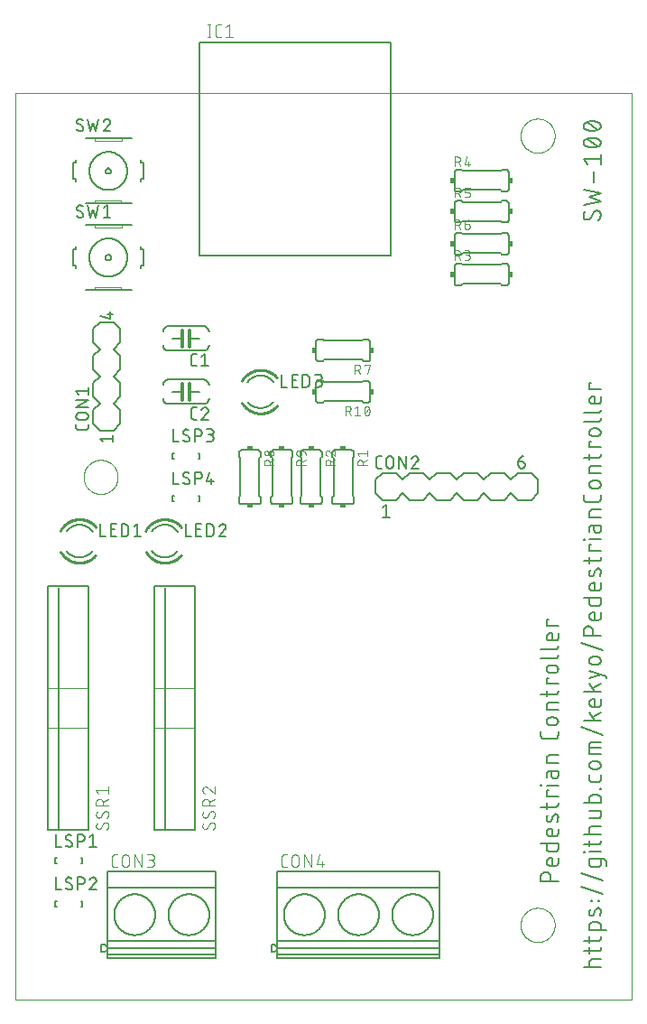
<source format=gto>
G75*
%MOIN*%
%OFA0B0*%
%FSLAX25Y25*%
%IPPOS*%
%LPD*%
%AMOC8*
5,1,8,0,0,1.08239X$1,22.5*
%
%ADD10C,0.00000*%
%ADD11C,0.00600*%
%ADD12C,0.00500*%
%ADD13C,0.00800*%
%ADD14C,0.00400*%
%ADD15C,0.00200*%
%ADD16R,0.02000X0.01500*%
%ADD17R,0.01500X0.02000*%
%ADD18C,0.00394*%
%ADD19C,0.01000*%
%ADD20C,0.01200*%
D10*
X0001000Y0001000D02*
X0001000Y0335646D01*
X0228559Y0335646D01*
X0228559Y0001000D01*
X0001000Y0001000D01*
X0026197Y0193913D02*
X0026199Y0194071D01*
X0026205Y0194229D01*
X0026215Y0194387D01*
X0026229Y0194545D01*
X0026247Y0194702D01*
X0026268Y0194859D01*
X0026294Y0195015D01*
X0026324Y0195171D01*
X0026357Y0195326D01*
X0026395Y0195479D01*
X0026436Y0195632D01*
X0026481Y0195784D01*
X0026530Y0195935D01*
X0026583Y0196084D01*
X0026639Y0196232D01*
X0026699Y0196378D01*
X0026763Y0196523D01*
X0026831Y0196666D01*
X0026902Y0196808D01*
X0026976Y0196948D01*
X0027054Y0197085D01*
X0027136Y0197221D01*
X0027220Y0197355D01*
X0027309Y0197486D01*
X0027400Y0197615D01*
X0027495Y0197742D01*
X0027592Y0197867D01*
X0027693Y0197989D01*
X0027797Y0198108D01*
X0027904Y0198225D01*
X0028014Y0198339D01*
X0028127Y0198450D01*
X0028242Y0198559D01*
X0028360Y0198664D01*
X0028481Y0198766D01*
X0028604Y0198866D01*
X0028730Y0198962D01*
X0028858Y0199055D01*
X0028988Y0199145D01*
X0029121Y0199231D01*
X0029256Y0199315D01*
X0029392Y0199394D01*
X0029531Y0199471D01*
X0029672Y0199543D01*
X0029814Y0199613D01*
X0029958Y0199678D01*
X0030104Y0199740D01*
X0030251Y0199798D01*
X0030400Y0199853D01*
X0030550Y0199904D01*
X0030701Y0199951D01*
X0030853Y0199994D01*
X0031006Y0200033D01*
X0031161Y0200069D01*
X0031316Y0200100D01*
X0031472Y0200128D01*
X0031628Y0200152D01*
X0031785Y0200172D01*
X0031943Y0200188D01*
X0032100Y0200200D01*
X0032259Y0200208D01*
X0032417Y0200212D01*
X0032575Y0200212D01*
X0032733Y0200208D01*
X0032892Y0200200D01*
X0033049Y0200188D01*
X0033207Y0200172D01*
X0033364Y0200152D01*
X0033520Y0200128D01*
X0033676Y0200100D01*
X0033831Y0200069D01*
X0033986Y0200033D01*
X0034139Y0199994D01*
X0034291Y0199951D01*
X0034442Y0199904D01*
X0034592Y0199853D01*
X0034741Y0199798D01*
X0034888Y0199740D01*
X0035034Y0199678D01*
X0035178Y0199613D01*
X0035320Y0199543D01*
X0035461Y0199471D01*
X0035600Y0199394D01*
X0035736Y0199315D01*
X0035871Y0199231D01*
X0036004Y0199145D01*
X0036134Y0199055D01*
X0036262Y0198962D01*
X0036388Y0198866D01*
X0036511Y0198766D01*
X0036632Y0198664D01*
X0036750Y0198559D01*
X0036865Y0198450D01*
X0036978Y0198339D01*
X0037088Y0198225D01*
X0037195Y0198108D01*
X0037299Y0197989D01*
X0037400Y0197867D01*
X0037497Y0197742D01*
X0037592Y0197615D01*
X0037683Y0197486D01*
X0037772Y0197355D01*
X0037856Y0197221D01*
X0037938Y0197085D01*
X0038016Y0196948D01*
X0038090Y0196808D01*
X0038161Y0196666D01*
X0038229Y0196523D01*
X0038293Y0196378D01*
X0038353Y0196232D01*
X0038409Y0196084D01*
X0038462Y0195935D01*
X0038511Y0195784D01*
X0038556Y0195632D01*
X0038597Y0195479D01*
X0038635Y0195326D01*
X0038668Y0195171D01*
X0038698Y0195015D01*
X0038724Y0194859D01*
X0038745Y0194702D01*
X0038763Y0194545D01*
X0038777Y0194387D01*
X0038787Y0194229D01*
X0038793Y0194071D01*
X0038795Y0193913D01*
X0038793Y0193755D01*
X0038787Y0193597D01*
X0038777Y0193439D01*
X0038763Y0193281D01*
X0038745Y0193124D01*
X0038724Y0192967D01*
X0038698Y0192811D01*
X0038668Y0192655D01*
X0038635Y0192500D01*
X0038597Y0192347D01*
X0038556Y0192194D01*
X0038511Y0192042D01*
X0038462Y0191891D01*
X0038409Y0191742D01*
X0038353Y0191594D01*
X0038293Y0191448D01*
X0038229Y0191303D01*
X0038161Y0191160D01*
X0038090Y0191018D01*
X0038016Y0190878D01*
X0037938Y0190741D01*
X0037856Y0190605D01*
X0037772Y0190471D01*
X0037683Y0190340D01*
X0037592Y0190211D01*
X0037497Y0190084D01*
X0037400Y0189959D01*
X0037299Y0189837D01*
X0037195Y0189718D01*
X0037088Y0189601D01*
X0036978Y0189487D01*
X0036865Y0189376D01*
X0036750Y0189267D01*
X0036632Y0189162D01*
X0036511Y0189060D01*
X0036388Y0188960D01*
X0036262Y0188864D01*
X0036134Y0188771D01*
X0036004Y0188681D01*
X0035871Y0188595D01*
X0035736Y0188511D01*
X0035600Y0188432D01*
X0035461Y0188355D01*
X0035320Y0188283D01*
X0035178Y0188213D01*
X0035034Y0188148D01*
X0034888Y0188086D01*
X0034741Y0188028D01*
X0034592Y0187973D01*
X0034442Y0187922D01*
X0034291Y0187875D01*
X0034139Y0187832D01*
X0033986Y0187793D01*
X0033831Y0187757D01*
X0033676Y0187726D01*
X0033520Y0187698D01*
X0033364Y0187674D01*
X0033207Y0187654D01*
X0033049Y0187638D01*
X0032892Y0187626D01*
X0032733Y0187618D01*
X0032575Y0187614D01*
X0032417Y0187614D01*
X0032259Y0187618D01*
X0032100Y0187626D01*
X0031943Y0187638D01*
X0031785Y0187654D01*
X0031628Y0187674D01*
X0031472Y0187698D01*
X0031316Y0187726D01*
X0031161Y0187757D01*
X0031006Y0187793D01*
X0030853Y0187832D01*
X0030701Y0187875D01*
X0030550Y0187922D01*
X0030400Y0187973D01*
X0030251Y0188028D01*
X0030104Y0188086D01*
X0029958Y0188148D01*
X0029814Y0188213D01*
X0029672Y0188283D01*
X0029531Y0188355D01*
X0029392Y0188432D01*
X0029256Y0188511D01*
X0029121Y0188595D01*
X0028988Y0188681D01*
X0028858Y0188771D01*
X0028730Y0188864D01*
X0028604Y0188960D01*
X0028481Y0189060D01*
X0028360Y0189162D01*
X0028242Y0189267D01*
X0028127Y0189376D01*
X0028014Y0189487D01*
X0027904Y0189601D01*
X0027797Y0189718D01*
X0027693Y0189837D01*
X0027592Y0189959D01*
X0027495Y0190084D01*
X0027400Y0190211D01*
X0027309Y0190340D01*
X0027220Y0190471D01*
X0027136Y0190605D01*
X0027054Y0190741D01*
X0026976Y0190878D01*
X0026902Y0191018D01*
X0026831Y0191160D01*
X0026763Y0191303D01*
X0026699Y0191448D01*
X0026639Y0191594D01*
X0026583Y0191742D01*
X0026530Y0191891D01*
X0026481Y0192042D01*
X0026436Y0192194D01*
X0026395Y0192347D01*
X0026357Y0192500D01*
X0026324Y0192655D01*
X0026294Y0192811D01*
X0026268Y0192967D01*
X0026247Y0193124D01*
X0026229Y0193281D01*
X0026215Y0193439D01*
X0026205Y0193597D01*
X0026199Y0193755D01*
X0026197Y0193913D01*
X0187614Y0319898D02*
X0187616Y0320056D01*
X0187622Y0320214D01*
X0187632Y0320372D01*
X0187646Y0320530D01*
X0187664Y0320687D01*
X0187685Y0320844D01*
X0187711Y0321000D01*
X0187741Y0321156D01*
X0187774Y0321311D01*
X0187812Y0321464D01*
X0187853Y0321617D01*
X0187898Y0321769D01*
X0187947Y0321920D01*
X0188000Y0322069D01*
X0188056Y0322217D01*
X0188116Y0322363D01*
X0188180Y0322508D01*
X0188248Y0322651D01*
X0188319Y0322793D01*
X0188393Y0322933D01*
X0188471Y0323070D01*
X0188553Y0323206D01*
X0188637Y0323340D01*
X0188726Y0323471D01*
X0188817Y0323600D01*
X0188912Y0323727D01*
X0189009Y0323852D01*
X0189110Y0323974D01*
X0189214Y0324093D01*
X0189321Y0324210D01*
X0189431Y0324324D01*
X0189544Y0324435D01*
X0189659Y0324544D01*
X0189777Y0324649D01*
X0189898Y0324751D01*
X0190021Y0324851D01*
X0190147Y0324947D01*
X0190275Y0325040D01*
X0190405Y0325130D01*
X0190538Y0325216D01*
X0190673Y0325300D01*
X0190809Y0325379D01*
X0190948Y0325456D01*
X0191089Y0325528D01*
X0191231Y0325598D01*
X0191375Y0325663D01*
X0191521Y0325725D01*
X0191668Y0325783D01*
X0191817Y0325838D01*
X0191967Y0325889D01*
X0192118Y0325936D01*
X0192270Y0325979D01*
X0192423Y0326018D01*
X0192578Y0326054D01*
X0192733Y0326085D01*
X0192889Y0326113D01*
X0193045Y0326137D01*
X0193202Y0326157D01*
X0193360Y0326173D01*
X0193517Y0326185D01*
X0193676Y0326193D01*
X0193834Y0326197D01*
X0193992Y0326197D01*
X0194150Y0326193D01*
X0194309Y0326185D01*
X0194466Y0326173D01*
X0194624Y0326157D01*
X0194781Y0326137D01*
X0194937Y0326113D01*
X0195093Y0326085D01*
X0195248Y0326054D01*
X0195403Y0326018D01*
X0195556Y0325979D01*
X0195708Y0325936D01*
X0195859Y0325889D01*
X0196009Y0325838D01*
X0196158Y0325783D01*
X0196305Y0325725D01*
X0196451Y0325663D01*
X0196595Y0325598D01*
X0196737Y0325528D01*
X0196878Y0325456D01*
X0197017Y0325379D01*
X0197153Y0325300D01*
X0197288Y0325216D01*
X0197421Y0325130D01*
X0197551Y0325040D01*
X0197679Y0324947D01*
X0197805Y0324851D01*
X0197928Y0324751D01*
X0198049Y0324649D01*
X0198167Y0324544D01*
X0198282Y0324435D01*
X0198395Y0324324D01*
X0198505Y0324210D01*
X0198612Y0324093D01*
X0198716Y0323974D01*
X0198817Y0323852D01*
X0198914Y0323727D01*
X0199009Y0323600D01*
X0199100Y0323471D01*
X0199189Y0323340D01*
X0199273Y0323206D01*
X0199355Y0323070D01*
X0199433Y0322933D01*
X0199507Y0322793D01*
X0199578Y0322651D01*
X0199646Y0322508D01*
X0199710Y0322363D01*
X0199770Y0322217D01*
X0199826Y0322069D01*
X0199879Y0321920D01*
X0199928Y0321769D01*
X0199973Y0321617D01*
X0200014Y0321464D01*
X0200052Y0321311D01*
X0200085Y0321156D01*
X0200115Y0321000D01*
X0200141Y0320844D01*
X0200162Y0320687D01*
X0200180Y0320530D01*
X0200194Y0320372D01*
X0200204Y0320214D01*
X0200210Y0320056D01*
X0200212Y0319898D01*
X0200210Y0319740D01*
X0200204Y0319582D01*
X0200194Y0319424D01*
X0200180Y0319266D01*
X0200162Y0319109D01*
X0200141Y0318952D01*
X0200115Y0318796D01*
X0200085Y0318640D01*
X0200052Y0318485D01*
X0200014Y0318332D01*
X0199973Y0318179D01*
X0199928Y0318027D01*
X0199879Y0317876D01*
X0199826Y0317727D01*
X0199770Y0317579D01*
X0199710Y0317433D01*
X0199646Y0317288D01*
X0199578Y0317145D01*
X0199507Y0317003D01*
X0199433Y0316863D01*
X0199355Y0316726D01*
X0199273Y0316590D01*
X0199189Y0316456D01*
X0199100Y0316325D01*
X0199009Y0316196D01*
X0198914Y0316069D01*
X0198817Y0315944D01*
X0198716Y0315822D01*
X0198612Y0315703D01*
X0198505Y0315586D01*
X0198395Y0315472D01*
X0198282Y0315361D01*
X0198167Y0315252D01*
X0198049Y0315147D01*
X0197928Y0315045D01*
X0197805Y0314945D01*
X0197679Y0314849D01*
X0197551Y0314756D01*
X0197421Y0314666D01*
X0197288Y0314580D01*
X0197153Y0314496D01*
X0197017Y0314417D01*
X0196878Y0314340D01*
X0196737Y0314268D01*
X0196595Y0314198D01*
X0196451Y0314133D01*
X0196305Y0314071D01*
X0196158Y0314013D01*
X0196009Y0313958D01*
X0195859Y0313907D01*
X0195708Y0313860D01*
X0195556Y0313817D01*
X0195403Y0313778D01*
X0195248Y0313742D01*
X0195093Y0313711D01*
X0194937Y0313683D01*
X0194781Y0313659D01*
X0194624Y0313639D01*
X0194466Y0313623D01*
X0194309Y0313611D01*
X0194150Y0313603D01*
X0193992Y0313599D01*
X0193834Y0313599D01*
X0193676Y0313603D01*
X0193517Y0313611D01*
X0193360Y0313623D01*
X0193202Y0313639D01*
X0193045Y0313659D01*
X0192889Y0313683D01*
X0192733Y0313711D01*
X0192578Y0313742D01*
X0192423Y0313778D01*
X0192270Y0313817D01*
X0192118Y0313860D01*
X0191967Y0313907D01*
X0191817Y0313958D01*
X0191668Y0314013D01*
X0191521Y0314071D01*
X0191375Y0314133D01*
X0191231Y0314198D01*
X0191089Y0314268D01*
X0190948Y0314340D01*
X0190809Y0314417D01*
X0190673Y0314496D01*
X0190538Y0314580D01*
X0190405Y0314666D01*
X0190275Y0314756D01*
X0190147Y0314849D01*
X0190021Y0314945D01*
X0189898Y0315045D01*
X0189777Y0315147D01*
X0189659Y0315252D01*
X0189544Y0315361D01*
X0189431Y0315472D01*
X0189321Y0315586D01*
X0189214Y0315703D01*
X0189110Y0315822D01*
X0189009Y0315944D01*
X0188912Y0316069D01*
X0188817Y0316196D01*
X0188726Y0316325D01*
X0188637Y0316456D01*
X0188553Y0316590D01*
X0188471Y0316726D01*
X0188393Y0316863D01*
X0188319Y0317003D01*
X0188248Y0317145D01*
X0188180Y0317288D01*
X0188116Y0317433D01*
X0188056Y0317579D01*
X0188000Y0317727D01*
X0187947Y0317876D01*
X0187898Y0318027D01*
X0187853Y0318179D01*
X0187812Y0318332D01*
X0187774Y0318485D01*
X0187741Y0318640D01*
X0187711Y0318796D01*
X0187685Y0318952D01*
X0187664Y0319109D01*
X0187646Y0319266D01*
X0187632Y0319424D01*
X0187622Y0319582D01*
X0187616Y0319740D01*
X0187614Y0319898D01*
X0187614Y0028559D02*
X0187616Y0028717D01*
X0187622Y0028875D01*
X0187632Y0029033D01*
X0187646Y0029191D01*
X0187664Y0029348D01*
X0187685Y0029505D01*
X0187711Y0029661D01*
X0187741Y0029817D01*
X0187774Y0029972D01*
X0187812Y0030125D01*
X0187853Y0030278D01*
X0187898Y0030430D01*
X0187947Y0030581D01*
X0188000Y0030730D01*
X0188056Y0030878D01*
X0188116Y0031024D01*
X0188180Y0031169D01*
X0188248Y0031312D01*
X0188319Y0031454D01*
X0188393Y0031594D01*
X0188471Y0031731D01*
X0188553Y0031867D01*
X0188637Y0032001D01*
X0188726Y0032132D01*
X0188817Y0032261D01*
X0188912Y0032388D01*
X0189009Y0032513D01*
X0189110Y0032635D01*
X0189214Y0032754D01*
X0189321Y0032871D01*
X0189431Y0032985D01*
X0189544Y0033096D01*
X0189659Y0033205D01*
X0189777Y0033310D01*
X0189898Y0033412D01*
X0190021Y0033512D01*
X0190147Y0033608D01*
X0190275Y0033701D01*
X0190405Y0033791D01*
X0190538Y0033877D01*
X0190673Y0033961D01*
X0190809Y0034040D01*
X0190948Y0034117D01*
X0191089Y0034189D01*
X0191231Y0034259D01*
X0191375Y0034324D01*
X0191521Y0034386D01*
X0191668Y0034444D01*
X0191817Y0034499D01*
X0191967Y0034550D01*
X0192118Y0034597D01*
X0192270Y0034640D01*
X0192423Y0034679D01*
X0192578Y0034715D01*
X0192733Y0034746D01*
X0192889Y0034774D01*
X0193045Y0034798D01*
X0193202Y0034818D01*
X0193360Y0034834D01*
X0193517Y0034846D01*
X0193676Y0034854D01*
X0193834Y0034858D01*
X0193992Y0034858D01*
X0194150Y0034854D01*
X0194309Y0034846D01*
X0194466Y0034834D01*
X0194624Y0034818D01*
X0194781Y0034798D01*
X0194937Y0034774D01*
X0195093Y0034746D01*
X0195248Y0034715D01*
X0195403Y0034679D01*
X0195556Y0034640D01*
X0195708Y0034597D01*
X0195859Y0034550D01*
X0196009Y0034499D01*
X0196158Y0034444D01*
X0196305Y0034386D01*
X0196451Y0034324D01*
X0196595Y0034259D01*
X0196737Y0034189D01*
X0196878Y0034117D01*
X0197017Y0034040D01*
X0197153Y0033961D01*
X0197288Y0033877D01*
X0197421Y0033791D01*
X0197551Y0033701D01*
X0197679Y0033608D01*
X0197805Y0033512D01*
X0197928Y0033412D01*
X0198049Y0033310D01*
X0198167Y0033205D01*
X0198282Y0033096D01*
X0198395Y0032985D01*
X0198505Y0032871D01*
X0198612Y0032754D01*
X0198716Y0032635D01*
X0198817Y0032513D01*
X0198914Y0032388D01*
X0199009Y0032261D01*
X0199100Y0032132D01*
X0199189Y0032001D01*
X0199273Y0031867D01*
X0199355Y0031731D01*
X0199433Y0031594D01*
X0199507Y0031454D01*
X0199578Y0031312D01*
X0199646Y0031169D01*
X0199710Y0031024D01*
X0199770Y0030878D01*
X0199826Y0030730D01*
X0199879Y0030581D01*
X0199928Y0030430D01*
X0199973Y0030278D01*
X0200014Y0030125D01*
X0200052Y0029972D01*
X0200085Y0029817D01*
X0200115Y0029661D01*
X0200141Y0029505D01*
X0200162Y0029348D01*
X0200180Y0029191D01*
X0200194Y0029033D01*
X0200204Y0028875D01*
X0200210Y0028717D01*
X0200212Y0028559D01*
X0200210Y0028401D01*
X0200204Y0028243D01*
X0200194Y0028085D01*
X0200180Y0027927D01*
X0200162Y0027770D01*
X0200141Y0027613D01*
X0200115Y0027457D01*
X0200085Y0027301D01*
X0200052Y0027146D01*
X0200014Y0026993D01*
X0199973Y0026840D01*
X0199928Y0026688D01*
X0199879Y0026537D01*
X0199826Y0026388D01*
X0199770Y0026240D01*
X0199710Y0026094D01*
X0199646Y0025949D01*
X0199578Y0025806D01*
X0199507Y0025664D01*
X0199433Y0025524D01*
X0199355Y0025387D01*
X0199273Y0025251D01*
X0199189Y0025117D01*
X0199100Y0024986D01*
X0199009Y0024857D01*
X0198914Y0024730D01*
X0198817Y0024605D01*
X0198716Y0024483D01*
X0198612Y0024364D01*
X0198505Y0024247D01*
X0198395Y0024133D01*
X0198282Y0024022D01*
X0198167Y0023913D01*
X0198049Y0023808D01*
X0197928Y0023706D01*
X0197805Y0023606D01*
X0197679Y0023510D01*
X0197551Y0023417D01*
X0197421Y0023327D01*
X0197288Y0023241D01*
X0197153Y0023157D01*
X0197017Y0023078D01*
X0196878Y0023001D01*
X0196737Y0022929D01*
X0196595Y0022859D01*
X0196451Y0022794D01*
X0196305Y0022732D01*
X0196158Y0022674D01*
X0196009Y0022619D01*
X0195859Y0022568D01*
X0195708Y0022521D01*
X0195556Y0022478D01*
X0195403Y0022439D01*
X0195248Y0022403D01*
X0195093Y0022372D01*
X0194937Y0022344D01*
X0194781Y0022320D01*
X0194624Y0022300D01*
X0194466Y0022284D01*
X0194309Y0022272D01*
X0194150Y0022264D01*
X0193992Y0022260D01*
X0193834Y0022260D01*
X0193676Y0022264D01*
X0193517Y0022272D01*
X0193360Y0022284D01*
X0193202Y0022300D01*
X0193045Y0022320D01*
X0192889Y0022344D01*
X0192733Y0022372D01*
X0192578Y0022403D01*
X0192423Y0022439D01*
X0192270Y0022478D01*
X0192118Y0022521D01*
X0191967Y0022568D01*
X0191817Y0022619D01*
X0191668Y0022674D01*
X0191521Y0022732D01*
X0191375Y0022794D01*
X0191231Y0022859D01*
X0191089Y0022929D01*
X0190948Y0023001D01*
X0190809Y0023078D01*
X0190673Y0023157D01*
X0190538Y0023241D01*
X0190405Y0023327D01*
X0190275Y0023417D01*
X0190147Y0023510D01*
X0190021Y0023606D01*
X0189898Y0023706D01*
X0189777Y0023808D01*
X0189659Y0023913D01*
X0189544Y0024022D01*
X0189431Y0024133D01*
X0189321Y0024247D01*
X0189214Y0024364D01*
X0189110Y0024483D01*
X0189009Y0024605D01*
X0188912Y0024730D01*
X0188817Y0024857D01*
X0188726Y0024986D01*
X0188637Y0025117D01*
X0188553Y0025251D01*
X0188471Y0025387D01*
X0188393Y0025524D01*
X0188319Y0025664D01*
X0188248Y0025806D01*
X0188180Y0025949D01*
X0188116Y0026094D01*
X0188056Y0026240D01*
X0188000Y0026388D01*
X0187947Y0026537D01*
X0187898Y0026688D01*
X0187853Y0026840D01*
X0187812Y0026993D01*
X0187774Y0027146D01*
X0187741Y0027301D01*
X0187711Y0027457D01*
X0187685Y0027613D01*
X0187664Y0027770D01*
X0187646Y0027927D01*
X0187632Y0028085D01*
X0187622Y0028243D01*
X0187616Y0028401D01*
X0187614Y0028559D01*
D11*
X0195087Y0044607D02*
X0195087Y0046385D01*
X0195087Y0044607D02*
X0201487Y0044607D01*
X0198643Y0044607D02*
X0198643Y0046385D01*
X0198641Y0046468D01*
X0198635Y0046551D01*
X0198625Y0046634D01*
X0198612Y0046717D01*
X0198594Y0046798D01*
X0198573Y0046879D01*
X0198548Y0046958D01*
X0198519Y0047036D01*
X0198487Y0047113D01*
X0198451Y0047188D01*
X0198412Y0047262D01*
X0198369Y0047333D01*
X0198323Y0047403D01*
X0198273Y0047470D01*
X0198221Y0047535D01*
X0198166Y0047597D01*
X0198107Y0047657D01*
X0198046Y0047714D01*
X0197983Y0047768D01*
X0197917Y0047819D01*
X0197848Y0047866D01*
X0197778Y0047911D01*
X0197705Y0047952D01*
X0197631Y0047989D01*
X0197555Y0048024D01*
X0197477Y0048054D01*
X0197399Y0048081D01*
X0197318Y0048104D01*
X0197237Y0048124D01*
X0197155Y0048139D01*
X0197073Y0048151D01*
X0196990Y0048159D01*
X0196907Y0048163D01*
X0196823Y0048163D01*
X0196740Y0048159D01*
X0196657Y0048151D01*
X0196575Y0048139D01*
X0196493Y0048124D01*
X0196412Y0048104D01*
X0196331Y0048081D01*
X0196253Y0048054D01*
X0196175Y0048024D01*
X0196099Y0047989D01*
X0196025Y0047952D01*
X0195952Y0047911D01*
X0195882Y0047866D01*
X0195813Y0047819D01*
X0195747Y0047768D01*
X0195684Y0047714D01*
X0195623Y0047657D01*
X0195564Y0047597D01*
X0195509Y0047535D01*
X0195457Y0047470D01*
X0195407Y0047403D01*
X0195361Y0047333D01*
X0195318Y0047262D01*
X0195279Y0047188D01*
X0195243Y0047113D01*
X0195211Y0047036D01*
X0195182Y0046958D01*
X0195157Y0046879D01*
X0195136Y0046798D01*
X0195118Y0046717D01*
X0195105Y0046634D01*
X0195095Y0046551D01*
X0195089Y0046468D01*
X0195087Y0046385D01*
X0198643Y0050418D02*
X0200421Y0050418D01*
X0200485Y0050420D01*
X0200550Y0050426D01*
X0200613Y0050435D01*
X0200676Y0050449D01*
X0200738Y0050466D01*
X0200799Y0050487D01*
X0200859Y0050512D01*
X0200917Y0050540D01*
X0200973Y0050572D01*
X0201027Y0050607D01*
X0201079Y0050645D01*
X0201129Y0050686D01*
X0201175Y0050731D01*
X0201220Y0050777D01*
X0201261Y0050827D01*
X0201299Y0050879D01*
X0201334Y0050933D01*
X0201366Y0050989D01*
X0201394Y0051047D01*
X0201419Y0051107D01*
X0201440Y0051168D01*
X0201457Y0051230D01*
X0201471Y0051293D01*
X0201480Y0051356D01*
X0201486Y0051421D01*
X0201488Y0051485D01*
X0201487Y0051485D02*
X0201487Y0053263D01*
X0199354Y0053263D02*
X0199354Y0050418D01*
X0198643Y0050418D02*
X0198569Y0050420D01*
X0198494Y0050426D01*
X0198421Y0050436D01*
X0198347Y0050449D01*
X0198275Y0050466D01*
X0198204Y0050488D01*
X0198133Y0050512D01*
X0198065Y0050541D01*
X0197997Y0050573D01*
X0197932Y0050609D01*
X0197869Y0050647D01*
X0197807Y0050690D01*
X0197748Y0050735D01*
X0197691Y0050783D01*
X0197637Y0050834D01*
X0197586Y0050888D01*
X0197538Y0050945D01*
X0197493Y0051004D01*
X0197450Y0051066D01*
X0197412Y0051129D01*
X0197376Y0051194D01*
X0197344Y0051262D01*
X0197315Y0051330D01*
X0197291Y0051401D01*
X0197269Y0051472D01*
X0197252Y0051544D01*
X0197239Y0051618D01*
X0197229Y0051691D01*
X0197223Y0051766D01*
X0197221Y0051840D01*
X0197223Y0051914D01*
X0197229Y0051989D01*
X0197239Y0052062D01*
X0197252Y0052136D01*
X0197269Y0052208D01*
X0197291Y0052279D01*
X0197315Y0052350D01*
X0197344Y0052418D01*
X0197376Y0052486D01*
X0197412Y0052551D01*
X0197450Y0052614D01*
X0197493Y0052676D01*
X0197538Y0052735D01*
X0197586Y0052792D01*
X0197637Y0052846D01*
X0197691Y0052897D01*
X0197748Y0052945D01*
X0197807Y0052990D01*
X0197869Y0053033D01*
X0197932Y0053071D01*
X0197997Y0053107D01*
X0198065Y0053139D01*
X0198133Y0053168D01*
X0198204Y0053192D01*
X0198275Y0053214D01*
X0198347Y0053231D01*
X0198421Y0053244D01*
X0198494Y0053254D01*
X0198569Y0053260D01*
X0198643Y0053262D01*
X0198643Y0053263D02*
X0199354Y0053263D01*
X0200421Y0055723D02*
X0198287Y0055723D01*
X0198223Y0055725D01*
X0198158Y0055731D01*
X0198095Y0055740D01*
X0198032Y0055754D01*
X0197970Y0055771D01*
X0197909Y0055792D01*
X0197849Y0055817D01*
X0197791Y0055845D01*
X0197735Y0055877D01*
X0197681Y0055912D01*
X0197629Y0055950D01*
X0197579Y0055991D01*
X0197533Y0056036D01*
X0197488Y0056082D01*
X0197447Y0056132D01*
X0197409Y0056184D01*
X0197374Y0056238D01*
X0197342Y0056294D01*
X0197314Y0056352D01*
X0197289Y0056412D01*
X0197268Y0056473D01*
X0197251Y0056535D01*
X0197237Y0056598D01*
X0197228Y0056661D01*
X0197222Y0056726D01*
X0197220Y0056790D01*
X0197221Y0056790D02*
X0197221Y0058567D01*
X0195087Y0058567D02*
X0201487Y0058567D01*
X0201487Y0056790D01*
X0201488Y0056790D02*
X0201486Y0056726D01*
X0201480Y0056661D01*
X0201471Y0056598D01*
X0201457Y0056535D01*
X0201440Y0056473D01*
X0201419Y0056412D01*
X0201394Y0056352D01*
X0201366Y0056294D01*
X0201334Y0056238D01*
X0201299Y0056184D01*
X0201261Y0056132D01*
X0201220Y0056082D01*
X0201175Y0056036D01*
X0201129Y0055991D01*
X0201079Y0055950D01*
X0201027Y0055912D01*
X0200973Y0055877D01*
X0200917Y0055845D01*
X0200859Y0055817D01*
X0200799Y0055792D01*
X0200738Y0055771D01*
X0200676Y0055754D01*
X0200613Y0055740D01*
X0200550Y0055731D01*
X0200485Y0055725D01*
X0200421Y0055723D01*
X0200421Y0061290D02*
X0198643Y0061290D01*
X0199354Y0061290D02*
X0199354Y0064135D01*
X0198643Y0064135D01*
X0198569Y0064133D01*
X0198494Y0064127D01*
X0198421Y0064117D01*
X0198347Y0064104D01*
X0198275Y0064087D01*
X0198204Y0064065D01*
X0198133Y0064041D01*
X0198065Y0064012D01*
X0197997Y0063980D01*
X0197932Y0063944D01*
X0197869Y0063906D01*
X0197807Y0063863D01*
X0197748Y0063818D01*
X0197691Y0063770D01*
X0197637Y0063719D01*
X0197586Y0063665D01*
X0197538Y0063608D01*
X0197493Y0063549D01*
X0197450Y0063487D01*
X0197412Y0063424D01*
X0197376Y0063359D01*
X0197344Y0063291D01*
X0197315Y0063223D01*
X0197291Y0063152D01*
X0197269Y0063081D01*
X0197252Y0063009D01*
X0197239Y0062935D01*
X0197229Y0062862D01*
X0197223Y0062787D01*
X0197221Y0062713D01*
X0197223Y0062639D01*
X0197229Y0062564D01*
X0197239Y0062491D01*
X0197252Y0062417D01*
X0197269Y0062345D01*
X0197291Y0062274D01*
X0197315Y0062203D01*
X0197344Y0062135D01*
X0197376Y0062067D01*
X0197412Y0062002D01*
X0197450Y0061939D01*
X0197493Y0061877D01*
X0197538Y0061818D01*
X0197586Y0061761D01*
X0197637Y0061707D01*
X0197691Y0061656D01*
X0197748Y0061608D01*
X0197807Y0061563D01*
X0197869Y0061520D01*
X0197932Y0061482D01*
X0197997Y0061446D01*
X0198065Y0061414D01*
X0198133Y0061385D01*
X0198204Y0061361D01*
X0198275Y0061339D01*
X0198347Y0061322D01*
X0198421Y0061309D01*
X0198494Y0061299D01*
X0198569Y0061293D01*
X0198643Y0061291D01*
X0200421Y0061290D02*
X0200485Y0061292D01*
X0200550Y0061298D01*
X0200613Y0061307D01*
X0200676Y0061321D01*
X0200738Y0061338D01*
X0200799Y0061359D01*
X0200859Y0061384D01*
X0200917Y0061412D01*
X0200973Y0061444D01*
X0201027Y0061479D01*
X0201079Y0061517D01*
X0201129Y0061558D01*
X0201175Y0061603D01*
X0201220Y0061649D01*
X0201261Y0061699D01*
X0201299Y0061751D01*
X0201334Y0061805D01*
X0201366Y0061861D01*
X0201394Y0061919D01*
X0201419Y0061979D01*
X0201440Y0062040D01*
X0201457Y0062102D01*
X0201471Y0062165D01*
X0201480Y0062228D01*
X0201486Y0062293D01*
X0201488Y0062357D01*
X0201487Y0062357D02*
X0201487Y0064135D01*
X0197220Y0067513D02*
X0197224Y0067631D01*
X0197231Y0067748D01*
X0197241Y0067866D01*
X0197255Y0067983D01*
X0197272Y0068099D01*
X0197292Y0068215D01*
X0197316Y0068331D01*
X0197343Y0068446D01*
X0197374Y0068560D01*
X0197408Y0068672D01*
X0197445Y0068784D01*
X0197486Y0068895D01*
X0197529Y0069005D01*
X0197576Y0069113D01*
X0197221Y0067513D02*
X0197222Y0067454D01*
X0197227Y0067394D01*
X0197236Y0067336D01*
X0197248Y0067277D01*
X0197265Y0067220D01*
X0197284Y0067164D01*
X0197308Y0067109D01*
X0197335Y0067056D01*
X0197365Y0067005D01*
X0197399Y0066956D01*
X0197435Y0066909D01*
X0197475Y0066865D01*
X0197517Y0066823D01*
X0197562Y0066784D01*
X0197610Y0066748D01*
X0197659Y0066715D01*
X0197711Y0066686D01*
X0197764Y0066659D01*
X0197819Y0066637D01*
X0197876Y0066618D01*
X0197933Y0066602D01*
X0197991Y0066591D01*
X0198050Y0066583D01*
X0198110Y0066579D01*
X0198169Y0066578D01*
X0198229Y0066582D01*
X0198288Y0066589D01*
X0198346Y0066601D01*
X0198404Y0066616D01*
X0198460Y0066634D01*
X0198515Y0066657D01*
X0198569Y0066682D01*
X0198621Y0066712D01*
X0198671Y0066744D01*
X0198718Y0066780D01*
X0198764Y0066818D01*
X0198806Y0066860D01*
X0198846Y0066904D01*
X0198883Y0066950D01*
X0198917Y0066999D01*
X0198948Y0067050D01*
X0198975Y0067103D01*
X0198999Y0067158D01*
X0198999Y0067157D02*
X0199710Y0068935D01*
X0199734Y0068990D01*
X0199761Y0069043D01*
X0199792Y0069094D01*
X0199826Y0069143D01*
X0199863Y0069189D01*
X0199903Y0069233D01*
X0199945Y0069275D01*
X0199991Y0069313D01*
X0200038Y0069349D01*
X0200088Y0069381D01*
X0200140Y0069411D01*
X0200194Y0069436D01*
X0200249Y0069459D01*
X0200305Y0069477D01*
X0200363Y0069492D01*
X0200421Y0069504D01*
X0200480Y0069511D01*
X0200540Y0069515D01*
X0200599Y0069514D01*
X0200659Y0069510D01*
X0200718Y0069502D01*
X0200776Y0069491D01*
X0200833Y0069475D01*
X0200890Y0069456D01*
X0200945Y0069434D01*
X0200998Y0069407D01*
X0201050Y0069378D01*
X0201099Y0069345D01*
X0201147Y0069309D01*
X0201192Y0069270D01*
X0201234Y0069228D01*
X0201274Y0069184D01*
X0201310Y0069137D01*
X0201344Y0069088D01*
X0201374Y0069037D01*
X0201401Y0068984D01*
X0201425Y0068929D01*
X0201444Y0068873D01*
X0201461Y0068816D01*
X0201473Y0068757D01*
X0201482Y0068699D01*
X0201487Y0068639D01*
X0201488Y0068580D01*
X0200421Y0072158D02*
X0195087Y0072158D01*
X0197221Y0071447D02*
X0197221Y0073580D01*
X0197221Y0076093D02*
X0197221Y0078227D01*
X0197932Y0078227D01*
X0197221Y0080149D02*
X0201487Y0080149D01*
X0201487Y0083840D02*
X0201487Y0085440D01*
X0198287Y0085440D01*
X0198999Y0085440D02*
X0198999Y0083840D01*
X0198287Y0085440D02*
X0198223Y0085438D01*
X0198158Y0085432D01*
X0198095Y0085423D01*
X0198032Y0085409D01*
X0197970Y0085392D01*
X0197909Y0085371D01*
X0197849Y0085346D01*
X0197791Y0085318D01*
X0197735Y0085286D01*
X0197681Y0085251D01*
X0197629Y0085213D01*
X0197579Y0085172D01*
X0197533Y0085127D01*
X0197488Y0085081D01*
X0197447Y0085031D01*
X0197409Y0084979D01*
X0197374Y0084925D01*
X0197342Y0084869D01*
X0197314Y0084811D01*
X0197289Y0084751D01*
X0197268Y0084690D01*
X0197251Y0084628D01*
X0197237Y0084565D01*
X0197228Y0084502D01*
X0197222Y0084437D01*
X0197220Y0084373D01*
X0197221Y0084373D02*
X0197221Y0082951D01*
X0195443Y0080327D02*
X0195443Y0079971D01*
X0195087Y0079971D01*
X0195087Y0080327D01*
X0195443Y0080327D01*
X0197221Y0076093D02*
X0201487Y0076093D01*
X0201487Y0073580D02*
X0201487Y0073224D01*
X0201488Y0073224D02*
X0201486Y0073160D01*
X0201480Y0073095D01*
X0201471Y0073032D01*
X0201457Y0072969D01*
X0201440Y0072907D01*
X0201419Y0072846D01*
X0201394Y0072786D01*
X0201366Y0072728D01*
X0201334Y0072672D01*
X0201299Y0072618D01*
X0201261Y0072566D01*
X0201220Y0072516D01*
X0201175Y0072470D01*
X0201129Y0072425D01*
X0201079Y0072384D01*
X0201027Y0072346D01*
X0200973Y0072311D01*
X0200917Y0072279D01*
X0200859Y0072251D01*
X0200799Y0072226D01*
X0200738Y0072205D01*
X0200676Y0072188D01*
X0200613Y0072174D01*
X0200550Y0072165D01*
X0200485Y0072159D01*
X0200421Y0072157D01*
X0201487Y0068579D02*
X0201483Y0068425D01*
X0201475Y0068272D01*
X0201463Y0068119D01*
X0201447Y0067966D01*
X0201428Y0067814D01*
X0201404Y0067662D01*
X0201377Y0067511D01*
X0201345Y0067361D01*
X0201310Y0067211D01*
X0201271Y0067062D01*
X0201228Y0066915D01*
X0201182Y0066768D01*
X0201132Y0066623D01*
X0210835Y0062138D02*
X0217235Y0062138D01*
X0217235Y0059658D02*
X0217235Y0059302D01*
X0217236Y0059302D02*
X0217234Y0059238D01*
X0217228Y0059173D01*
X0217219Y0059110D01*
X0217205Y0059047D01*
X0217188Y0058985D01*
X0217167Y0058924D01*
X0217142Y0058864D01*
X0217114Y0058806D01*
X0217082Y0058750D01*
X0217047Y0058696D01*
X0217009Y0058644D01*
X0216968Y0058594D01*
X0216923Y0058548D01*
X0216877Y0058503D01*
X0216827Y0058462D01*
X0216775Y0058424D01*
X0216721Y0058389D01*
X0216665Y0058357D01*
X0216607Y0058329D01*
X0216547Y0058304D01*
X0216486Y0058283D01*
X0216424Y0058266D01*
X0216361Y0058252D01*
X0216298Y0058243D01*
X0216233Y0058237D01*
X0216169Y0058235D01*
X0216169Y0058236D02*
X0210835Y0058236D01*
X0212969Y0057525D02*
X0212969Y0059658D01*
X0212969Y0062138D02*
X0212969Y0063916D01*
X0212968Y0063916D02*
X0212970Y0063980D01*
X0212976Y0064045D01*
X0212985Y0064108D01*
X0212999Y0064171D01*
X0213016Y0064233D01*
X0213037Y0064294D01*
X0213062Y0064354D01*
X0213090Y0064412D01*
X0213122Y0064468D01*
X0213157Y0064522D01*
X0213195Y0064574D01*
X0213236Y0064624D01*
X0213281Y0064670D01*
X0213327Y0064715D01*
X0213377Y0064756D01*
X0213429Y0064794D01*
X0213483Y0064829D01*
X0213539Y0064861D01*
X0213597Y0064889D01*
X0213657Y0064914D01*
X0213718Y0064935D01*
X0213780Y0064952D01*
X0213843Y0064966D01*
X0213906Y0064975D01*
X0213971Y0064981D01*
X0214035Y0064983D01*
X0214035Y0064982D02*
X0217235Y0064982D01*
X0216169Y0067882D02*
X0212969Y0067882D01*
X0212969Y0070726D02*
X0217235Y0070726D01*
X0217235Y0068948D01*
X0217236Y0068948D02*
X0217234Y0068884D01*
X0217228Y0068819D01*
X0217219Y0068756D01*
X0217205Y0068693D01*
X0217188Y0068631D01*
X0217167Y0068570D01*
X0217142Y0068510D01*
X0217114Y0068452D01*
X0217082Y0068396D01*
X0217047Y0068342D01*
X0217009Y0068290D01*
X0216968Y0068240D01*
X0216923Y0068194D01*
X0216877Y0068149D01*
X0216827Y0068108D01*
X0216775Y0068070D01*
X0216721Y0068035D01*
X0216665Y0068003D01*
X0216607Y0067975D01*
X0216547Y0067950D01*
X0216486Y0067929D01*
X0216424Y0067912D01*
X0216361Y0067898D01*
X0216298Y0067889D01*
X0216233Y0067883D01*
X0216169Y0067881D01*
X0217235Y0073654D02*
X0217235Y0075432D01*
X0217236Y0075432D02*
X0217234Y0075496D01*
X0217228Y0075561D01*
X0217219Y0075624D01*
X0217205Y0075687D01*
X0217188Y0075749D01*
X0217167Y0075810D01*
X0217142Y0075870D01*
X0217114Y0075928D01*
X0217082Y0075984D01*
X0217047Y0076038D01*
X0217009Y0076090D01*
X0216968Y0076140D01*
X0216923Y0076186D01*
X0216877Y0076231D01*
X0216827Y0076272D01*
X0216775Y0076310D01*
X0216721Y0076345D01*
X0216665Y0076377D01*
X0216607Y0076405D01*
X0216547Y0076430D01*
X0216486Y0076451D01*
X0216424Y0076468D01*
X0216361Y0076482D01*
X0216298Y0076491D01*
X0216233Y0076497D01*
X0216169Y0076499D01*
X0214035Y0076499D01*
X0213971Y0076497D01*
X0213906Y0076491D01*
X0213843Y0076482D01*
X0213780Y0076468D01*
X0213718Y0076451D01*
X0213657Y0076430D01*
X0213597Y0076405D01*
X0213539Y0076377D01*
X0213483Y0076345D01*
X0213429Y0076310D01*
X0213377Y0076272D01*
X0213327Y0076231D01*
X0213281Y0076186D01*
X0213236Y0076140D01*
X0213195Y0076090D01*
X0213157Y0076038D01*
X0213122Y0075984D01*
X0213090Y0075928D01*
X0213062Y0075870D01*
X0213037Y0075810D01*
X0213016Y0075749D01*
X0212999Y0075687D01*
X0212985Y0075624D01*
X0212976Y0075561D01*
X0212970Y0075496D01*
X0212968Y0075432D01*
X0212969Y0075432D02*
X0212969Y0073654D01*
X0210835Y0073654D02*
X0217235Y0073654D01*
X0217235Y0078767D02*
X0217235Y0079123D01*
X0216880Y0079123D01*
X0216880Y0078767D01*
X0217235Y0078767D01*
X0216169Y0081428D02*
X0214035Y0081428D01*
X0214035Y0081427D02*
X0213971Y0081429D01*
X0213906Y0081435D01*
X0213843Y0081444D01*
X0213780Y0081458D01*
X0213718Y0081475D01*
X0213657Y0081496D01*
X0213597Y0081521D01*
X0213539Y0081549D01*
X0213483Y0081581D01*
X0213429Y0081616D01*
X0213377Y0081654D01*
X0213327Y0081695D01*
X0213281Y0081740D01*
X0213236Y0081786D01*
X0213195Y0081836D01*
X0213157Y0081888D01*
X0213122Y0081942D01*
X0213090Y0081998D01*
X0213062Y0082056D01*
X0213037Y0082116D01*
X0213016Y0082177D01*
X0212999Y0082239D01*
X0212985Y0082302D01*
X0212976Y0082365D01*
X0212970Y0082430D01*
X0212968Y0082494D01*
X0212969Y0082494D02*
X0212969Y0083916D01*
X0214391Y0086139D02*
X0215813Y0086139D01*
X0215887Y0086141D01*
X0215962Y0086147D01*
X0216035Y0086157D01*
X0216109Y0086170D01*
X0216181Y0086187D01*
X0216252Y0086209D01*
X0216323Y0086233D01*
X0216391Y0086262D01*
X0216459Y0086294D01*
X0216524Y0086330D01*
X0216587Y0086368D01*
X0216649Y0086411D01*
X0216708Y0086456D01*
X0216765Y0086504D01*
X0216819Y0086555D01*
X0216870Y0086609D01*
X0216918Y0086666D01*
X0216963Y0086725D01*
X0217006Y0086787D01*
X0217044Y0086850D01*
X0217080Y0086915D01*
X0217112Y0086983D01*
X0217141Y0087051D01*
X0217165Y0087122D01*
X0217187Y0087193D01*
X0217204Y0087265D01*
X0217217Y0087339D01*
X0217227Y0087412D01*
X0217233Y0087487D01*
X0217235Y0087561D01*
X0217233Y0087635D01*
X0217227Y0087710D01*
X0217217Y0087783D01*
X0217204Y0087857D01*
X0217187Y0087929D01*
X0217165Y0088000D01*
X0217141Y0088071D01*
X0217112Y0088139D01*
X0217080Y0088207D01*
X0217044Y0088272D01*
X0217006Y0088335D01*
X0216963Y0088397D01*
X0216918Y0088456D01*
X0216870Y0088513D01*
X0216819Y0088567D01*
X0216765Y0088618D01*
X0216708Y0088666D01*
X0216649Y0088711D01*
X0216587Y0088754D01*
X0216524Y0088792D01*
X0216459Y0088828D01*
X0216391Y0088860D01*
X0216323Y0088889D01*
X0216252Y0088913D01*
X0216181Y0088935D01*
X0216109Y0088952D01*
X0216035Y0088965D01*
X0215962Y0088975D01*
X0215887Y0088981D01*
X0215813Y0088983D01*
X0214391Y0088983D01*
X0214317Y0088981D01*
X0214242Y0088975D01*
X0214169Y0088965D01*
X0214095Y0088952D01*
X0214023Y0088935D01*
X0213952Y0088913D01*
X0213881Y0088889D01*
X0213813Y0088860D01*
X0213745Y0088828D01*
X0213680Y0088792D01*
X0213617Y0088754D01*
X0213555Y0088711D01*
X0213496Y0088666D01*
X0213439Y0088618D01*
X0213385Y0088567D01*
X0213334Y0088513D01*
X0213286Y0088456D01*
X0213241Y0088397D01*
X0213198Y0088335D01*
X0213160Y0088272D01*
X0213124Y0088207D01*
X0213092Y0088139D01*
X0213063Y0088071D01*
X0213039Y0088000D01*
X0213017Y0087929D01*
X0213000Y0087857D01*
X0212987Y0087783D01*
X0212977Y0087710D01*
X0212971Y0087635D01*
X0212969Y0087561D01*
X0212971Y0087487D01*
X0212977Y0087412D01*
X0212987Y0087339D01*
X0213000Y0087265D01*
X0213017Y0087193D01*
X0213039Y0087122D01*
X0213063Y0087051D01*
X0213092Y0086983D01*
X0213124Y0086915D01*
X0213160Y0086850D01*
X0213198Y0086787D01*
X0213241Y0086725D01*
X0213286Y0086666D01*
X0213334Y0086609D01*
X0213385Y0086555D01*
X0213439Y0086504D01*
X0213496Y0086456D01*
X0213555Y0086411D01*
X0213617Y0086368D01*
X0213680Y0086330D01*
X0213745Y0086294D01*
X0213813Y0086262D01*
X0213881Y0086233D01*
X0213952Y0086209D01*
X0214023Y0086187D01*
X0214095Y0086170D01*
X0214169Y0086157D01*
X0214242Y0086147D01*
X0214317Y0086141D01*
X0214391Y0086139D01*
X0217235Y0083916D02*
X0217235Y0082494D01*
X0217236Y0082494D02*
X0217234Y0082430D01*
X0217228Y0082365D01*
X0217219Y0082302D01*
X0217205Y0082239D01*
X0217188Y0082177D01*
X0217167Y0082116D01*
X0217142Y0082056D01*
X0217114Y0081998D01*
X0217082Y0081942D01*
X0217047Y0081888D01*
X0217009Y0081836D01*
X0216968Y0081786D01*
X0216923Y0081740D01*
X0216877Y0081695D01*
X0216827Y0081654D01*
X0216775Y0081616D01*
X0216721Y0081581D01*
X0216665Y0081549D01*
X0216607Y0081521D01*
X0216547Y0081496D01*
X0216486Y0081475D01*
X0216424Y0081458D01*
X0216361Y0081444D01*
X0216298Y0081435D01*
X0216233Y0081429D01*
X0216169Y0081427D01*
X0217235Y0091787D02*
X0212969Y0091787D01*
X0212969Y0094987D01*
X0212968Y0094987D02*
X0212970Y0095051D01*
X0212976Y0095116D01*
X0212985Y0095179D01*
X0212999Y0095242D01*
X0213016Y0095304D01*
X0213037Y0095365D01*
X0213062Y0095425D01*
X0213090Y0095483D01*
X0213122Y0095539D01*
X0213157Y0095593D01*
X0213195Y0095645D01*
X0213236Y0095695D01*
X0213281Y0095741D01*
X0213327Y0095786D01*
X0213377Y0095827D01*
X0213429Y0095865D01*
X0213483Y0095900D01*
X0213539Y0095932D01*
X0213597Y0095960D01*
X0213657Y0095985D01*
X0213718Y0096006D01*
X0213780Y0096023D01*
X0213843Y0096037D01*
X0213906Y0096046D01*
X0213971Y0096052D01*
X0214035Y0096054D01*
X0214035Y0096053D02*
X0217235Y0096053D01*
X0217235Y0093920D02*
X0212969Y0093920D01*
X0217947Y0098652D02*
X0210124Y0101496D01*
X0210835Y0104052D02*
X0217235Y0104052D01*
X0215102Y0104052D02*
X0212969Y0106896D01*
X0214213Y0105296D02*
X0217235Y0106896D01*
X0216169Y0109114D02*
X0214391Y0109114D01*
X0215102Y0109114D02*
X0215102Y0111958D01*
X0214391Y0111958D01*
X0214317Y0111956D01*
X0214242Y0111950D01*
X0214169Y0111940D01*
X0214095Y0111927D01*
X0214023Y0111910D01*
X0213952Y0111888D01*
X0213881Y0111864D01*
X0213813Y0111835D01*
X0213745Y0111803D01*
X0213680Y0111767D01*
X0213617Y0111729D01*
X0213555Y0111686D01*
X0213496Y0111641D01*
X0213439Y0111593D01*
X0213385Y0111542D01*
X0213334Y0111488D01*
X0213286Y0111431D01*
X0213241Y0111372D01*
X0213198Y0111310D01*
X0213160Y0111247D01*
X0213124Y0111182D01*
X0213092Y0111114D01*
X0213063Y0111046D01*
X0213039Y0110975D01*
X0213017Y0110904D01*
X0213000Y0110832D01*
X0212987Y0110758D01*
X0212977Y0110685D01*
X0212971Y0110610D01*
X0212969Y0110536D01*
X0212971Y0110462D01*
X0212977Y0110387D01*
X0212987Y0110314D01*
X0213000Y0110240D01*
X0213017Y0110168D01*
X0213039Y0110097D01*
X0213063Y0110026D01*
X0213092Y0109958D01*
X0213124Y0109890D01*
X0213160Y0109825D01*
X0213198Y0109762D01*
X0213241Y0109700D01*
X0213286Y0109641D01*
X0213334Y0109584D01*
X0213385Y0109530D01*
X0213439Y0109479D01*
X0213496Y0109431D01*
X0213555Y0109386D01*
X0213617Y0109343D01*
X0213680Y0109305D01*
X0213745Y0109269D01*
X0213813Y0109237D01*
X0213881Y0109208D01*
X0213952Y0109184D01*
X0214023Y0109162D01*
X0214095Y0109145D01*
X0214169Y0109132D01*
X0214242Y0109122D01*
X0214317Y0109116D01*
X0214391Y0109114D01*
X0216169Y0109113D02*
X0216233Y0109115D01*
X0216298Y0109121D01*
X0216361Y0109130D01*
X0216424Y0109144D01*
X0216486Y0109161D01*
X0216547Y0109182D01*
X0216607Y0109207D01*
X0216665Y0109235D01*
X0216721Y0109267D01*
X0216775Y0109302D01*
X0216827Y0109340D01*
X0216877Y0109381D01*
X0216923Y0109426D01*
X0216968Y0109472D01*
X0217009Y0109522D01*
X0217047Y0109574D01*
X0217082Y0109628D01*
X0217114Y0109684D01*
X0217142Y0109742D01*
X0217167Y0109802D01*
X0217188Y0109863D01*
X0217205Y0109925D01*
X0217219Y0109988D01*
X0217228Y0110051D01*
X0217234Y0110116D01*
X0217236Y0110180D01*
X0217235Y0110180D02*
X0217235Y0111958D01*
X0217235Y0114719D02*
X0210835Y0114719D01*
X0212969Y0117563D02*
X0215102Y0114719D01*
X0214213Y0115963D02*
X0217235Y0117563D01*
X0219369Y0119576D02*
X0219369Y0120287D01*
X0212969Y0122420D01*
X0214391Y0124704D02*
X0215813Y0124704D01*
X0215887Y0124706D01*
X0215962Y0124712D01*
X0216035Y0124722D01*
X0216109Y0124735D01*
X0216181Y0124752D01*
X0216252Y0124774D01*
X0216323Y0124798D01*
X0216391Y0124827D01*
X0216459Y0124859D01*
X0216524Y0124895D01*
X0216587Y0124933D01*
X0216649Y0124976D01*
X0216708Y0125021D01*
X0216765Y0125069D01*
X0216819Y0125120D01*
X0216870Y0125174D01*
X0216918Y0125231D01*
X0216963Y0125290D01*
X0217006Y0125352D01*
X0217044Y0125415D01*
X0217080Y0125480D01*
X0217112Y0125548D01*
X0217141Y0125616D01*
X0217165Y0125687D01*
X0217187Y0125758D01*
X0217204Y0125830D01*
X0217217Y0125904D01*
X0217227Y0125977D01*
X0217233Y0126052D01*
X0217235Y0126126D01*
X0217233Y0126200D01*
X0217227Y0126275D01*
X0217217Y0126348D01*
X0217204Y0126422D01*
X0217187Y0126494D01*
X0217165Y0126565D01*
X0217141Y0126636D01*
X0217112Y0126704D01*
X0217080Y0126772D01*
X0217044Y0126837D01*
X0217006Y0126900D01*
X0216963Y0126962D01*
X0216918Y0127021D01*
X0216870Y0127078D01*
X0216819Y0127132D01*
X0216765Y0127183D01*
X0216708Y0127231D01*
X0216649Y0127276D01*
X0216587Y0127319D01*
X0216524Y0127357D01*
X0216459Y0127393D01*
X0216391Y0127425D01*
X0216323Y0127454D01*
X0216252Y0127478D01*
X0216181Y0127500D01*
X0216109Y0127517D01*
X0216035Y0127530D01*
X0215962Y0127540D01*
X0215887Y0127546D01*
X0215813Y0127548D01*
X0214391Y0127548D01*
X0214317Y0127546D01*
X0214242Y0127540D01*
X0214169Y0127530D01*
X0214095Y0127517D01*
X0214023Y0127500D01*
X0213952Y0127478D01*
X0213881Y0127454D01*
X0213813Y0127425D01*
X0213745Y0127393D01*
X0213680Y0127357D01*
X0213617Y0127319D01*
X0213555Y0127276D01*
X0213496Y0127231D01*
X0213439Y0127183D01*
X0213385Y0127132D01*
X0213334Y0127078D01*
X0213286Y0127021D01*
X0213241Y0126962D01*
X0213198Y0126900D01*
X0213160Y0126837D01*
X0213124Y0126772D01*
X0213092Y0126704D01*
X0213063Y0126636D01*
X0213039Y0126565D01*
X0213017Y0126494D01*
X0213000Y0126422D01*
X0212987Y0126348D01*
X0212977Y0126275D01*
X0212971Y0126200D01*
X0212969Y0126126D01*
X0212971Y0126052D01*
X0212977Y0125977D01*
X0212987Y0125904D01*
X0213000Y0125830D01*
X0213017Y0125758D01*
X0213039Y0125687D01*
X0213063Y0125616D01*
X0213092Y0125548D01*
X0213124Y0125480D01*
X0213160Y0125415D01*
X0213198Y0125352D01*
X0213241Y0125290D01*
X0213286Y0125231D01*
X0213334Y0125174D01*
X0213385Y0125120D01*
X0213439Y0125069D01*
X0213496Y0125021D01*
X0213555Y0124976D01*
X0213617Y0124933D01*
X0213680Y0124895D01*
X0213745Y0124859D01*
X0213813Y0124827D01*
X0213881Y0124798D01*
X0213952Y0124774D01*
X0214023Y0124752D01*
X0214095Y0124735D01*
X0214169Y0124722D01*
X0214242Y0124712D01*
X0214317Y0124706D01*
X0214391Y0124704D01*
X0217235Y0120998D02*
X0212969Y0119576D01*
X0217947Y0129832D02*
X0210124Y0132677D01*
X0210835Y0135303D02*
X0210835Y0137081D01*
X0210835Y0135303D02*
X0217235Y0135303D01*
X0214391Y0135303D02*
X0214391Y0137081D01*
X0214389Y0137164D01*
X0214383Y0137247D01*
X0214373Y0137330D01*
X0214360Y0137413D01*
X0214342Y0137494D01*
X0214321Y0137575D01*
X0214296Y0137654D01*
X0214267Y0137732D01*
X0214235Y0137809D01*
X0214199Y0137884D01*
X0214160Y0137958D01*
X0214117Y0138029D01*
X0214071Y0138099D01*
X0214021Y0138166D01*
X0213969Y0138231D01*
X0213914Y0138293D01*
X0213855Y0138353D01*
X0213794Y0138410D01*
X0213731Y0138464D01*
X0213665Y0138515D01*
X0213596Y0138562D01*
X0213526Y0138607D01*
X0213453Y0138648D01*
X0213379Y0138685D01*
X0213303Y0138720D01*
X0213225Y0138750D01*
X0213147Y0138777D01*
X0213066Y0138800D01*
X0212985Y0138820D01*
X0212903Y0138835D01*
X0212821Y0138847D01*
X0212738Y0138855D01*
X0212655Y0138859D01*
X0212571Y0138859D01*
X0212488Y0138855D01*
X0212405Y0138847D01*
X0212323Y0138835D01*
X0212241Y0138820D01*
X0212160Y0138800D01*
X0212079Y0138777D01*
X0212001Y0138750D01*
X0211923Y0138720D01*
X0211847Y0138685D01*
X0211773Y0138648D01*
X0211700Y0138607D01*
X0211630Y0138562D01*
X0211561Y0138515D01*
X0211495Y0138464D01*
X0211432Y0138410D01*
X0211371Y0138353D01*
X0211312Y0138293D01*
X0211257Y0138231D01*
X0211205Y0138166D01*
X0211155Y0138099D01*
X0211109Y0138029D01*
X0211066Y0137958D01*
X0211027Y0137884D01*
X0210991Y0137809D01*
X0210959Y0137732D01*
X0210930Y0137654D01*
X0210905Y0137575D01*
X0210884Y0137494D01*
X0210866Y0137413D01*
X0210853Y0137330D01*
X0210843Y0137247D01*
X0210837Y0137164D01*
X0210835Y0137081D01*
X0214391Y0141115D02*
X0216169Y0141115D01*
X0216169Y0141114D02*
X0216233Y0141116D01*
X0216298Y0141122D01*
X0216361Y0141131D01*
X0216424Y0141145D01*
X0216486Y0141162D01*
X0216547Y0141183D01*
X0216607Y0141208D01*
X0216665Y0141236D01*
X0216721Y0141268D01*
X0216775Y0141303D01*
X0216827Y0141341D01*
X0216877Y0141382D01*
X0216923Y0141427D01*
X0216968Y0141473D01*
X0217009Y0141523D01*
X0217047Y0141575D01*
X0217082Y0141629D01*
X0217114Y0141685D01*
X0217142Y0141743D01*
X0217167Y0141803D01*
X0217188Y0141864D01*
X0217205Y0141926D01*
X0217219Y0141989D01*
X0217228Y0142052D01*
X0217234Y0142117D01*
X0217236Y0142181D01*
X0217235Y0142181D02*
X0217235Y0143959D01*
X0215102Y0143959D02*
X0215102Y0141115D01*
X0214391Y0141115D02*
X0214317Y0141117D01*
X0214242Y0141123D01*
X0214169Y0141133D01*
X0214095Y0141146D01*
X0214023Y0141163D01*
X0213952Y0141185D01*
X0213881Y0141209D01*
X0213813Y0141238D01*
X0213745Y0141270D01*
X0213680Y0141306D01*
X0213617Y0141344D01*
X0213555Y0141387D01*
X0213496Y0141432D01*
X0213439Y0141480D01*
X0213385Y0141531D01*
X0213334Y0141585D01*
X0213286Y0141642D01*
X0213241Y0141701D01*
X0213198Y0141763D01*
X0213160Y0141826D01*
X0213124Y0141891D01*
X0213092Y0141959D01*
X0213063Y0142027D01*
X0213039Y0142098D01*
X0213017Y0142169D01*
X0213000Y0142241D01*
X0212987Y0142315D01*
X0212977Y0142388D01*
X0212971Y0142463D01*
X0212969Y0142537D01*
X0212971Y0142611D01*
X0212977Y0142686D01*
X0212987Y0142759D01*
X0213000Y0142833D01*
X0213017Y0142905D01*
X0213039Y0142976D01*
X0213063Y0143047D01*
X0213092Y0143115D01*
X0213124Y0143183D01*
X0213160Y0143248D01*
X0213198Y0143311D01*
X0213241Y0143373D01*
X0213286Y0143432D01*
X0213334Y0143489D01*
X0213385Y0143543D01*
X0213439Y0143594D01*
X0213496Y0143642D01*
X0213555Y0143687D01*
X0213617Y0143730D01*
X0213680Y0143768D01*
X0213745Y0143804D01*
X0213813Y0143836D01*
X0213881Y0143865D01*
X0213952Y0143889D01*
X0214023Y0143911D01*
X0214095Y0143928D01*
X0214169Y0143941D01*
X0214242Y0143951D01*
X0214317Y0143957D01*
X0214391Y0143959D01*
X0215102Y0143959D01*
X0216169Y0146419D02*
X0214035Y0146419D01*
X0213971Y0146421D01*
X0213906Y0146427D01*
X0213843Y0146436D01*
X0213780Y0146450D01*
X0213718Y0146467D01*
X0213657Y0146488D01*
X0213597Y0146513D01*
X0213539Y0146541D01*
X0213483Y0146573D01*
X0213429Y0146608D01*
X0213377Y0146646D01*
X0213327Y0146687D01*
X0213281Y0146732D01*
X0213236Y0146778D01*
X0213195Y0146828D01*
X0213157Y0146880D01*
X0213122Y0146934D01*
X0213090Y0146990D01*
X0213062Y0147048D01*
X0213037Y0147108D01*
X0213016Y0147169D01*
X0212999Y0147231D01*
X0212985Y0147294D01*
X0212976Y0147357D01*
X0212970Y0147422D01*
X0212968Y0147486D01*
X0212969Y0147486D02*
X0212969Y0149264D01*
X0210835Y0149264D02*
X0217235Y0149264D01*
X0217235Y0147486D01*
X0217236Y0147486D02*
X0217234Y0147422D01*
X0217228Y0147357D01*
X0217219Y0147294D01*
X0217205Y0147231D01*
X0217188Y0147169D01*
X0217167Y0147108D01*
X0217142Y0147048D01*
X0217114Y0146990D01*
X0217082Y0146934D01*
X0217047Y0146880D01*
X0217009Y0146828D01*
X0216968Y0146778D01*
X0216923Y0146732D01*
X0216877Y0146687D01*
X0216827Y0146646D01*
X0216775Y0146608D01*
X0216721Y0146573D01*
X0216665Y0146541D01*
X0216607Y0146513D01*
X0216547Y0146488D01*
X0216486Y0146467D01*
X0216424Y0146450D01*
X0216361Y0146436D01*
X0216298Y0146427D01*
X0216233Y0146421D01*
X0216169Y0146419D01*
X0216169Y0151987D02*
X0214391Y0151987D01*
X0215102Y0151987D02*
X0215102Y0154831D01*
X0214391Y0154831D01*
X0214317Y0154829D01*
X0214242Y0154823D01*
X0214169Y0154813D01*
X0214095Y0154800D01*
X0214023Y0154783D01*
X0213952Y0154761D01*
X0213881Y0154737D01*
X0213813Y0154708D01*
X0213745Y0154676D01*
X0213680Y0154640D01*
X0213617Y0154602D01*
X0213555Y0154559D01*
X0213496Y0154514D01*
X0213439Y0154466D01*
X0213385Y0154415D01*
X0213334Y0154361D01*
X0213286Y0154304D01*
X0213241Y0154245D01*
X0213198Y0154183D01*
X0213160Y0154120D01*
X0213124Y0154055D01*
X0213092Y0153987D01*
X0213063Y0153919D01*
X0213039Y0153848D01*
X0213017Y0153777D01*
X0213000Y0153705D01*
X0212987Y0153631D01*
X0212977Y0153558D01*
X0212971Y0153483D01*
X0212969Y0153409D01*
X0212971Y0153335D01*
X0212977Y0153260D01*
X0212987Y0153187D01*
X0213000Y0153113D01*
X0213017Y0153041D01*
X0213039Y0152970D01*
X0213063Y0152899D01*
X0213092Y0152831D01*
X0213124Y0152763D01*
X0213160Y0152698D01*
X0213198Y0152635D01*
X0213241Y0152573D01*
X0213286Y0152514D01*
X0213334Y0152457D01*
X0213385Y0152403D01*
X0213439Y0152352D01*
X0213496Y0152304D01*
X0213555Y0152259D01*
X0213617Y0152216D01*
X0213680Y0152178D01*
X0213745Y0152142D01*
X0213813Y0152110D01*
X0213881Y0152081D01*
X0213952Y0152057D01*
X0214023Y0152035D01*
X0214095Y0152018D01*
X0214169Y0152005D01*
X0214242Y0151995D01*
X0214317Y0151989D01*
X0214391Y0151987D01*
X0216169Y0151986D02*
X0216233Y0151988D01*
X0216298Y0151994D01*
X0216361Y0152003D01*
X0216424Y0152017D01*
X0216486Y0152034D01*
X0216547Y0152055D01*
X0216607Y0152080D01*
X0216665Y0152108D01*
X0216721Y0152140D01*
X0216775Y0152175D01*
X0216827Y0152213D01*
X0216877Y0152254D01*
X0216923Y0152299D01*
X0216968Y0152345D01*
X0217009Y0152395D01*
X0217047Y0152447D01*
X0217082Y0152501D01*
X0217114Y0152557D01*
X0217142Y0152615D01*
X0217167Y0152675D01*
X0217188Y0152736D01*
X0217205Y0152798D01*
X0217219Y0152861D01*
X0217228Y0152924D01*
X0217234Y0152989D01*
X0217236Y0153053D01*
X0217235Y0153053D02*
X0217235Y0154831D01*
X0212968Y0158209D02*
X0212972Y0158327D01*
X0212979Y0158444D01*
X0212989Y0158562D01*
X0213003Y0158679D01*
X0213020Y0158795D01*
X0213040Y0158911D01*
X0213064Y0159027D01*
X0213091Y0159142D01*
X0213122Y0159256D01*
X0213156Y0159368D01*
X0213193Y0159480D01*
X0213234Y0159591D01*
X0213277Y0159701D01*
X0213324Y0159809D01*
X0212969Y0158209D02*
X0212970Y0158150D01*
X0212975Y0158090D01*
X0212984Y0158032D01*
X0212996Y0157973D01*
X0213013Y0157916D01*
X0213032Y0157860D01*
X0213056Y0157805D01*
X0213083Y0157752D01*
X0213113Y0157701D01*
X0213147Y0157652D01*
X0213183Y0157605D01*
X0213223Y0157561D01*
X0213265Y0157519D01*
X0213310Y0157480D01*
X0213358Y0157444D01*
X0213407Y0157411D01*
X0213459Y0157382D01*
X0213512Y0157355D01*
X0213567Y0157333D01*
X0213624Y0157314D01*
X0213681Y0157298D01*
X0213739Y0157287D01*
X0213798Y0157279D01*
X0213858Y0157275D01*
X0213917Y0157274D01*
X0213977Y0157278D01*
X0214036Y0157285D01*
X0214094Y0157297D01*
X0214152Y0157312D01*
X0214208Y0157330D01*
X0214263Y0157353D01*
X0214317Y0157378D01*
X0214369Y0157408D01*
X0214419Y0157440D01*
X0214466Y0157476D01*
X0214512Y0157514D01*
X0214554Y0157556D01*
X0214594Y0157600D01*
X0214631Y0157646D01*
X0214665Y0157695D01*
X0214696Y0157746D01*
X0214723Y0157799D01*
X0214747Y0157854D01*
X0215458Y0159631D01*
X0215482Y0159686D01*
X0215509Y0159739D01*
X0215540Y0159790D01*
X0215574Y0159839D01*
X0215611Y0159885D01*
X0215651Y0159929D01*
X0215693Y0159971D01*
X0215739Y0160009D01*
X0215786Y0160045D01*
X0215836Y0160077D01*
X0215888Y0160107D01*
X0215942Y0160132D01*
X0215997Y0160155D01*
X0216053Y0160173D01*
X0216111Y0160188D01*
X0216169Y0160200D01*
X0216228Y0160207D01*
X0216288Y0160211D01*
X0216347Y0160210D01*
X0216407Y0160206D01*
X0216466Y0160198D01*
X0216524Y0160187D01*
X0216581Y0160171D01*
X0216638Y0160152D01*
X0216693Y0160130D01*
X0216746Y0160103D01*
X0216798Y0160074D01*
X0216847Y0160041D01*
X0216895Y0160005D01*
X0216940Y0159966D01*
X0216982Y0159924D01*
X0217022Y0159880D01*
X0217058Y0159833D01*
X0217092Y0159784D01*
X0217122Y0159733D01*
X0217149Y0159680D01*
X0217173Y0159625D01*
X0217192Y0159569D01*
X0217209Y0159512D01*
X0217221Y0159453D01*
X0217230Y0159395D01*
X0217235Y0159335D01*
X0217236Y0159276D01*
X0216169Y0162854D02*
X0210835Y0162854D01*
X0212969Y0162143D02*
X0212969Y0164276D01*
X0212969Y0166790D02*
X0212969Y0168923D01*
X0213680Y0168923D01*
X0212969Y0170845D02*
X0217235Y0170845D01*
X0217235Y0174536D02*
X0217235Y0176136D01*
X0214035Y0176136D01*
X0214747Y0176136D02*
X0214747Y0174536D01*
X0214035Y0176137D02*
X0213971Y0176135D01*
X0213906Y0176129D01*
X0213843Y0176120D01*
X0213780Y0176106D01*
X0213718Y0176089D01*
X0213657Y0176068D01*
X0213597Y0176043D01*
X0213539Y0176015D01*
X0213483Y0175983D01*
X0213429Y0175948D01*
X0213377Y0175910D01*
X0213327Y0175869D01*
X0213281Y0175824D01*
X0213236Y0175778D01*
X0213195Y0175728D01*
X0213157Y0175676D01*
X0213122Y0175622D01*
X0213090Y0175566D01*
X0213062Y0175508D01*
X0213037Y0175448D01*
X0213016Y0175387D01*
X0212999Y0175325D01*
X0212985Y0175262D01*
X0212976Y0175199D01*
X0212970Y0175134D01*
X0212968Y0175070D01*
X0212969Y0175070D02*
X0212969Y0173647D01*
X0211191Y0171023D02*
X0211191Y0170668D01*
X0210835Y0170668D01*
X0210835Y0171023D01*
X0211191Y0171023D01*
X0212969Y0166790D02*
X0217235Y0166790D01*
X0217235Y0164276D02*
X0217235Y0163921D01*
X0217236Y0163921D02*
X0217234Y0163857D01*
X0217228Y0163792D01*
X0217219Y0163729D01*
X0217205Y0163666D01*
X0217188Y0163604D01*
X0217167Y0163543D01*
X0217142Y0163483D01*
X0217114Y0163425D01*
X0217082Y0163369D01*
X0217047Y0163315D01*
X0217009Y0163263D01*
X0216968Y0163213D01*
X0216923Y0163167D01*
X0216877Y0163122D01*
X0216827Y0163081D01*
X0216775Y0163043D01*
X0216721Y0163008D01*
X0216665Y0162976D01*
X0216607Y0162948D01*
X0216547Y0162923D01*
X0216486Y0162902D01*
X0216424Y0162885D01*
X0216361Y0162871D01*
X0216298Y0162862D01*
X0216233Y0162856D01*
X0216169Y0162854D01*
X0217235Y0159276D02*
X0217231Y0159122D01*
X0217223Y0158969D01*
X0217211Y0158816D01*
X0217195Y0158663D01*
X0217176Y0158511D01*
X0217152Y0158359D01*
X0217125Y0158208D01*
X0217093Y0158058D01*
X0217058Y0157908D01*
X0217019Y0157759D01*
X0216976Y0157612D01*
X0216930Y0157465D01*
X0216880Y0157320D01*
X0217235Y0174536D02*
X0217233Y0174466D01*
X0217227Y0174397D01*
X0217217Y0174328D01*
X0217204Y0174259D01*
X0217186Y0174192D01*
X0217165Y0174125D01*
X0217140Y0174060D01*
X0217112Y0173996D01*
X0217080Y0173934D01*
X0217044Y0173874D01*
X0217006Y0173816D01*
X0216964Y0173760D01*
X0216919Y0173707D01*
X0216871Y0173656D01*
X0216820Y0173608D01*
X0216767Y0173563D01*
X0216711Y0173521D01*
X0216653Y0173483D01*
X0216593Y0173447D01*
X0216531Y0173415D01*
X0216467Y0173387D01*
X0216402Y0173362D01*
X0216335Y0173341D01*
X0216268Y0173323D01*
X0216199Y0173310D01*
X0216130Y0173300D01*
X0216061Y0173294D01*
X0215991Y0173292D01*
X0215921Y0173294D01*
X0215852Y0173300D01*
X0215783Y0173310D01*
X0215714Y0173323D01*
X0215647Y0173341D01*
X0215580Y0173362D01*
X0215515Y0173387D01*
X0215451Y0173415D01*
X0215389Y0173447D01*
X0215329Y0173483D01*
X0215271Y0173521D01*
X0215215Y0173563D01*
X0215162Y0173608D01*
X0215111Y0173656D01*
X0215063Y0173707D01*
X0215018Y0173760D01*
X0214976Y0173816D01*
X0214938Y0173874D01*
X0214902Y0173934D01*
X0214870Y0173996D01*
X0214842Y0174060D01*
X0214817Y0174125D01*
X0214796Y0174192D01*
X0214778Y0174259D01*
X0214765Y0174328D01*
X0214755Y0174397D01*
X0214749Y0174466D01*
X0214747Y0174536D01*
X0212969Y0179064D02*
X0212969Y0180842D01*
X0212968Y0180842D02*
X0212970Y0180906D01*
X0212976Y0180971D01*
X0212985Y0181034D01*
X0212999Y0181097D01*
X0213016Y0181159D01*
X0213037Y0181220D01*
X0213062Y0181280D01*
X0213090Y0181338D01*
X0213122Y0181394D01*
X0213157Y0181448D01*
X0213195Y0181500D01*
X0213236Y0181550D01*
X0213281Y0181596D01*
X0213327Y0181641D01*
X0213377Y0181682D01*
X0213429Y0181720D01*
X0213483Y0181755D01*
X0213539Y0181787D01*
X0213597Y0181815D01*
X0213657Y0181840D01*
X0213718Y0181861D01*
X0213780Y0181878D01*
X0213843Y0181892D01*
X0213906Y0181901D01*
X0213971Y0181907D01*
X0214035Y0181909D01*
X0217235Y0181909D01*
X0217235Y0179064D02*
X0212969Y0179064D01*
X0212258Y0184642D02*
X0215813Y0184642D01*
X0215887Y0184644D01*
X0215962Y0184650D01*
X0216035Y0184660D01*
X0216109Y0184673D01*
X0216181Y0184690D01*
X0216252Y0184712D01*
X0216323Y0184736D01*
X0216391Y0184765D01*
X0216459Y0184797D01*
X0216524Y0184833D01*
X0216587Y0184871D01*
X0216649Y0184914D01*
X0216708Y0184959D01*
X0216765Y0185007D01*
X0216819Y0185058D01*
X0216870Y0185112D01*
X0216918Y0185169D01*
X0216963Y0185228D01*
X0217006Y0185290D01*
X0217044Y0185353D01*
X0217080Y0185418D01*
X0217112Y0185486D01*
X0217141Y0185554D01*
X0217165Y0185625D01*
X0217187Y0185696D01*
X0217204Y0185768D01*
X0217217Y0185842D01*
X0217227Y0185915D01*
X0217233Y0185990D01*
X0217235Y0186064D01*
X0217235Y0187487D01*
X0215813Y0189731D02*
X0214391Y0189731D01*
X0214391Y0189732D02*
X0214317Y0189734D01*
X0214242Y0189740D01*
X0214169Y0189750D01*
X0214095Y0189763D01*
X0214023Y0189780D01*
X0213952Y0189802D01*
X0213881Y0189826D01*
X0213813Y0189855D01*
X0213745Y0189887D01*
X0213680Y0189923D01*
X0213617Y0189961D01*
X0213555Y0190004D01*
X0213496Y0190049D01*
X0213439Y0190097D01*
X0213385Y0190148D01*
X0213334Y0190202D01*
X0213286Y0190259D01*
X0213241Y0190318D01*
X0213198Y0190380D01*
X0213160Y0190443D01*
X0213124Y0190508D01*
X0213092Y0190576D01*
X0213063Y0190644D01*
X0213039Y0190715D01*
X0213017Y0190786D01*
X0213000Y0190858D01*
X0212987Y0190932D01*
X0212977Y0191005D01*
X0212971Y0191080D01*
X0212969Y0191154D01*
X0212971Y0191228D01*
X0212977Y0191303D01*
X0212987Y0191376D01*
X0213000Y0191450D01*
X0213017Y0191522D01*
X0213039Y0191593D01*
X0213063Y0191664D01*
X0213092Y0191732D01*
X0213124Y0191800D01*
X0213160Y0191865D01*
X0213198Y0191928D01*
X0213241Y0191990D01*
X0213286Y0192049D01*
X0213334Y0192106D01*
X0213385Y0192160D01*
X0213439Y0192211D01*
X0213496Y0192259D01*
X0213555Y0192304D01*
X0213617Y0192347D01*
X0213680Y0192385D01*
X0213745Y0192421D01*
X0213813Y0192453D01*
X0213881Y0192482D01*
X0213952Y0192506D01*
X0214023Y0192528D01*
X0214095Y0192545D01*
X0214169Y0192558D01*
X0214242Y0192568D01*
X0214317Y0192574D01*
X0214391Y0192576D01*
X0215813Y0192576D01*
X0215887Y0192574D01*
X0215962Y0192568D01*
X0216035Y0192558D01*
X0216109Y0192545D01*
X0216181Y0192528D01*
X0216252Y0192506D01*
X0216323Y0192482D01*
X0216391Y0192453D01*
X0216459Y0192421D01*
X0216524Y0192385D01*
X0216587Y0192347D01*
X0216649Y0192304D01*
X0216708Y0192259D01*
X0216765Y0192211D01*
X0216819Y0192160D01*
X0216870Y0192106D01*
X0216918Y0192049D01*
X0216963Y0191990D01*
X0217006Y0191928D01*
X0217044Y0191865D01*
X0217080Y0191800D01*
X0217112Y0191732D01*
X0217141Y0191664D01*
X0217165Y0191593D01*
X0217187Y0191522D01*
X0217204Y0191450D01*
X0217217Y0191376D01*
X0217227Y0191303D01*
X0217233Y0191228D01*
X0217235Y0191154D01*
X0217233Y0191080D01*
X0217227Y0191005D01*
X0217217Y0190932D01*
X0217204Y0190858D01*
X0217187Y0190786D01*
X0217165Y0190715D01*
X0217141Y0190644D01*
X0217112Y0190576D01*
X0217080Y0190508D01*
X0217044Y0190443D01*
X0217006Y0190380D01*
X0216963Y0190318D01*
X0216918Y0190259D01*
X0216870Y0190202D01*
X0216819Y0190148D01*
X0216765Y0190097D01*
X0216708Y0190049D01*
X0216649Y0190004D01*
X0216587Y0189961D01*
X0216524Y0189923D01*
X0216459Y0189887D01*
X0216391Y0189855D01*
X0216323Y0189826D01*
X0216252Y0189802D01*
X0216181Y0189780D01*
X0216109Y0189763D01*
X0216035Y0189750D01*
X0215962Y0189740D01*
X0215887Y0189734D01*
X0215813Y0189732D01*
X0217235Y0195270D02*
X0212969Y0195270D01*
X0212969Y0197048D01*
X0212968Y0197048D02*
X0212970Y0197112D01*
X0212976Y0197177D01*
X0212985Y0197240D01*
X0212999Y0197303D01*
X0213016Y0197365D01*
X0213037Y0197426D01*
X0213062Y0197486D01*
X0213090Y0197544D01*
X0213122Y0197600D01*
X0213157Y0197654D01*
X0213195Y0197706D01*
X0213236Y0197756D01*
X0213281Y0197802D01*
X0213327Y0197847D01*
X0213377Y0197888D01*
X0213429Y0197926D01*
X0213483Y0197961D01*
X0213539Y0197993D01*
X0213597Y0198021D01*
X0213657Y0198046D01*
X0213718Y0198067D01*
X0213780Y0198084D01*
X0213843Y0198098D01*
X0213906Y0198107D01*
X0213971Y0198113D01*
X0214035Y0198115D01*
X0214035Y0198114D02*
X0217235Y0198114D01*
X0216169Y0201009D02*
X0210835Y0201009D01*
X0212969Y0200298D02*
X0212969Y0202431D01*
X0212969Y0204945D02*
X0212969Y0207078D01*
X0213680Y0207078D01*
X0214391Y0209014D02*
X0215813Y0209014D01*
X0215887Y0209016D01*
X0215962Y0209022D01*
X0216035Y0209032D01*
X0216109Y0209045D01*
X0216181Y0209062D01*
X0216252Y0209084D01*
X0216323Y0209108D01*
X0216391Y0209137D01*
X0216459Y0209169D01*
X0216524Y0209205D01*
X0216587Y0209243D01*
X0216649Y0209286D01*
X0216708Y0209331D01*
X0216765Y0209379D01*
X0216819Y0209430D01*
X0216870Y0209484D01*
X0216918Y0209541D01*
X0216963Y0209600D01*
X0217006Y0209662D01*
X0217044Y0209725D01*
X0217080Y0209790D01*
X0217112Y0209858D01*
X0217141Y0209926D01*
X0217165Y0209997D01*
X0217187Y0210068D01*
X0217204Y0210140D01*
X0217217Y0210214D01*
X0217227Y0210287D01*
X0217233Y0210362D01*
X0217235Y0210436D01*
X0217233Y0210510D01*
X0217227Y0210585D01*
X0217217Y0210658D01*
X0217204Y0210732D01*
X0217187Y0210804D01*
X0217165Y0210875D01*
X0217141Y0210946D01*
X0217112Y0211014D01*
X0217080Y0211082D01*
X0217044Y0211147D01*
X0217006Y0211210D01*
X0216963Y0211272D01*
X0216918Y0211331D01*
X0216870Y0211388D01*
X0216819Y0211442D01*
X0216765Y0211493D01*
X0216708Y0211541D01*
X0216649Y0211586D01*
X0216587Y0211629D01*
X0216524Y0211667D01*
X0216459Y0211703D01*
X0216391Y0211735D01*
X0216323Y0211764D01*
X0216252Y0211788D01*
X0216181Y0211810D01*
X0216109Y0211827D01*
X0216035Y0211840D01*
X0215962Y0211850D01*
X0215887Y0211856D01*
X0215813Y0211858D01*
X0214391Y0211858D01*
X0214317Y0211856D01*
X0214242Y0211850D01*
X0214169Y0211840D01*
X0214095Y0211827D01*
X0214023Y0211810D01*
X0213952Y0211788D01*
X0213881Y0211764D01*
X0213813Y0211735D01*
X0213745Y0211703D01*
X0213680Y0211667D01*
X0213617Y0211629D01*
X0213555Y0211586D01*
X0213496Y0211541D01*
X0213439Y0211493D01*
X0213385Y0211442D01*
X0213334Y0211388D01*
X0213286Y0211331D01*
X0213241Y0211272D01*
X0213198Y0211210D01*
X0213160Y0211147D01*
X0213124Y0211082D01*
X0213092Y0211014D01*
X0213063Y0210946D01*
X0213039Y0210875D01*
X0213017Y0210804D01*
X0213000Y0210732D01*
X0212987Y0210658D01*
X0212977Y0210585D01*
X0212971Y0210510D01*
X0212969Y0210436D01*
X0212971Y0210362D01*
X0212977Y0210287D01*
X0212987Y0210214D01*
X0213000Y0210140D01*
X0213017Y0210068D01*
X0213039Y0209997D01*
X0213063Y0209926D01*
X0213092Y0209858D01*
X0213124Y0209790D01*
X0213160Y0209725D01*
X0213198Y0209662D01*
X0213241Y0209600D01*
X0213286Y0209541D01*
X0213334Y0209484D01*
X0213385Y0209430D01*
X0213439Y0209379D01*
X0213496Y0209331D01*
X0213555Y0209286D01*
X0213617Y0209243D01*
X0213680Y0209205D01*
X0213745Y0209169D01*
X0213813Y0209137D01*
X0213881Y0209108D01*
X0213952Y0209084D01*
X0214023Y0209062D01*
X0214095Y0209045D01*
X0214169Y0209032D01*
X0214242Y0209022D01*
X0214317Y0209016D01*
X0214391Y0209014D01*
X0212969Y0204945D02*
X0217235Y0204945D01*
X0217235Y0202431D02*
X0217235Y0202076D01*
X0217236Y0202076D02*
X0217234Y0202012D01*
X0217228Y0201947D01*
X0217219Y0201884D01*
X0217205Y0201821D01*
X0217188Y0201759D01*
X0217167Y0201698D01*
X0217142Y0201638D01*
X0217114Y0201580D01*
X0217082Y0201524D01*
X0217047Y0201470D01*
X0217009Y0201418D01*
X0216968Y0201368D01*
X0216923Y0201322D01*
X0216877Y0201277D01*
X0216827Y0201236D01*
X0216775Y0201198D01*
X0216721Y0201163D01*
X0216665Y0201131D01*
X0216607Y0201103D01*
X0216547Y0201078D01*
X0216486Y0201057D01*
X0216424Y0201040D01*
X0216361Y0201026D01*
X0216298Y0201017D01*
X0216233Y0201011D01*
X0216169Y0201009D01*
X0216169Y0214441D02*
X0210835Y0214441D01*
X0210835Y0217723D02*
X0216169Y0217723D01*
X0216233Y0217725D01*
X0216298Y0217731D01*
X0216361Y0217740D01*
X0216424Y0217754D01*
X0216486Y0217771D01*
X0216547Y0217792D01*
X0216607Y0217817D01*
X0216665Y0217845D01*
X0216721Y0217877D01*
X0216775Y0217912D01*
X0216827Y0217950D01*
X0216877Y0217991D01*
X0216923Y0218036D01*
X0216968Y0218082D01*
X0217009Y0218132D01*
X0217047Y0218184D01*
X0217082Y0218238D01*
X0217114Y0218294D01*
X0217142Y0218352D01*
X0217167Y0218412D01*
X0217188Y0218473D01*
X0217205Y0218535D01*
X0217219Y0218598D01*
X0217228Y0218661D01*
X0217234Y0218726D01*
X0217236Y0218790D01*
X0216169Y0220912D02*
X0214391Y0220912D01*
X0215102Y0220912D02*
X0215102Y0223756D01*
X0214391Y0223756D01*
X0214317Y0223754D01*
X0214242Y0223748D01*
X0214169Y0223738D01*
X0214095Y0223725D01*
X0214023Y0223708D01*
X0213952Y0223686D01*
X0213881Y0223662D01*
X0213813Y0223633D01*
X0213745Y0223601D01*
X0213680Y0223565D01*
X0213617Y0223527D01*
X0213555Y0223484D01*
X0213496Y0223439D01*
X0213439Y0223391D01*
X0213385Y0223340D01*
X0213334Y0223286D01*
X0213286Y0223229D01*
X0213241Y0223170D01*
X0213198Y0223108D01*
X0213160Y0223045D01*
X0213124Y0222980D01*
X0213092Y0222912D01*
X0213063Y0222844D01*
X0213039Y0222773D01*
X0213017Y0222702D01*
X0213000Y0222630D01*
X0212987Y0222556D01*
X0212977Y0222483D01*
X0212971Y0222408D01*
X0212969Y0222334D01*
X0212971Y0222260D01*
X0212977Y0222185D01*
X0212987Y0222112D01*
X0213000Y0222038D01*
X0213017Y0221966D01*
X0213039Y0221895D01*
X0213063Y0221824D01*
X0213092Y0221756D01*
X0213124Y0221688D01*
X0213160Y0221623D01*
X0213198Y0221560D01*
X0213241Y0221498D01*
X0213286Y0221439D01*
X0213334Y0221382D01*
X0213385Y0221328D01*
X0213439Y0221277D01*
X0213496Y0221229D01*
X0213555Y0221184D01*
X0213617Y0221141D01*
X0213680Y0221103D01*
X0213745Y0221067D01*
X0213813Y0221035D01*
X0213881Y0221006D01*
X0213952Y0220982D01*
X0214023Y0220960D01*
X0214095Y0220943D01*
X0214169Y0220930D01*
X0214242Y0220920D01*
X0214317Y0220914D01*
X0214391Y0220912D01*
X0216169Y0220911D02*
X0216233Y0220913D01*
X0216298Y0220919D01*
X0216361Y0220928D01*
X0216424Y0220942D01*
X0216486Y0220959D01*
X0216547Y0220980D01*
X0216607Y0221005D01*
X0216665Y0221033D01*
X0216721Y0221065D01*
X0216775Y0221100D01*
X0216827Y0221138D01*
X0216877Y0221179D01*
X0216923Y0221224D01*
X0216968Y0221270D01*
X0217009Y0221320D01*
X0217047Y0221372D01*
X0217082Y0221426D01*
X0217114Y0221482D01*
X0217142Y0221540D01*
X0217167Y0221600D01*
X0217188Y0221661D01*
X0217205Y0221723D01*
X0217219Y0221786D01*
X0217228Y0221849D01*
X0217234Y0221914D01*
X0217236Y0221978D01*
X0217235Y0221978D02*
X0217235Y0223756D01*
X0217235Y0226484D02*
X0212969Y0226484D01*
X0212969Y0228617D01*
X0213680Y0228617D01*
X0217236Y0215507D02*
X0217234Y0215443D01*
X0217228Y0215378D01*
X0217219Y0215315D01*
X0217205Y0215252D01*
X0217188Y0215190D01*
X0217167Y0215129D01*
X0217142Y0215069D01*
X0217114Y0215011D01*
X0217082Y0214955D01*
X0217047Y0214901D01*
X0217009Y0214849D01*
X0216968Y0214799D01*
X0216923Y0214753D01*
X0216877Y0214708D01*
X0216827Y0214667D01*
X0216775Y0214629D01*
X0216721Y0214594D01*
X0216665Y0214562D01*
X0216607Y0214534D01*
X0216547Y0214509D01*
X0216486Y0214488D01*
X0216424Y0214471D01*
X0216361Y0214457D01*
X0216298Y0214448D01*
X0216233Y0214442D01*
X0216169Y0214440D01*
X0210835Y0187487D02*
X0210835Y0186064D01*
X0210836Y0186064D02*
X0210838Y0185990D01*
X0210844Y0185915D01*
X0210854Y0185842D01*
X0210867Y0185768D01*
X0210884Y0185696D01*
X0210906Y0185625D01*
X0210930Y0185554D01*
X0210959Y0185486D01*
X0210991Y0185418D01*
X0211027Y0185353D01*
X0211065Y0185290D01*
X0211108Y0185228D01*
X0211153Y0185169D01*
X0211201Y0185112D01*
X0211253Y0185058D01*
X0211307Y0185007D01*
X0211363Y0184959D01*
X0211422Y0184914D01*
X0211484Y0184871D01*
X0211547Y0184833D01*
X0211612Y0184797D01*
X0211680Y0184765D01*
X0211748Y0184736D01*
X0211819Y0184712D01*
X0211890Y0184690D01*
X0211962Y0184673D01*
X0212036Y0184660D01*
X0212109Y0184650D01*
X0212184Y0184644D01*
X0212258Y0184642D01*
X0194031Y0187870D02*
X0194031Y0192870D01*
X0191531Y0195370D01*
X0186531Y0195370D01*
X0184031Y0192870D01*
X0181531Y0195370D01*
X0176531Y0195370D01*
X0174031Y0192870D01*
X0171531Y0195370D01*
X0166531Y0195370D01*
X0164031Y0192870D01*
X0161531Y0195370D01*
X0156531Y0195370D01*
X0154031Y0192870D01*
X0151531Y0195370D01*
X0146531Y0195370D01*
X0144031Y0192870D01*
X0141531Y0195370D01*
X0136531Y0195370D01*
X0134031Y0192870D01*
X0134031Y0187870D01*
X0136531Y0185370D01*
X0141531Y0185370D01*
X0144031Y0187870D01*
X0146531Y0185370D01*
X0151531Y0185370D01*
X0154031Y0187870D01*
X0156531Y0185370D01*
X0161531Y0185370D01*
X0164031Y0187870D01*
X0166531Y0185370D01*
X0171531Y0185370D01*
X0174031Y0187870D01*
X0176531Y0185370D01*
X0181531Y0185370D01*
X0184031Y0187870D01*
X0186531Y0185370D01*
X0191531Y0185370D01*
X0194031Y0187870D01*
X0197221Y0141203D02*
X0197932Y0141203D01*
X0197221Y0141203D02*
X0197221Y0139070D01*
X0201487Y0139070D01*
X0201487Y0136342D02*
X0201487Y0134564D01*
X0201488Y0134564D02*
X0201486Y0134500D01*
X0201480Y0134435D01*
X0201471Y0134372D01*
X0201457Y0134309D01*
X0201440Y0134247D01*
X0201419Y0134186D01*
X0201394Y0134126D01*
X0201366Y0134068D01*
X0201334Y0134012D01*
X0201299Y0133958D01*
X0201261Y0133906D01*
X0201220Y0133856D01*
X0201175Y0133810D01*
X0201129Y0133765D01*
X0201079Y0133724D01*
X0201027Y0133686D01*
X0200973Y0133651D01*
X0200917Y0133619D01*
X0200859Y0133591D01*
X0200799Y0133566D01*
X0200738Y0133545D01*
X0200676Y0133528D01*
X0200613Y0133514D01*
X0200550Y0133505D01*
X0200485Y0133499D01*
X0200421Y0133497D01*
X0198643Y0133497D01*
X0199354Y0133497D02*
X0199354Y0136342D01*
X0198643Y0136342D01*
X0198569Y0136340D01*
X0198494Y0136334D01*
X0198421Y0136324D01*
X0198347Y0136311D01*
X0198275Y0136294D01*
X0198204Y0136272D01*
X0198133Y0136248D01*
X0198065Y0136219D01*
X0197997Y0136187D01*
X0197932Y0136151D01*
X0197869Y0136113D01*
X0197807Y0136070D01*
X0197748Y0136025D01*
X0197691Y0135977D01*
X0197637Y0135926D01*
X0197586Y0135872D01*
X0197538Y0135815D01*
X0197493Y0135756D01*
X0197450Y0135694D01*
X0197412Y0135631D01*
X0197376Y0135566D01*
X0197344Y0135498D01*
X0197315Y0135430D01*
X0197291Y0135359D01*
X0197269Y0135288D01*
X0197252Y0135216D01*
X0197239Y0135142D01*
X0197229Y0135069D01*
X0197223Y0134994D01*
X0197221Y0134920D01*
X0197223Y0134846D01*
X0197229Y0134771D01*
X0197239Y0134698D01*
X0197252Y0134624D01*
X0197269Y0134552D01*
X0197291Y0134481D01*
X0197315Y0134410D01*
X0197344Y0134342D01*
X0197376Y0134274D01*
X0197412Y0134209D01*
X0197450Y0134146D01*
X0197493Y0134084D01*
X0197538Y0134025D01*
X0197586Y0133968D01*
X0197637Y0133914D01*
X0197691Y0133863D01*
X0197748Y0133815D01*
X0197807Y0133770D01*
X0197869Y0133727D01*
X0197932Y0133689D01*
X0197997Y0133653D01*
X0198065Y0133621D01*
X0198133Y0133592D01*
X0198204Y0133568D01*
X0198275Y0133546D01*
X0198347Y0133529D01*
X0198421Y0133516D01*
X0198494Y0133506D01*
X0198569Y0133500D01*
X0198643Y0133498D01*
X0201488Y0131375D02*
X0201486Y0131311D01*
X0201480Y0131246D01*
X0201471Y0131183D01*
X0201457Y0131120D01*
X0201440Y0131058D01*
X0201419Y0130997D01*
X0201394Y0130937D01*
X0201366Y0130879D01*
X0201334Y0130823D01*
X0201299Y0130769D01*
X0201261Y0130717D01*
X0201220Y0130667D01*
X0201175Y0130621D01*
X0201129Y0130576D01*
X0201079Y0130535D01*
X0201027Y0130497D01*
X0200973Y0130462D01*
X0200917Y0130430D01*
X0200859Y0130402D01*
X0200799Y0130377D01*
X0200738Y0130356D01*
X0200676Y0130339D01*
X0200613Y0130325D01*
X0200550Y0130316D01*
X0200485Y0130310D01*
X0200421Y0130308D01*
X0200421Y0130309D02*
X0195087Y0130309D01*
X0195087Y0127026D02*
X0200421Y0127026D01*
X0200485Y0127028D01*
X0200550Y0127034D01*
X0200613Y0127043D01*
X0200676Y0127057D01*
X0200738Y0127074D01*
X0200799Y0127095D01*
X0200859Y0127120D01*
X0200917Y0127148D01*
X0200973Y0127180D01*
X0201027Y0127215D01*
X0201079Y0127253D01*
X0201129Y0127294D01*
X0201175Y0127339D01*
X0201220Y0127385D01*
X0201261Y0127435D01*
X0201299Y0127487D01*
X0201334Y0127541D01*
X0201366Y0127597D01*
X0201394Y0127655D01*
X0201419Y0127715D01*
X0201440Y0127776D01*
X0201457Y0127838D01*
X0201471Y0127901D01*
X0201480Y0127964D01*
X0201486Y0128029D01*
X0201488Y0128093D01*
X0200065Y0124444D02*
X0198643Y0124444D01*
X0198569Y0124442D01*
X0198494Y0124436D01*
X0198421Y0124426D01*
X0198347Y0124413D01*
X0198275Y0124396D01*
X0198204Y0124374D01*
X0198133Y0124350D01*
X0198065Y0124321D01*
X0197997Y0124289D01*
X0197932Y0124253D01*
X0197869Y0124215D01*
X0197807Y0124172D01*
X0197748Y0124127D01*
X0197691Y0124079D01*
X0197637Y0124028D01*
X0197586Y0123974D01*
X0197538Y0123917D01*
X0197493Y0123858D01*
X0197450Y0123796D01*
X0197412Y0123733D01*
X0197376Y0123668D01*
X0197344Y0123600D01*
X0197315Y0123532D01*
X0197291Y0123461D01*
X0197269Y0123390D01*
X0197252Y0123318D01*
X0197239Y0123244D01*
X0197229Y0123171D01*
X0197223Y0123096D01*
X0197221Y0123022D01*
X0197223Y0122948D01*
X0197229Y0122873D01*
X0197239Y0122800D01*
X0197252Y0122726D01*
X0197269Y0122654D01*
X0197291Y0122583D01*
X0197315Y0122512D01*
X0197344Y0122444D01*
X0197376Y0122376D01*
X0197412Y0122311D01*
X0197450Y0122248D01*
X0197493Y0122186D01*
X0197538Y0122127D01*
X0197586Y0122070D01*
X0197637Y0122016D01*
X0197691Y0121965D01*
X0197748Y0121917D01*
X0197807Y0121872D01*
X0197869Y0121829D01*
X0197932Y0121791D01*
X0197997Y0121755D01*
X0198065Y0121723D01*
X0198133Y0121694D01*
X0198204Y0121670D01*
X0198275Y0121648D01*
X0198347Y0121631D01*
X0198421Y0121618D01*
X0198494Y0121608D01*
X0198569Y0121602D01*
X0198643Y0121600D01*
X0200065Y0121600D01*
X0200139Y0121602D01*
X0200214Y0121608D01*
X0200287Y0121618D01*
X0200361Y0121631D01*
X0200433Y0121648D01*
X0200504Y0121670D01*
X0200575Y0121694D01*
X0200643Y0121723D01*
X0200711Y0121755D01*
X0200776Y0121791D01*
X0200839Y0121829D01*
X0200901Y0121872D01*
X0200960Y0121917D01*
X0201017Y0121965D01*
X0201071Y0122016D01*
X0201122Y0122070D01*
X0201170Y0122127D01*
X0201215Y0122186D01*
X0201258Y0122248D01*
X0201296Y0122311D01*
X0201332Y0122376D01*
X0201364Y0122444D01*
X0201393Y0122512D01*
X0201417Y0122583D01*
X0201439Y0122654D01*
X0201456Y0122726D01*
X0201469Y0122800D01*
X0201479Y0122873D01*
X0201485Y0122948D01*
X0201487Y0123022D01*
X0201485Y0123096D01*
X0201479Y0123171D01*
X0201469Y0123244D01*
X0201456Y0123318D01*
X0201439Y0123390D01*
X0201417Y0123461D01*
X0201393Y0123532D01*
X0201364Y0123600D01*
X0201332Y0123668D01*
X0201296Y0123733D01*
X0201258Y0123796D01*
X0201215Y0123858D01*
X0201170Y0123917D01*
X0201122Y0123974D01*
X0201071Y0124028D01*
X0201017Y0124079D01*
X0200960Y0124127D01*
X0200901Y0124172D01*
X0200839Y0124215D01*
X0200776Y0124253D01*
X0200711Y0124289D01*
X0200643Y0124321D01*
X0200575Y0124350D01*
X0200504Y0124374D01*
X0200433Y0124396D01*
X0200361Y0124413D01*
X0200287Y0124426D01*
X0200214Y0124436D01*
X0200139Y0124442D01*
X0200065Y0124444D01*
X0197932Y0119664D02*
X0197221Y0119664D01*
X0197221Y0117530D01*
X0201487Y0117530D01*
X0201487Y0115017D02*
X0201487Y0114661D01*
X0201488Y0114661D02*
X0201486Y0114597D01*
X0201480Y0114532D01*
X0201471Y0114469D01*
X0201457Y0114406D01*
X0201440Y0114344D01*
X0201419Y0114283D01*
X0201394Y0114223D01*
X0201366Y0114165D01*
X0201334Y0114109D01*
X0201299Y0114055D01*
X0201261Y0114003D01*
X0201220Y0113953D01*
X0201175Y0113907D01*
X0201129Y0113862D01*
X0201079Y0113821D01*
X0201027Y0113783D01*
X0200973Y0113748D01*
X0200917Y0113716D01*
X0200859Y0113688D01*
X0200799Y0113663D01*
X0200738Y0113642D01*
X0200676Y0113625D01*
X0200613Y0113611D01*
X0200550Y0113602D01*
X0200485Y0113596D01*
X0200421Y0113594D01*
X0200421Y0113595D02*
X0195087Y0113595D01*
X0197221Y0112884D02*
X0197221Y0115017D01*
X0198287Y0110700D02*
X0201487Y0110700D01*
X0201487Y0107856D02*
X0197221Y0107856D01*
X0197221Y0109633D01*
X0197220Y0109633D02*
X0197222Y0109697D01*
X0197228Y0109762D01*
X0197237Y0109825D01*
X0197251Y0109888D01*
X0197268Y0109950D01*
X0197289Y0110011D01*
X0197314Y0110071D01*
X0197342Y0110129D01*
X0197374Y0110185D01*
X0197409Y0110239D01*
X0197447Y0110291D01*
X0197488Y0110341D01*
X0197533Y0110387D01*
X0197579Y0110432D01*
X0197629Y0110473D01*
X0197681Y0110511D01*
X0197735Y0110546D01*
X0197791Y0110578D01*
X0197849Y0110606D01*
X0197909Y0110631D01*
X0197970Y0110652D01*
X0198032Y0110669D01*
X0198095Y0110683D01*
X0198158Y0110692D01*
X0198223Y0110698D01*
X0198287Y0110700D01*
X0198643Y0105162D02*
X0200065Y0105162D01*
X0200065Y0105161D02*
X0200139Y0105159D01*
X0200214Y0105153D01*
X0200287Y0105143D01*
X0200361Y0105130D01*
X0200433Y0105113D01*
X0200504Y0105091D01*
X0200575Y0105067D01*
X0200643Y0105038D01*
X0200711Y0105006D01*
X0200776Y0104970D01*
X0200839Y0104932D01*
X0200901Y0104889D01*
X0200960Y0104844D01*
X0201017Y0104796D01*
X0201071Y0104745D01*
X0201122Y0104691D01*
X0201170Y0104634D01*
X0201215Y0104575D01*
X0201258Y0104513D01*
X0201296Y0104450D01*
X0201332Y0104385D01*
X0201364Y0104317D01*
X0201393Y0104249D01*
X0201417Y0104178D01*
X0201439Y0104107D01*
X0201456Y0104035D01*
X0201469Y0103961D01*
X0201479Y0103888D01*
X0201485Y0103813D01*
X0201487Y0103739D01*
X0201485Y0103665D01*
X0201479Y0103590D01*
X0201469Y0103517D01*
X0201456Y0103443D01*
X0201439Y0103371D01*
X0201417Y0103300D01*
X0201393Y0103229D01*
X0201364Y0103161D01*
X0201332Y0103093D01*
X0201296Y0103028D01*
X0201258Y0102965D01*
X0201215Y0102903D01*
X0201170Y0102844D01*
X0201122Y0102787D01*
X0201071Y0102733D01*
X0201017Y0102682D01*
X0200960Y0102634D01*
X0200901Y0102589D01*
X0200839Y0102546D01*
X0200776Y0102508D01*
X0200711Y0102472D01*
X0200643Y0102440D01*
X0200575Y0102411D01*
X0200504Y0102387D01*
X0200433Y0102365D01*
X0200361Y0102348D01*
X0200287Y0102335D01*
X0200214Y0102325D01*
X0200139Y0102319D01*
X0200065Y0102317D01*
X0198643Y0102317D01*
X0198569Y0102319D01*
X0198494Y0102325D01*
X0198421Y0102335D01*
X0198347Y0102348D01*
X0198275Y0102365D01*
X0198204Y0102387D01*
X0198133Y0102411D01*
X0198065Y0102440D01*
X0197997Y0102472D01*
X0197932Y0102508D01*
X0197869Y0102546D01*
X0197807Y0102589D01*
X0197748Y0102634D01*
X0197691Y0102682D01*
X0197637Y0102733D01*
X0197586Y0102787D01*
X0197538Y0102844D01*
X0197493Y0102903D01*
X0197450Y0102965D01*
X0197412Y0103028D01*
X0197376Y0103093D01*
X0197344Y0103161D01*
X0197315Y0103229D01*
X0197291Y0103300D01*
X0197269Y0103371D01*
X0197252Y0103443D01*
X0197239Y0103517D01*
X0197229Y0103590D01*
X0197223Y0103665D01*
X0197221Y0103739D01*
X0197223Y0103813D01*
X0197229Y0103888D01*
X0197239Y0103961D01*
X0197252Y0104035D01*
X0197269Y0104107D01*
X0197291Y0104178D01*
X0197315Y0104249D01*
X0197344Y0104317D01*
X0197376Y0104385D01*
X0197412Y0104450D01*
X0197450Y0104513D01*
X0197493Y0104575D01*
X0197538Y0104634D01*
X0197586Y0104691D01*
X0197637Y0104745D01*
X0197691Y0104796D01*
X0197748Y0104844D01*
X0197807Y0104889D01*
X0197869Y0104932D01*
X0197932Y0104970D01*
X0197997Y0105006D01*
X0198065Y0105038D01*
X0198133Y0105067D01*
X0198204Y0105091D01*
X0198275Y0105113D01*
X0198347Y0105130D01*
X0198421Y0105143D01*
X0198494Y0105153D01*
X0198569Y0105159D01*
X0198643Y0105161D01*
X0201487Y0100072D02*
X0201487Y0098650D01*
X0201485Y0098576D01*
X0201479Y0098501D01*
X0201469Y0098428D01*
X0201456Y0098354D01*
X0201439Y0098282D01*
X0201417Y0098211D01*
X0201393Y0098140D01*
X0201364Y0098072D01*
X0201332Y0098004D01*
X0201296Y0097939D01*
X0201258Y0097876D01*
X0201215Y0097814D01*
X0201170Y0097755D01*
X0201122Y0097698D01*
X0201071Y0097644D01*
X0201017Y0097593D01*
X0200960Y0097545D01*
X0200901Y0097500D01*
X0200839Y0097457D01*
X0200776Y0097419D01*
X0200711Y0097383D01*
X0200643Y0097351D01*
X0200575Y0097322D01*
X0200504Y0097298D01*
X0200433Y0097276D01*
X0200361Y0097259D01*
X0200287Y0097246D01*
X0200214Y0097236D01*
X0200139Y0097230D01*
X0200065Y0097228D01*
X0196510Y0097228D01*
X0196436Y0097230D01*
X0196361Y0097236D01*
X0196288Y0097246D01*
X0196214Y0097259D01*
X0196142Y0097276D01*
X0196071Y0097298D01*
X0196000Y0097322D01*
X0195932Y0097351D01*
X0195864Y0097383D01*
X0195799Y0097419D01*
X0195736Y0097457D01*
X0195674Y0097500D01*
X0195615Y0097545D01*
X0195559Y0097593D01*
X0195505Y0097644D01*
X0195453Y0097698D01*
X0195405Y0097755D01*
X0195360Y0097814D01*
X0195317Y0097876D01*
X0195279Y0097939D01*
X0195243Y0098004D01*
X0195211Y0098072D01*
X0195182Y0098140D01*
X0195158Y0098211D01*
X0195136Y0098282D01*
X0195119Y0098354D01*
X0195106Y0098428D01*
X0195096Y0098501D01*
X0195090Y0098576D01*
X0195088Y0098650D01*
X0195087Y0098650D02*
X0195087Y0100072D01*
X0198287Y0091212D02*
X0201487Y0091212D01*
X0201487Y0088368D02*
X0197221Y0088368D01*
X0197221Y0090146D01*
X0197220Y0090146D02*
X0197222Y0090210D01*
X0197228Y0090275D01*
X0197237Y0090338D01*
X0197251Y0090401D01*
X0197268Y0090463D01*
X0197289Y0090524D01*
X0197314Y0090584D01*
X0197342Y0090642D01*
X0197374Y0090698D01*
X0197409Y0090752D01*
X0197447Y0090804D01*
X0197488Y0090854D01*
X0197533Y0090900D01*
X0197579Y0090945D01*
X0197629Y0090986D01*
X0197681Y0091024D01*
X0197735Y0091059D01*
X0197791Y0091091D01*
X0197849Y0091119D01*
X0197909Y0091144D01*
X0197970Y0091165D01*
X0198032Y0091182D01*
X0198095Y0091196D01*
X0198158Y0091205D01*
X0198223Y0091211D01*
X0198287Y0091213D01*
X0198999Y0083840D02*
X0199001Y0083770D01*
X0199007Y0083701D01*
X0199017Y0083632D01*
X0199030Y0083563D01*
X0199048Y0083496D01*
X0199069Y0083429D01*
X0199094Y0083364D01*
X0199122Y0083300D01*
X0199154Y0083238D01*
X0199190Y0083178D01*
X0199228Y0083120D01*
X0199270Y0083064D01*
X0199315Y0083011D01*
X0199363Y0082960D01*
X0199414Y0082912D01*
X0199467Y0082867D01*
X0199523Y0082825D01*
X0199581Y0082787D01*
X0199641Y0082751D01*
X0199703Y0082719D01*
X0199767Y0082691D01*
X0199832Y0082666D01*
X0199899Y0082645D01*
X0199966Y0082627D01*
X0200035Y0082614D01*
X0200104Y0082604D01*
X0200173Y0082598D01*
X0200243Y0082596D01*
X0200313Y0082598D01*
X0200382Y0082604D01*
X0200451Y0082614D01*
X0200520Y0082627D01*
X0200587Y0082645D01*
X0200654Y0082666D01*
X0200719Y0082691D01*
X0200783Y0082719D01*
X0200845Y0082751D01*
X0200905Y0082787D01*
X0200963Y0082825D01*
X0201019Y0082867D01*
X0201072Y0082912D01*
X0201123Y0082960D01*
X0201171Y0083011D01*
X0201216Y0083064D01*
X0201258Y0083120D01*
X0201296Y0083178D01*
X0201332Y0083238D01*
X0201364Y0083300D01*
X0201392Y0083364D01*
X0201417Y0083429D01*
X0201438Y0083496D01*
X0201456Y0083563D01*
X0201469Y0083632D01*
X0201479Y0083701D01*
X0201485Y0083770D01*
X0201487Y0083840D01*
X0210835Y0055738D02*
X0211191Y0055738D01*
X0211191Y0055382D01*
X0210835Y0055382D01*
X0210835Y0055738D01*
X0212969Y0055560D02*
X0217235Y0055560D01*
X0217235Y0052851D02*
X0217235Y0051073D01*
X0217236Y0051073D02*
X0217234Y0051009D01*
X0217228Y0050944D01*
X0217219Y0050881D01*
X0217205Y0050818D01*
X0217188Y0050756D01*
X0217167Y0050695D01*
X0217142Y0050635D01*
X0217114Y0050577D01*
X0217082Y0050521D01*
X0217047Y0050467D01*
X0217009Y0050415D01*
X0216968Y0050365D01*
X0216923Y0050319D01*
X0216877Y0050274D01*
X0216827Y0050233D01*
X0216775Y0050195D01*
X0216721Y0050160D01*
X0216665Y0050128D01*
X0216607Y0050100D01*
X0216547Y0050075D01*
X0216486Y0050054D01*
X0216424Y0050037D01*
X0216361Y0050023D01*
X0216298Y0050014D01*
X0216233Y0050008D01*
X0216169Y0050006D01*
X0214035Y0050006D01*
X0213971Y0050008D01*
X0213906Y0050014D01*
X0213843Y0050023D01*
X0213780Y0050037D01*
X0213718Y0050054D01*
X0213657Y0050075D01*
X0213597Y0050100D01*
X0213539Y0050128D01*
X0213483Y0050160D01*
X0213429Y0050195D01*
X0213377Y0050233D01*
X0213327Y0050274D01*
X0213281Y0050319D01*
X0213236Y0050365D01*
X0213195Y0050415D01*
X0213157Y0050467D01*
X0213122Y0050521D01*
X0213090Y0050577D01*
X0213062Y0050635D01*
X0213037Y0050695D01*
X0213016Y0050756D01*
X0212999Y0050818D01*
X0212985Y0050881D01*
X0212976Y0050944D01*
X0212970Y0051009D01*
X0212968Y0051073D01*
X0212969Y0051073D02*
X0212969Y0052851D01*
X0218302Y0052851D01*
X0218366Y0052849D01*
X0218431Y0052843D01*
X0218494Y0052834D01*
X0218557Y0052820D01*
X0218619Y0052803D01*
X0218680Y0052782D01*
X0218740Y0052757D01*
X0218798Y0052729D01*
X0218854Y0052697D01*
X0218908Y0052662D01*
X0218960Y0052624D01*
X0219010Y0052583D01*
X0219056Y0052538D01*
X0219101Y0052492D01*
X0219142Y0052442D01*
X0219180Y0052390D01*
X0219215Y0052336D01*
X0219247Y0052280D01*
X0219275Y0052222D01*
X0219300Y0052162D01*
X0219321Y0052101D01*
X0219338Y0052039D01*
X0219352Y0051976D01*
X0219361Y0051913D01*
X0219367Y0051848D01*
X0219369Y0051784D01*
X0219369Y0050362D01*
X0217947Y0044907D02*
X0210124Y0047751D01*
X0210124Y0042828D02*
X0217947Y0039984D01*
X0216702Y0037686D02*
X0216702Y0037330D01*
X0216347Y0037330D01*
X0216347Y0037686D01*
X0216702Y0037686D01*
X0213858Y0037686D02*
X0213858Y0037330D01*
X0213502Y0037330D01*
X0213502Y0037686D01*
X0213858Y0037686D01*
X0215458Y0034294D02*
X0214747Y0032517D01*
X0214723Y0032462D01*
X0214696Y0032409D01*
X0214665Y0032358D01*
X0214631Y0032309D01*
X0214594Y0032263D01*
X0214554Y0032219D01*
X0214512Y0032177D01*
X0214466Y0032139D01*
X0214419Y0032103D01*
X0214369Y0032071D01*
X0214317Y0032041D01*
X0214263Y0032016D01*
X0214208Y0031993D01*
X0214152Y0031975D01*
X0214094Y0031960D01*
X0214036Y0031948D01*
X0213977Y0031941D01*
X0213917Y0031937D01*
X0213858Y0031938D01*
X0213798Y0031942D01*
X0213739Y0031950D01*
X0213681Y0031961D01*
X0213624Y0031977D01*
X0213567Y0031996D01*
X0213512Y0032018D01*
X0213459Y0032045D01*
X0213407Y0032074D01*
X0213358Y0032107D01*
X0213310Y0032143D01*
X0213265Y0032182D01*
X0213223Y0032224D01*
X0213183Y0032268D01*
X0213147Y0032315D01*
X0213113Y0032364D01*
X0213083Y0032415D01*
X0213056Y0032468D01*
X0213032Y0032523D01*
X0213013Y0032579D01*
X0212996Y0032636D01*
X0212984Y0032695D01*
X0212975Y0032753D01*
X0212970Y0032813D01*
X0212969Y0032872D01*
X0216880Y0031983D02*
X0216930Y0032128D01*
X0216976Y0032275D01*
X0217019Y0032422D01*
X0217058Y0032571D01*
X0217093Y0032721D01*
X0217125Y0032871D01*
X0217152Y0033022D01*
X0217176Y0033174D01*
X0217195Y0033326D01*
X0217211Y0033479D01*
X0217223Y0033632D01*
X0217231Y0033785D01*
X0217235Y0033939D01*
X0217236Y0033939D02*
X0217235Y0033998D01*
X0217230Y0034058D01*
X0217221Y0034116D01*
X0217209Y0034175D01*
X0217192Y0034232D01*
X0217173Y0034288D01*
X0217149Y0034343D01*
X0217122Y0034396D01*
X0217092Y0034447D01*
X0217058Y0034496D01*
X0217022Y0034543D01*
X0216982Y0034587D01*
X0216940Y0034629D01*
X0216895Y0034668D01*
X0216847Y0034704D01*
X0216798Y0034737D01*
X0216746Y0034766D01*
X0216693Y0034793D01*
X0216638Y0034815D01*
X0216581Y0034834D01*
X0216524Y0034850D01*
X0216466Y0034861D01*
X0216407Y0034869D01*
X0216347Y0034873D01*
X0216288Y0034874D01*
X0216228Y0034870D01*
X0216169Y0034863D01*
X0216111Y0034851D01*
X0216053Y0034836D01*
X0215997Y0034818D01*
X0215942Y0034795D01*
X0215888Y0034770D01*
X0215836Y0034740D01*
X0215786Y0034708D01*
X0215739Y0034672D01*
X0215693Y0034634D01*
X0215651Y0034592D01*
X0215611Y0034548D01*
X0215574Y0034502D01*
X0215540Y0034453D01*
X0215509Y0034402D01*
X0215482Y0034349D01*
X0215458Y0034294D01*
X0213324Y0034473D02*
X0213277Y0034365D01*
X0213234Y0034255D01*
X0213193Y0034144D01*
X0213156Y0034032D01*
X0213122Y0033920D01*
X0213091Y0033806D01*
X0213064Y0033691D01*
X0213040Y0033575D01*
X0213020Y0033459D01*
X0213003Y0033343D01*
X0212989Y0033226D01*
X0212979Y0033108D01*
X0212972Y0032991D01*
X0212968Y0032873D01*
X0214035Y0029523D02*
X0216169Y0029523D01*
X0216233Y0029521D01*
X0216298Y0029515D01*
X0216361Y0029506D01*
X0216424Y0029492D01*
X0216486Y0029475D01*
X0216547Y0029454D01*
X0216607Y0029429D01*
X0216665Y0029401D01*
X0216721Y0029369D01*
X0216775Y0029334D01*
X0216827Y0029296D01*
X0216877Y0029255D01*
X0216923Y0029210D01*
X0216968Y0029164D01*
X0217009Y0029114D01*
X0217047Y0029062D01*
X0217082Y0029008D01*
X0217114Y0028952D01*
X0217142Y0028894D01*
X0217167Y0028834D01*
X0217188Y0028773D01*
X0217205Y0028711D01*
X0217219Y0028648D01*
X0217228Y0028585D01*
X0217234Y0028520D01*
X0217236Y0028456D01*
X0217235Y0028456D02*
X0217235Y0026679D01*
X0219369Y0026679D02*
X0212969Y0026679D01*
X0212969Y0028456D01*
X0212968Y0028456D02*
X0212970Y0028520D01*
X0212976Y0028585D01*
X0212985Y0028648D01*
X0212999Y0028711D01*
X0213016Y0028773D01*
X0213037Y0028834D01*
X0213062Y0028894D01*
X0213090Y0028952D01*
X0213122Y0029008D01*
X0213157Y0029062D01*
X0213195Y0029114D01*
X0213236Y0029164D01*
X0213281Y0029210D01*
X0213327Y0029255D01*
X0213377Y0029296D01*
X0213429Y0029334D01*
X0213483Y0029369D01*
X0213539Y0029401D01*
X0213597Y0029429D01*
X0213657Y0029454D01*
X0213718Y0029475D01*
X0213780Y0029492D01*
X0213843Y0029506D01*
X0213906Y0029515D01*
X0213971Y0029521D01*
X0214035Y0029523D01*
X0212969Y0024170D02*
X0212969Y0022036D01*
X0212969Y0020272D02*
X0212969Y0018139D01*
X0210835Y0018850D02*
X0216169Y0018850D01*
X0216233Y0018852D01*
X0216298Y0018858D01*
X0216361Y0018867D01*
X0216424Y0018881D01*
X0216486Y0018898D01*
X0216547Y0018919D01*
X0216607Y0018944D01*
X0216665Y0018972D01*
X0216721Y0019004D01*
X0216775Y0019039D01*
X0216827Y0019077D01*
X0216877Y0019118D01*
X0216923Y0019163D01*
X0216968Y0019209D01*
X0217009Y0019259D01*
X0217047Y0019311D01*
X0217082Y0019365D01*
X0217114Y0019421D01*
X0217142Y0019479D01*
X0217167Y0019539D01*
X0217188Y0019600D01*
X0217205Y0019662D01*
X0217219Y0019725D01*
X0217228Y0019788D01*
X0217234Y0019853D01*
X0217236Y0019917D01*
X0217235Y0019917D02*
X0217235Y0020272D01*
X0216169Y0022748D02*
X0210835Y0022748D01*
X0214035Y0015955D02*
X0217235Y0015955D01*
X0217235Y0013111D02*
X0210835Y0013111D01*
X0212969Y0013111D02*
X0212969Y0014889D01*
X0212968Y0014889D02*
X0212970Y0014953D01*
X0212976Y0015018D01*
X0212985Y0015081D01*
X0212999Y0015144D01*
X0213016Y0015206D01*
X0213037Y0015267D01*
X0213062Y0015327D01*
X0213090Y0015385D01*
X0213122Y0015441D01*
X0213157Y0015495D01*
X0213195Y0015547D01*
X0213236Y0015597D01*
X0213281Y0015643D01*
X0213327Y0015688D01*
X0213377Y0015729D01*
X0213429Y0015767D01*
X0213483Y0015802D01*
X0213539Y0015834D01*
X0213597Y0015862D01*
X0213657Y0015887D01*
X0213718Y0015908D01*
X0213780Y0015925D01*
X0213843Y0015939D01*
X0213906Y0015948D01*
X0213971Y0015954D01*
X0214035Y0015956D01*
X0216169Y0022747D02*
X0216233Y0022749D01*
X0216298Y0022755D01*
X0216361Y0022764D01*
X0216424Y0022778D01*
X0216486Y0022795D01*
X0216547Y0022816D01*
X0216607Y0022841D01*
X0216665Y0022869D01*
X0216721Y0022901D01*
X0216775Y0022936D01*
X0216827Y0022974D01*
X0216877Y0023015D01*
X0216923Y0023060D01*
X0216968Y0023106D01*
X0217009Y0023156D01*
X0217047Y0023208D01*
X0217082Y0023262D01*
X0217114Y0023318D01*
X0217142Y0023376D01*
X0217167Y0023436D01*
X0217188Y0023497D01*
X0217205Y0023559D01*
X0217219Y0023622D01*
X0217228Y0023685D01*
X0217234Y0023750D01*
X0217236Y0023814D01*
X0217235Y0023814D02*
X0217235Y0024170D01*
X0125024Y0183913D02*
X0119024Y0183913D01*
X0118964Y0183915D01*
X0118903Y0183920D01*
X0118844Y0183929D01*
X0118785Y0183942D01*
X0118726Y0183958D01*
X0118669Y0183978D01*
X0118614Y0184001D01*
X0118559Y0184028D01*
X0118507Y0184057D01*
X0118456Y0184090D01*
X0118407Y0184126D01*
X0118361Y0184164D01*
X0118317Y0184206D01*
X0118275Y0184250D01*
X0118237Y0184296D01*
X0118201Y0184345D01*
X0118168Y0184396D01*
X0118139Y0184448D01*
X0118112Y0184503D01*
X0118089Y0184558D01*
X0118069Y0184615D01*
X0118053Y0184674D01*
X0118040Y0184733D01*
X0118031Y0184792D01*
X0118026Y0184853D01*
X0118024Y0184913D01*
X0118024Y0186413D01*
X0118524Y0186913D01*
X0118524Y0200913D01*
X0118024Y0201413D01*
X0118024Y0202913D01*
X0118026Y0202973D01*
X0118031Y0203034D01*
X0118040Y0203093D01*
X0118053Y0203152D01*
X0118069Y0203211D01*
X0118089Y0203268D01*
X0118112Y0203323D01*
X0118139Y0203378D01*
X0118168Y0203430D01*
X0118201Y0203481D01*
X0118237Y0203530D01*
X0118275Y0203576D01*
X0118317Y0203620D01*
X0118361Y0203662D01*
X0118407Y0203700D01*
X0118456Y0203736D01*
X0118507Y0203769D01*
X0118559Y0203798D01*
X0118614Y0203825D01*
X0118669Y0203848D01*
X0118726Y0203868D01*
X0118785Y0203884D01*
X0118844Y0203897D01*
X0118903Y0203906D01*
X0118964Y0203911D01*
X0119024Y0203913D01*
X0125024Y0203913D01*
X0125084Y0203911D01*
X0125145Y0203906D01*
X0125204Y0203897D01*
X0125263Y0203884D01*
X0125322Y0203868D01*
X0125379Y0203848D01*
X0125434Y0203825D01*
X0125489Y0203798D01*
X0125541Y0203769D01*
X0125592Y0203736D01*
X0125641Y0203700D01*
X0125687Y0203662D01*
X0125731Y0203620D01*
X0125773Y0203576D01*
X0125811Y0203530D01*
X0125847Y0203481D01*
X0125880Y0203430D01*
X0125909Y0203378D01*
X0125936Y0203323D01*
X0125959Y0203268D01*
X0125979Y0203211D01*
X0125995Y0203152D01*
X0126008Y0203093D01*
X0126017Y0203034D01*
X0126022Y0202973D01*
X0126024Y0202913D01*
X0126024Y0201413D01*
X0125524Y0200913D01*
X0125524Y0186913D01*
X0126024Y0186413D01*
X0126024Y0184913D01*
X0126022Y0184853D01*
X0126017Y0184792D01*
X0126008Y0184733D01*
X0125995Y0184674D01*
X0125979Y0184615D01*
X0125959Y0184558D01*
X0125936Y0184503D01*
X0125909Y0184448D01*
X0125880Y0184396D01*
X0125847Y0184345D01*
X0125811Y0184296D01*
X0125773Y0184250D01*
X0125731Y0184206D01*
X0125687Y0184164D01*
X0125641Y0184126D01*
X0125592Y0184090D01*
X0125541Y0184057D01*
X0125489Y0184028D01*
X0125434Y0184001D01*
X0125379Y0183978D01*
X0125322Y0183958D01*
X0125263Y0183942D01*
X0125204Y0183929D01*
X0125145Y0183920D01*
X0125084Y0183915D01*
X0125024Y0183913D01*
X0114213Y0184913D02*
X0114213Y0186413D01*
X0113713Y0186913D01*
X0113713Y0200913D01*
X0114213Y0201413D01*
X0114213Y0202913D01*
X0114211Y0202973D01*
X0114206Y0203034D01*
X0114197Y0203093D01*
X0114184Y0203152D01*
X0114168Y0203211D01*
X0114148Y0203268D01*
X0114125Y0203323D01*
X0114098Y0203378D01*
X0114069Y0203430D01*
X0114036Y0203481D01*
X0114000Y0203530D01*
X0113962Y0203576D01*
X0113920Y0203620D01*
X0113876Y0203662D01*
X0113830Y0203700D01*
X0113781Y0203736D01*
X0113730Y0203769D01*
X0113678Y0203798D01*
X0113623Y0203825D01*
X0113568Y0203848D01*
X0113511Y0203868D01*
X0113452Y0203884D01*
X0113393Y0203897D01*
X0113334Y0203906D01*
X0113273Y0203911D01*
X0113213Y0203913D01*
X0107213Y0203913D01*
X0107153Y0203911D01*
X0107092Y0203906D01*
X0107033Y0203897D01*
X0106974Y0203884D01*
X0106915Y0203868D01*
X0106858Y0203848D01*
X0106803Y0203825D01*
X0106748Y0203798D01*
X0106696Y0203769D01*
X0106645Y0203736D01*
X0106596Y0203700D01*
X0106550Y0203662D01*
X0106506Y0203620D01*
X0106464Y0203576D01*
X0106426Y0203530D01*
X0106390Y0203481D01*
X0106357Y0203430D01*
X0106328Y0203378D01*
X0106301Y0203323D01*
X0106278Y0203268D01*
X0106258Y0203211D01*
X0106242Y0203152D01*
X0106229Y0203093D01*
X0106220Y0203034D01*
X0106215Y0202973D01*
X0106213Y0202913D01*
X0106213Y0201413D01*
X0106713Y0200913D01*
X0106713Y0186913D01*
X0106213Y0186413D01*
X0106213Y0184913D01*
X0106215Y0184853D01*
X0106220Y0184792D01*
X0106229Y0184733D01*
X0106242Y0184674D01*
X0106258Y0184615D01*
X0106278Y0184558D01*
X0106301Y0184503D01*
X0106328Y0184448D01*
X0106357Y0184396D01*
X0106390Y0184345D01*
X0106426Y0184296D01*
X0106464Y0184250D01*
X0106506Y0184206D01*
X0106550Y0184164D01*
X0106596Y0184126D01*
X0106645Y0184090D01*
X0106696Y0184057D01*
X0106748Y0184028D01*
X0106803Y0184001D01*
X0106858Y0183978D01*
X0106915Y0183958D01*
X0106974Y0183942D01*
X0107033Y0183929D01*
X0107092Y0183920D01*
X0107153Y0183915D01*
X0107213Y0183913D01*
X0113213Y0183913D01*
X0113273Y0183915D01*
X0113334Y0183920D01*
X0113393Y0183929D01*
X0113452Y0183942D01*
X0113511Y0183958D01*
X0113568Y0183978D01*
X0113623Y0184001D01*
X0113678Y0184028D01*
X0113730Y0184057D01*
X0113781Y0184090D01*
X0113830Y0184126D01*
X0113876Y0184164D01*
X0113920Y0184206D01*
X0113962Y0184250D01*
X0114000Y0184296D01*
X0114036Y0184345D01*
X0114069Y0184396D01*
X0114098Y0184448D01*
X0114125Y0184503D01*
X0114148Y0184558D01*
X0114168Y0184615D01*
X0114184Y0184674D01*
X0114197Y0184733D01*
X0114206Y0184792D01*
X0114211Y0184853D01*
X0114213Y0184913D01*
X0103425Y0184913D02*
X0103425Y0186413D01*
X0102925Y0186913D01*
X0102925Y0200913D01*
X0103425Y0201413D01*
X0103425Y0202913D01*
X0103423Y0202973D01*
X0103418Y0203034D01*
X0103409Y0203093D01*
X0103396Y0203152D01*
X0103380Y0203211D01*
X0103360Y0203268D01*
X0103337Y0203323D01*
X0103310Y0203378D01*
X0103281Y0203430D01*
X0103248Y0203481D01*
X0103212Y0203530D01*
X0103174Y0203576D01*
X0103132Y0203620D01*
X0103088Y0203662D01*
X0103042Y0203700D01*
X0102993Y0203736D01*
X0102942Y0203769D01*
X0102890Y0203798D01*
X0102835Y0203825D01*
X0102780Y0203848D01*
X0102723Y0203868D01*
X0102664Y0203884D01*
X0102605Y0203897D01*
X0102546Y0203906D01*
X0102485Y0203911D01*
X0102425Y0203913D01*
X0096425Y0203913D01*
X0096365Y0203911D01*
X0096304Y0203906D01*
X0096245Y0203897D01*
X0096186Y0203884D01*
X0096127Y0203868D01*
X0096070Y0203848D01*
X0096015Y0203825D01*
X0095960Y0203798D01*
X0095908Y0203769D01*
X0095857Y0203736D01*
X0095808Y0203700D01*
X0095762Y0203662D01*
X0095718Y0203620D01*
X0095676Y0203576D01*
X0095638Y0203530D01*
X0095602Y0203481D01*
X0095569Y0203430D01*
X0095540Y0203378D01*
X0095513Y0203323D01*
X0095490Y0203268D01*
X0095470Y0203211D01*
X0095454Y0203152D01*
X0095441Y0203093D01*
X0095432Y0203034D01*
X0095427Y0202973D01*
X0095425Y0202913D01*
X0095425Y0201413D01*
X0095925Y0200913D01*
X0095925Y0186913D01*
X0095425Y0186413D01*
X0095425Y0184913D01*
X0095427Y0184853D01*
X0095432Y0184792D01*
X0095441Y0184733D01*
X0095454Y0184674D01*
X0095470Y0184615D01*
X0095490Y0184558D01*
X0095513Y0184503D01*
X0095540Y0184448D01*
X0095569Y0184396D01*
X0095602Y0184345D01*
X0095638Y0184296D01*
X0095676Y0184250D01*
X0095718Y0184206D01*
X0095762Y0184164D01*
X0095808Y0184126D01*
X0095857Y0184090D01*
X0095908Y0184057D01*
X0095960Y0184028D01*
X0096015Y0184001D01*
X0096070Y0183978D01*
X0096127Y0183958D01*
X0096186Y0183942D01*
X0096245Y0183929D01*
X0096304Y0183920D01*
X0096365Y0183915D01*
X0096425Y0183913D01*
X0102425Y0183913D01*
X0102485Y0183915D01*
X0102546Y0183920D01*
X0102605Y0183929D01*
X0102664Y0183942D01*
X0102723Y0183958D01*
X0102780Y0183978D01*
X0102835Y0184001D01*
X0102890Y0184028D01*
X0102942Y0184057D01*
X0102993Y0184090D01*
X0103042Y0184126D01*
X0103088Y0184164D01*
X0103132Y0184206D01*
X0103174Y0184250D01*
X0103212Y0184296D01*
X0103248Y0184345D01*
X0103281Y0184396D01*
X0103310Y0184448D01*
X0103337Y0184503D01*
X0103360Y0184558D01*
X0103380Y0184615D01*
X0103396Y0184674D01*
X0103409Y0184733D01*
X0103418Y0184792D01*
X0103423Y0184853D01*
X0103425Y0184913D01*
X0091614Y0184913D02*
X0091614Y0186413D01*
X0091114Y0186913D01*
X0091114Y0200913D01*
X0091614Y0201413D01*
X0091614Y0202913D01*
X0091612Y0202973D01*
X0091607Y0203034D01*
X0091598Y0203093D01*
X0091585Y0203152D01*
X0091569Y0203211D01*
X0091549Y0203268D01*
X0091526Y0203323D01*
X0091499Y0203378D01*
X0091470Y0203430D01*
X0091437Y0203481D01*
X0091401Y0203530D01*
X0091363Y0203576D01*
X0091321Y0203620D01*
X0091277Y0203662D01*
X0091231Y0203700D01*
X0091182Y0203736D01*
X0091131Y0203769D01*
X0091079Y0203798D01*
X0091024Y0203825D01*
X0090969Y0203848D01*
X0090912Y0203868D01*
X0090853Y0203884D01*
X0090794Y0203897D01*
X0090735Y0203906D01*
X0090674Y0203911D01*
X0090614Y0203913D01*
X0084614Y0203913D01*
X0084554Y0203911D01*
X0084493Y0203906D01*
X0084434Y0203897D01*
X0084375Y0203884D01*
X0084316Y0203868D01*
X0084259Y0203848D01*
X0084204Y0203825D01*
X0084149Y0203798D01*
X0084097Y0203769D01*
X0084046Y0203736D01*
X0083997Y0203700D01*
X0083951Y0203662D01*
X0083907Y0203620D01*
X0083865Y0203576D01*
X0083827Y0203530D01*
X0083791Y0203481D01*
X0083758Y0203430D01*
X0083729Y0203378D01*
X0083702Y0203323D01*
X0083679Y0203268D01*
X0083659Y0203211D01*
X0083643Y0203152D01*
X0083630Y0203093D01*
X0083621Y0203034D01*
X0083616Y0202973D01*
X0083614Y0202913D01*
X0083614Y0201413D01*
X0084114Y0200913D01*
X0084114Y0186913D01*
X0083614Y0186413D01*
X0083614Y0184913D01*
X0083616Y0184853D01*
X0083621Y0184792D01*
X0083630Y0184733D01*
X0083643Y0184674D01*
X0083659Y0184615D01*
X0083679Y0184558D01*
X0083702Y0184503D01*
X0083729Y0184448D01*
X0083758Y0184396D01*
X0083791Y0184345D01*
X0083827Y0184296D01*
X0083865Y0184250D01*
X0083907Y0184206D01*
X0083951Y0184164D01*
X0083997Y0184126D01*
X0084046Y0184090D01*
X0084097Y0184057D01*
X0084149Y0184028D01*
X0084204Y0184001D01*
X0084259Y0183978D01*
X0084316Y0183958D01*
X0084375Y0183942D01*
X0084434Y0183929D01*
X0084493Y0183920D01*
X0084554Y0183915D01*
X0084614Y0183913D01*
X0090614Y0183913D01*
X0090674Y0183915D01*
X0090735Y0183920D01*
X0090794Y0183929D01*
X0090853Y0183942D01*
X0090912Y0183958D01*
X0090969Y0183978D01*
X0091024Y0184001D01*
X0091079Y0184028D01*
X0091131Y0184057D01*
X0091182Y0184090D01*
X0091231Y0184126D01*
X0091277Y0184164D01*
X0091321Y0184206D01*
X0091363Y0184250D01*
X0091401Y0184296D01*
X0091437Y0184345D01*
X0091470Y0184396D01*
X0091499Y0184448D01*
X0091526Y0184503D01*
X0091549Y0184558D01*
X0091569Y0184615D01*
X0091585Y0184674D01*
X0091598Y0184733D01*
X0091607Y0184792D01*
X0091612Y0184853D01*
X0091614Y0184913D01*
X0068992Y0185039D02*
X0068492Y0185039D01*
X0068992Y0185039D02*
X0068992Y0187039D01*
X0068492Y0187039D01*
X0059492Y0187039D02*
X0058992Y0187039D01*
X0058992Y0185039D01*
X0059492Y0185039D01*
X0051382Y0166608D02*
X0051476Y0166489D01*
X0051574Y0166373D01*
X0051674Y0166259D01*
X0051778Y0166148D01*
X0051884Y0166040D01*
X0051992Y0165934D01*
X0052104Y0165832D01*
X0052218Y0165732D01*
X0052334Y0165634D01*
X0052453Y0165540D01*
X0052574Y0165449D01*
X0052698Y0165361D01*
X0052824Y0165276D01*
X0052951Y0165195D01*
X0053081Y0165116D01*
X0053213Y0165041D01*
X0053346Y0164970D01*
X0053482Y0164901D01*
X0053619Y0164836D01*
X0053757Y0164775D01*
X0053898Y0164717D01*
X0054039Y0164663D01*
X0054182Y0164612D01*
X0054326Y0164565D01*
X0054471Y0164521D01*
X0054618Y0164482D01*
X0054765Y0164446D01*
X0054913Y0164413D01*
X0055062Y0164385D01*
X0055212Y0164360D01*
X0055362Y0164339D01*
X0055512Y0164322D01*
X0055664Y0164308D01*
X0055815Y0164299D01*
X0055966Y0164293D01*
X0056118Y0164291D01*
X0051318Y0173891D02*
X0051410Y0174010D01*
X0051504Y0174127D01*
X0051602Y0174241D01*
X0051702Y0174353D01*
X0051806Y0174463D01*
X0051911Y0174569D01*
X0052020Y0174674D01*
X0052131Y0174775D01*
X0052245Y0174873D01*
X0052361Y0174969D01*
X0052479Y0175062D01*
X0052600Y0175151D01*
X0052723Y0175238D01*
X0052848Y0175321D01*
X0052975Y0175402D01*
X0053104Y0175479D01*
X0053235Y0175553D01*
X0053368Y0175624D01*
X0053502Y0175691D01*
X0053638Y0175755D01*
X0053776Y0175815D01*
X0053915Y0175872D01*
X0054056Y0175925D01*
X0054198Y0175975D01*
X0054341Y0176022D01*
X0054485Y0176064D01*
X0054630Y0176104D01*
X0054776Y0176139D01*
X0054923Y0176171D01*
X0055071Y0176199D01*
X0055219Y0176223D01*
X0055368Y0176244D01*
X0055518Y0176261D01*
X0055667Y0176274D01*
X0055817Y0176283D01*
X0055968Y0176289D01*
X0056118Y0176291D01*
X0060854Y0166608D02*
X0060760Y0166489D01*
X0060662Y0166373D01*
X0060562Y0166259D01*
X0060458Y0166148D01*
X0060352Y0166040D01*
X0060244Y0165934D01*
X0060132Y0165832D01*
X0060018Y0165732D01*
X0059902Y0165634D01*
X0059783Y0165540D01*
X0059662Y0165449D01*
X0059538Y0165361D01*
X0059412Y0165276D01*
X0059285Y0165195D01*
X0059155Y0165116D01*
X0059023Y0165041D01*
X0058890Y0164970D01*
X0058754Y0164901D01*
X0058617Y0164836D01*
X0058479Y0164775D01*
X0058338Y0164717D01*
X0058197Y0164663D01*
X0058054Y0164612D01*
X0057910Y0164565D01*
X0057765Y0164521D01*
X0057618Y0164482D01*
X0057471Y0164446D01*
X0057323Y0164413D01*
X0057174Y0164385D01*
X0057024Y0164360D01*
X0056874Y0164339D01*
X0056724Y0164322D01*
X0056572Y0164308D01*
X0056421Y0164299D01*
X0056270Y0164293D01*
X0056118Y0164291D01*
X0061000Y0173778D02*
X0060909Y0173903D01*
X0060815Y0174025D01*
X0060717Y0174144D01*
X0060617Y0174261D01*
X0060513Y0174375D01*
X0060407Y0174487D01*
X0060298Y0174595D01*
X0060186Y0174701D01*
X0060071Y0174804D01*
X0059954Y0174904D01*
X0059834Y0175002D01*
X0059712Y0175095D01*
X0059588Y0175186D01*
X0059461Y0175274D01*
X0059332Y0175358D01*
X0059200Y0175439D01*
X0059067Y0175516D01*
X0058932Y0175590D01*
X0058795Y0175661D01*
X0058656Y0175728D01*
X0058516Y0175791D01*
X0058373Y0175851D01*
X0058230Y0175907D01*
X0058085Y0175959D01*
X0057939Y0176008D01*
X0057791Y0176053D01*
X0057643Y0176094D01*
X0057493Y0176131D01*
X0057343Y0176165D01*
X0057191Y0176194D01*
X0057039Y0176220D01*
X0056887Y0176242D01*
X0056734Y0176259D01*
X0056580Y0176273D01*
X0056426Y0176283D01*
X0056272Y0176289D01*
X0056118Y0176291D01*
X0058992Y0200787D02*
X0059492Y0200787D01*
X0058992Y0200787D02*
X0058992Y0202787D01*
X0059492Y0202787D01*
X0068492Y0202787D02*
X0068992Y0202787D01*
X0068992Y0200787D01*
X0068492Y0200787D01*
X0070492Y0220909D02*
X0057492Y0220909D01*
X0057405Y0220911D01*
X0057318Y0220917D01*
X0057231Y0220926D01*
X0057145Y0220939D01*
X0057059Y0220956D01*
X0056974Y0220977D01*
X0056891Y0221002D01*
X0056808Y0221030D01*
X0056727Y0221061D01*
X0056647Y0221096D01*
X0056569Y0221135D01*
X0056492Y0221177D01*
X0056417Y0221222D01*
X0056345Y0221271D01*
X0056274Y0221322D01*
X0056206Y0221377D01*
X0056141Y0221434D01*
X0056078Y0221495D01*
X0056017Y0221558D01*
X0055960Y0221623D01*
X0055905Y0221691D01*
X0055854Y0221762D01*
X0055805Y0221834D01*
X0055760Y0221909D01*
X0055718Y0221986D01*
X0055679Y0222064D01*
X0055644Y0222144D01*
X0055613Y0222225D01*
X0055585Y0222308D01*
X0055560Y0222391D01*
X0055539Y0222476D01*
X0055522Y0222562D01*
X0055509Y0222648D01*
X0055500Y0222735D01*
X0055494Y0222822D01*
X0055492Y0222909D01*
X0058992Y0225409D02*
X0062692Y0225409D01*
X0065192Y0225409D02*
X0068992Y0225409D01*
X0072492Y0222909D02*
X0072490Y0222822D01*
X0072484Y0222735D01*
X0072475Y0222648D01*
X0072462Y0222562D01*
X0072445Y0222476D01*
X0072424Y0222391D01*
X0072399Y0222308D01*
X0072371Y0222225D01*
X0072340Y0222144D01*
X0072305Y0222064D01*
X0072266Y0221986D01*
X0072224Y0221909D01*
X0072179Y0221834D01*
X0072130Y0221762D01*
X0072079Y0221691D01*
X0072024Y0221623D01*
X0071967Y0221558D01*
X0071906Y0221495D01*
X0071843Y0221434D01*
X0071778Y0221377D01*
X0071710Y0221322D01*
X0071639Y0221271D01*
X0071567Y0221222D01*
X0071492Y0221177D01*
X0071415Y0221135D01*
X0071337Y0221096D01*
X0071257Y0221061D01*
X0071176Y0221030D01*
X0071093Y0221002D01*
X0071010Y0220977D01*
X0070925Y0220956D01*
X0070839Y0220939D01*
X0070753Y0220926D01*
X0070666Y0220917D01*
X0070579Y0220911D01*
X0070492Y0220909D01*
X0072492Y0227909D02*
X0072490Y0227996D01*
X0072484Y0228083D01*
X0072475Y0228170D01*
X0072462Y0228256D01*
X0072445Y0228342D01*
X0072424Y0228427D01*
X0072399Y0228510D01*
X0072371Y0228593D01*
X0072340Y0228674D01*
X0072305Y0228754D01*
X0072266Y0228832D01*
X0072224Y0228909D01*
X0072179Y0228984D01*
X0072130Y0229056D01*
X0072079Y0229127D01*
X0072024Y0229195D01*
X0071967Y0229260D01*
X0071906Y0229323D01*
X0071843Y0229384D01*
X0071778Y0229441D01*
X0071710Y0229496D01*
X0071639Y0229547D01*
X0071567Y0229596D01*
X0071492Y0229641D01*
X0071415Y0229683D01*
X0071337Y0229722D01*
X0071257Y0229757D01*
X0071176Y0229788D01*
X0071093Y0229816D01*
X0071010Y0229841D01*
X0070925Y0229862D01*
X0070839Y0229879D01*
X0070753Y0229892D01*
X0070666Y0229901D01*
X0070579Y0229907D01*
X0070492Y0229909D01*
X0057492Y0229909D01*
X0057405Y0229907D01*
X0057318Y0229901D01*
X0057231Y0229892D01*
X0057145Y0229879D01*
X0057059Y0229862D01*
X0056974Y0229841D01*
X0056891Y0229816D01*
X0056808Y0229788D01*
X0056727Y0229757D01*
X0056647Y0229722D01*
X0056569Y0229683D01*
X0056492Y0229641D01*
X0056417Y0229596D01*
X0056345Y0229547D01*
X0056274Y0229496D01*
X0056206Y0229441D01*
X0056141Y0229384D01*
X0056078Y0229323D01*
X0056017Y0229260D01*
X0055960Y0229195D01*
X0055905Y0229127D01*
X0055854Y0229056D01*
X0055805Y0228984D01*
X0055760Y0228909D01*
X0055718Y0228832D01*
X0055679Y0228754D01*
X0055644Y0228674D01*
X0055613Y0228593D01*
X0055585Y0228510D01*
X0055560Y0228427D01*
X0055539Y0228342D01*
X0055522Y0228256D01*
X0055509Y0228170D01*
X0055500Y0228083D01*
X0055494Y0227996D01*
X0055492Y0227909D01*
X0057492Y0240594D02*
X0070492Y0240594D01*
X0070579Y0240596D01*
X0070666Y0240602D01*
X0070753Y0240611D01*
X0070839Y0240624D01*
X0070925Y0240641D01*
X0071010Y0240662D01*
X0071093Y0240687D01*
X0071176Y0240715D01*
X0071257Y0240746D01*
X0071337Y0240781D01*
X0071415Y0240820D01*
X0071492Y0240862D01*
X0071567Y0240907D01*
X0071639Y0240956D01*
X0071710Y0241007D01*
X0071778Y0241062D01*
X0071843Y0241119D01*
X0071906Y0241180D01*
X0071967Y0241243D01*
X0072024Y0241308D01*
X0072079Y0241376D01*
X0072130Y0241447D01*
X0072179Y0241519D01*
X0072224Y0241594D01*
X0072266Y0241671D01*
X0072305Y0241749D01*
X0072340Y0241829D01*
X0072371Y0241910D01*
X0072399Y0241993D01*
X0072424Y0242076D01*
X0072445Y0242161D01*
X0072462Y0242247D01*
X0072475Y0242333D01*
X0072484Y0242420D01*
X0072490Y0242507D01*
X0072492Y0242594D01*
X0068992Y0245094D02*
X0065192Y0245094D01*
X0062692Y0245094D02*
X0058992Y0245094D01*
X0055492Y0242594D02*
X0055494Y0242507D01*
X0055500Y0242420D01*
X0055509Y0242333D01*
X0055522Y0242247D01*
X0055539Y0242161D01*
X0055560Y0242076D01*
X0055585Y0241993D01*
X0055613Y0241910D01*
X0055644Y0241829D01*
X0055679Y0241749D01*
X0055718Y0241671D01*
X0055760Y0241594D01*
X0055805Y0241519D01*
X0055854Y0241447D01*
X0055905Y0241376D01*
X0055960Y0241308D01*
X0056017Y0241243D01*
X0056078Y0241180D01*
X0056141Y0241119D01*
X0056206Y0241062D01*
X0056274Y0241007D01*
X0056345Y0240956D01*
X0056417Y0240907D01*
X0056492Y0240862D01*
X0056569Y0240820D01*
X0056647Y0240781D01*
X0056727Y0240746D01*
X0056808Y0240715D01*
X0056891Y0240687D01*
X0056974Y0240662D01*
X0057059Y0240641D01*
X0057145Y0240624D01*
X0057231Y0240611D01*
X0057318Y0240602D01*
X0057405Y0240596D01*
X0057492Y0240594D01*
X0055492Y0247594D02*
X0055494Y0247681D01*
X0055500Y0247768D01*
X0055509Y0247855D01*
X0055522Y0247941D01*
X0055539Y0248027D01*
X0055560Y0248112D01*
X0055585Y0248195D01*
X0055613Y0248278D01*
X0055644Y0248359D01*
X0055679Y0248439D01*
X0055718Y0248517D01*
X0055760Y0248594D01*
X0055805Y0248669D01*
X0055854Y0248741D01*
X0055905Y0248812D01*
X0055960Y0248880D01*
X0056017Y0248945D01*
X0056078Y0249008D01*
X0056141Y0249069D01*
X0056206Y0249126D01*
X0056274Y0249181D01*
X0056345Y0249232D01*
X0056417Y0249281D01*
X0056492Y0249326D01*
X0056569Y0249368D01*
X0056647Y0249407D01*
X0056727Y0249442D01*
X0056808Y0249473D01*
X0056891Y0249501D01*
X0056974Y0249526D01*
X0057059Y0249547D01*
X0057145Y0249564D01*
X0057231Y0249577D01*
X0057318Y0249586D01*
X0057405Y0249592D01*
X0057492Y0249594D01*
X0070492Y0249594D01*
X0070579Y0249592D01*
X0070666Y0249586D01*
X0070753Y0249577D01*
X0070839Y0249564D01*
X0070925Y0249547D01*
X0071010Y0249526D01*
X0071093Y0249501D01*
X0071176Y0249473D01*
X0071257Y0249442D01*
X0071337Y0249407D01*
X0071415Y0249368D01*
X0071492Y0249326D01*
X0071567Y0249281D01*
X0071639Y0249232D01*
X0071710Y0249181D01*
X0071778Y0249126D01*
X0071843Y0249069D01*
X0071906Y0249008D01*
X0071967Y0248945D01*
X0072024Y0248880D01*
X0072079Y0248812D01*
X0072130Y0248741D01*
X0072179Y0248669D01*
X0072224Y0248594D01*
X0072266Y0248517D01*
X0072305Y0248439D01*
X0072340Y0248359D01*
X0072371Y0248278D01*
X0072399Y0248195D01*
X0072424Y0248112D01*
X0072445Y0248027D01*
X0072462Y0247941D01*
X0072475Y0247855D01*
X0072484Y0247768D01*
X0072490Y0247681D01*
X0072492Y0247594D01*
X0091551Y0231409D02*
X0091705Y0231407D01*
X0091859Y0231401D01*
X0092013Y0231391D01*
X0092167Y0231377D01*
X0092320Y0231360D01*
X0092472Y0231338D01*
X0092624Y0231312D01*
X0092776Y0231283D01*
X0092926Y0231249D01*
X0093076Y0231212D01*
X0093224Y0231171D01*
X0093372Y0231126D01*
X0093518Y0231077D01*
X0093663Y0231025D01*
X0093806Y0230969D01*
X0093949Y0230909D01*
X0094089Y0230846D01*
X0094228Y0230779D01*
X0094365Y0230708D01*
X0094500Y0230634D01*
X0094633Y0230557D01*
X0094765Y0230476D01*
X0094894Y0230392D01*
X0095021Y0230304D01*
X0095145Y0230213D01*
X0095267Y0230120D01*
X0095387Y0230022D01*
X0095504Y0229922D01*
X0095619Y0229819D01*
X0095731Y0229713D01*
X0095840Y0229605D01*
X0095946Y0229493D01*
X0096050Y0229379D01*
X0096150Y0229262D01*
X0096248Y0229143D01*
X0096342Y0229021D01*
X0096433Y0228896D01*
X0091551Y0219409D02*
X0091399Y0219411D01*
X0091248Y0219417D01*
X0091097Y0219426D01*
X0090945Y0219440D01*
X0090795Y0219457D01*
X0090645Y0219478D01*
X0090495Y0219503D01*
X0090346Y0219531D01*
X0090198Y0219564D01*
X0090051Y0219600D01*
X0089904Y0219639D01*
X0089759Y0219683D01*
X0089615Y0219730D01*
X0089472Y0219781D01*
X0089331Y0219835D01*
X0089190Y0219893D01*
X0089052Y0219954D01*
X0088915Y0220019D01*
X0088779Y0220088D01*
X0088646Y0220159D01*
X0088514Y0220234D01*
X0088384Y0220313D01*
X0088257Y0220394D01*
X0088131Y0220479D01*
X0088007Y0220567D01*
X0087886Y0220658D01*
X0087767Y0220752D01*
X0087651Y0220850D01*
X0087537Y0220950D01*
X0087425Y0221052D01*
X0087317Y0221158D01*
X0087211Y0221266D01*
X0087107Y0221377D01*
X0087007Y0221491D01*
X0086909Y0221607D01*
X0086815Y0221726D01*
X0091551Y0219409D02*
X0091703Y0219411D01*
X0091854Y0219417D01*
X0092005Y0219426D01*
X0092157Y0219440D01*
X0092307Y0219457D01*
X0092457Y0219478D01*
X0092607Y0219503D01*
X0092756Y0219531D01*
X0092904Y0219564D01*
X0093051Y0219600D01*
X0093198Y0219639D01*
X0093343Y0219683D01*
X0093487Y0219730D01*
X0093630Y0219781D01*
X0093771Y0219835D01*
X0093912Y0219893D01*
X0094050Y0219954D01*
X0094187Y0220019D01*
X0094323Y0220088D01*
X0094456Y0220159D01*
X0094588Y0220234D01*
X0094718Y0220313D01*
X0094845Y0220394D01*
X0094971Y0220479D01*
X0095095Y0220567D01*
X0095216Y0220658D01*
X0095335Y0220752D01*
X0095451Y0220850D01*
X0095565Y0220950D01*
X0095677Y0221052D01*
X0095785Y0221158D01*
X0095891Y0221266D01*
X0095995Y0221377D01*
X0096095Y0221491D01*
X0096193Y0221607D01*
X0096287Y0221726D01*
X0091551Y0231409D02*
X0091401Y0231407D01*
X0091250Y0231401D01*
X0091100Y0231392D01*
X0090951Y0231379D01*
X0090801Y0231362D01*
X0090652Y0231341D01*
X0090504Y0231317D01*
X0090356Y0231289D01*
X0090209Y0231257D01*
X0090063Y0231222D01*
X0089918Y0231182D01*
X0089774Y0231140D01*
X0089631Y0231093D01*
X0089489Y0231043D01*
X0089348Y0230990D01*
X0089209Y0230933D01*
X0089071Y0230873D01*
X0088935Y0230809D01*
X0088801Y0230742D01*
X0088668Y0230671D01*
X0088537Y0230597D01*
X0088408Y0230520D01*
X0088281Y0230439D01*
X0088156Y0230356D01*
X0088033Y0230269D01*
X0087912Y0230180D01*
X0087794Y0230087D01*
X0087678Y0229991D01*
X0087564Y0229893D01*
X0087453Y0229792D01*
X0087344Y0229687D01*
X0087239Y0229581D01*
X0087135Y0229471D01*
X0087035Y0229359D01*
X0086937Y0229245D01*
X0086843Y0229128D01*
X0086751Y0229009D01*
X0112024Y0228409D02*
X0112024Y0222409D01*
X0112026Y0222349D01*
X0112031Y0222288D01*
X0112040Y0222229D01*
X0112053Y0222170D01*
X0112069Y0222111D01*
X0112089Y0222054D01*
X0112112Y0221999D01*
X0112139Y0221944D01*
X0112168Y0221892D01*
X0112201Y0221841D01*
X0112237Y0221792D01*
X0112275Y0221746D01*
X0112317Y0221702D01*
X0112361Y0221660D01*
X0112407Y0221622D01*
X0112456Y0221586D01*
X0112507Y0221553D01*
X0112559Y0221524D01*
X0112614Y0221497D01*
X0112669Y0221474D01*
X0112726Y0221454D01*
X0112785Y0221438D01*
X0112844Y0221425D01*
X0112903Y0221416D01*
X0112964Y0221411D01*
X0113024Y0221409D01*
X0114524Y0221409D01*
X0115024Y0221909D01*
X0129024Y0221909D01*
X0129524Y0221409D01*
X0131024Y0221409D01*
X0131084Y0221411D01*
X0131145Y0221416D01*
X0131204Y0221425D01*
X0131263Y0221438D01*
X0131322Y0221454D01*
X0131379Y0221474D01*
X0131434Y0221497D01*
X0131489Y0221524D01*
X0131541Y0221553D01*
X0131592Y0221586D01*
X0131641Y0221622D01*
X0131687Y0221660D01*
X0131731Y0221702D01*
X0131773Y0221746D01*
X0131811Y0221792D01*
X0131847Y0221841D01*
X0131880Y0221892D01*
X0131909Y0221944D01*
X0131936Y0221999D01*
X0131959Y0222054D01*
X0131979Y0222111D01*
X0131995Y0222170D01*
X0132008Y0222229D01*
X0132017Y0222288D01*
X0132022Y0222349D01*
X0132024Y0222409D01*
X0132024Y0228409D01*
X0132022Y0228469D01*
X0132017Y0228530D01*
X0132008Y0228589D01*
X0131995Y0228648D01*
X0131979Y0228707D01*
X0131959Y0228764D01*
X0131936Y0228819D01*
X0131909Y0228874D01*
X0131880Y0228926D01*
X0131847Y0228977D01*
X0131811Y0229026D01*
X0131773Y0229072D01*
X0131731Y0229116D01*
X0131687Y0229158D01*
X0131641Y0229196D01*
X0131592Y0229232D01*
X0131541Y0229265D01*
X0131489Y0229294D01*
X0131434Y0229321D01*
X0131379Y0229344D01*
X0131322Y0229364D01*
X0131263Y0229380D01*
X0131204Y0229393D01*
X0131145Y0229402D01*
X0131084Y0229407D01*
X0131024Y0229409D01*
X0129524Y0229409D01*
X0129024Y0228909D01*
X0115024Y0228909D01*
X0114524Y0229409D01*
X0113024Y0229409D01*
X0112964Y0229407D01*
X0112903Y0229402D01*
X0112844Y0229393D01*
X0112785Y0229380D01*
X0112726Y0229364D01*
X0112669Y0229344D01*
X0112614Y0229321D01*
X0112559Y0229294D01*
X0112507Y0229265D01*
X0112456Y0229232D01*
X0112407Y0229196D01*
X0112361Y0229158D01*
X0112317Y0229116D01*
X0112275Y0229072D01*
X0112237Y0229026D01*
X0112201Y0228977D01*
X0112168Y0228926D01*
X0112139Y0228874D01*
X0112112Y0228819D01*
X0112089Y0228764D01*
X0112069Y0228707D01*
X0112053Y0228648D01*
X0112040Y0228589D01*
X0112031Y0228530D01*
X0112026Y0228469D01*
X0112024Y0228409D01*
X0113024Y0236685D02*
X0114524Y0236685D01*
X0115024Y0237185D01*
X0129024Y0237185D01*
X0129524Y0236685D01*
X0131024Y0236685D01*
X0131084Y0236687D01*
X0131145Y0236692D01*
X0131204Y0236701D01*
X0131263Y0236714D01*
X0131322Y0236730D01*
X0131379Y0236750D01*
X0131434Y0236773D01*
X0131489Y0236800D01*
X0131541Y0236829D01*
X0131592Y0236862D01*
X0131641Y0236898D01*
X0131687Y0236936D01*
X0131731Y0236978D01*
X0131773Y0237022D01*
X0131811Y0237068D01*
X0131847Y0237117D01*
X0131880Y0237168D01*
X0131909Y0237220D01*
X0131936Y0237275D01*
X0131959Y0237330D01*
X0131979Y0237387D01*
X0131995Y0237446D01*
X0132008Y0237505D01*
X0132017Y0237564D01*
X0132022Y0237625D01*
X0132024Y0237685D01*
X0132024Y0243685D01*
X0132022Y0243745D01*
X0132017Y0243806D01*
X0132008Y0243865D01*
X0131995Y0243924D01*
X0131979Y0243983D01*
X0131959Y0244040D01*
X0131936Y0244095D01*
X0131909Y0244150D01*
X0131880Y0244202D01*
X0131847Y0244253D01*
X0131811Y0244302D01*
X0131773Y0244348D01*
X0131731Y0244392D01*
X0131687Y0244434D01*
X0131641Y0244472D01*
X0131592Y0244508D01*
X0131541Y0244541D01*
X0131489Y0244570D01*
X0131434Y0244597D01*
X0131379Y0244620D01*
X0131322Y0244640D01*
X0131263Y0244656D01*
X0131204Y0244669D01*
X0131145Y0244678D01*
X0131084Y0244683D01*
X0131024Y0244685D01*
X0129524Y0244685D01*
X0129024Y0244185D01*
X0115024Y0244185D01*
X0114524Y0244685D01*
X0113024Y0244685D01*
X0112964Y0244683D01*
X0112903Y0244678D01*
X0112844Y0244669D01*
X0112785Y0244656D01*
X0112726Y0244640D01*
X0112669Y0244620D01*
X0112614Y0244597D01*
X0112559Y0244570D01*
X0112507Y0244541D01*
X0112456Y0244508D01*
X0112407Y0244472D01*
X0112361Y0244434D01*
X0112317Y0244392D01*
X0112275Y0244348D01*
X0112237Y0244302D01*
X0112201Y0244253D01*
X0112168Y0244202D01*
X0112139Y0244150D01*
X0112112Y0244095D01*
X0112089Y0244040D01*
X0112069Y0243983D01*
X0112053Y0243924D01*
X0112040Y0243865D01*
X0112031Y0243806D01*
X0112026Y0243745D01*
X0112024Y0243685D01*
X0112024Y0237685D01*
X0112026Y0237625D01*
X0112031Y0237564D01*
X0112040Y0237505D01*
X0112053Y0237446D01*
X0112069Y0237387D01*
X0112089Y0237330D01*
X0112112Y0237275D01*
X0112139Y0237220D01*
X0112168Y0237168D01*
X0112201Y0237117D01*
X0112237Y0237068D01*
X0112275Y0237022D01*
X0112317Y0236978D01*
X0112361Y0236936D01*
X0112407Y0236898D01*
X0112456Y0236862D01*
X0112507Y0236829D01*
X0112559Y0236800D01*
X0112614Y0236773D01*
X0112669Y0236750D01*
X0112726Y0236730D01*
X0112785Y0236714D01*
X0112844Y0236701D01*
X0112903Y0236692D01*
X0112964Y0236687D01*
X0113024Y0236685D01*
X0163205Y0265717D02*
X0163205Y0271717D01*
X0163207Y0271777D01*
X0163212Y0271838D01*
X0163221Y0271897D01*
X0163234Y0271956D01*
X0163250Y0272015D01*
X0163270Y0272072D01*
X0163293Y0272127D01*
X0163320Y0272182D01*
X0163349Y0272234D01*
X0163382Y0272285D01*
X0163418Y0272334D01*
X0163456Y0272380D01*
X0163498Y0272424D01*
X0163542Y0272466D01*
X0163588Y0272504D01*
X0163637Y0272540D01*
X0163688Y0272573D01*
X0163740Y0272602D01*
X0163795Y0272629D01*
X0163850Y0272652D01*
X0163907Y0272672D01*
X0163966Y0272688D01*
X0164025Y0272701D01*
X0164084Y0272710D01*
X0164145Y0272715D01*
X0164205Y0272717D01*
X0165705Y0272717D01*
X0166205Y0272217D01*
X0180205Y0272217D01*
X0180705Y0272717D01*
X0182205Y0272717D01*
X0182265Y0272715D01*
X0182326Y0272710D01*
X0182385Y0272701D01*
X0182444Y0272688D01*
X0182503Y0272672D01*
X0182560Y0272652D01*
X0182615Y0272629D01*
X0182670Y0272602D01*
X0182722Y0272573D01*
X0182773Y0272540D01*
X0182822Y0272504D01*
X0182868Y0272466D01*
X0182912Y0272424D01*
X0182954Y0272380D01*
X0182992Y0272334D01*
X0183028Y0272285D01*
X0183061Y0272234D01*
X0183090Y0272182D01*
X0183117Y0272127D01*
X0183140Y0272072D01*
X0183160Y0272015D01*
X0183176Y0271956D01*
X0183189Y0271897D01*
X0183198Y0271838D01*
X0183203Y0271777D01*
X0183205Y0271717D01*
X0183205Y0265717D01*
X0183203Y0265657D01*
X0183198Y0265596D01*
X0183189Y0265537D01*
X0183176Y0265478D01*
X0183160Y0265419D01*
X0183140Y0265362D01*
X0183117Y0265307D01*
X0183090Y0265252D01*
X0183061Y0265200D01*
X0183028Y0265149D01*
X0182992Y0265100D01*
X0182954Y0265054D01*
X0182912Y0265010D01*
X0182868Y0264968D01*
X0182822Y0264930D01*
X0182773Y0264894D01*
X0182722Y0264861D01*
X0182670Y0264832D01*
X0182615Y0264805D01*
X0182560Y0264782D01*
X0182503Y0264762D01*
X0182444Y0264746D01*
X0182385Y0264733D01*
X0182326Y0264724D01*
X0182265Y0264719D01*
X0182205Y0264717D01*
X0180705Y0264717D01*
X0180205Y0265217D01*
X0166205Y0265217D01*
X0165705Y0264717D01*
X0164205Y0264717D01*
X0164145Y0264719D01*
X0164084Y0264724D01*
X0164025Y0264733D01*
X0163966Y0264746D01*
X0163907Y0264762D01*
X0163850Y0264782D01*
X0163795Y0264805D01*
X0163740Y0264832D01*
X0163688Y0264861D01*
X0163637Y0264894D01*
X0163588Y0264930D01*
X0163542Y0264968D01*
X0163498Y0265010D01*
X0163456Y0265054D01*
X0163418Y0265100D01*
X0163382Y0265149D01*
X0163349Y0265200D01*
X0163320Y0265252D01*
X0163293Y0265307D01*
X0163270Y0265362D01*
X0163250Y0265419D01*
X0163234Y0265478D01*
X0163221Y0265537D01*
X0163212Y0265596D01*
X0163207Y0265657D01*
X0163205Y0265717D01*
X0164205Y0276055D02*
X0165705Y0276055D01*
X0166205Y0276555D01*
X0180205Y0276555D01*
X0180705Y0276055D01*
X0182205Y0276055D01*
X0182265Y0276057D01*
X0182326Y0276062D01*
X0182385Y0276071D01*
X0182444Y0276084D01*
X0182503Y0276100D01*
X0182560Y0276120D01*
X0182615Y0276143D01*
X0182670Y0276170D01*
X0182722Y0276199D01*
X0182773Y0276232D01*
X0182822Y0276268D01*
X0182868Y0276306D01*
X0182912Y0276348D01*
X0182954Y0276392D01*
X0182992Y0276438D01*
X0183028Y0276487D01*
X0183061Y0276538D01*
X0183090Y0276590D01*
X0183117Y0276645D01*
X0183140Y0276700D01*
X0183160Y0276757D01*
X0183176Y0276816D01*
X0183189Y0276875D01*
X0183198Y0276934D01*
X0183203Y0276995D01*
X0183205Y0277055D01*
X0183205Y0283055D01*
X0183203Y0283115D01*
X0183198Y0283176D01*
X0183189Y0283235D01*
X0183176Y0283294D01*
X0183160Y0283353D01*
X0183140Y0283410D01*
X0183117Y0283465D01*
X0183090Y0283520D01*
X0183061Y0283572D01*
X0183028Y0283623D01*
X0182992Y0283672D01*
X0182954Y0283718D01*
X0182912Y0283762D01*
X0182868Y0283804D01*
X0182822Y0283842D01*
X0182773Y0283878D01*
X0182722Y0283911D01*
X0182670Y0283940D01*
X0182615Y0283967D01*
X0182560Y0283990D01*
X0182503Y0284010D01*
X0182444Y0284026D01*
X0182385Y0284039D01*
X0182326Y0284048D01*
X0182265Y0284053D01*
X0182205Y0284055D01*
X0180705Y0284055D01*
X0180205Y0283555D01*
X0166205Y0283555D01*
X0165705Y0284055D01*
X0164205Y0284055D01*
X0164145Y0284053D01*
X0164084Y0284048D01*
X0164025Y0284039D01*
X0163966Y0284026D01*
X0163907Y0284010D01*
X0163850Y0283990D01*
X0163795Y0283967D01*
X0163740Y0283940D01*
X0163688Y0283911D01*
X0163637Y0283878D01*
X0163588Y0283842D01*
X0163542Y0283804D01*
X0163498Y0283762D01*
X0163456Y0283718D01*
X0163418Y0283672D01*
X0163382Y0283623D01*
X0163349Y0283572D01*
X0163320Y0283520D01*
X0163293Y0283465D01*
X0163270Y0283410D01*
X0163250Y0283353D01*
X0163234Y0283294D01*
X0163221Y0283235D01*
X0163212Y0283176D01*
X0163207Y0283115D01*
X0163205Y0283055D01*
X0163205Y0277055D01*
X0163207Y0276995D01*
X0163212Y0276934D01*
X0163221Y0276875D01*
X0163234Y0276816D01*
X0163250Y0276757D01*
X0163270Y0276700D01*
X0163293Y0276645D01*
X0163320Y0276590D01*
X0163349Y0276538D01*
X0163382Y0276487D01*
X0163418Y0276438D01*
X0163456Y0276392D01*
X0163498Y0276348D01*
X0163542Y0276306D01*
X0163588Y0276268D01*
X0163637Y0276232D01*
X0163688Y0276199D01*
X0163740Y0276170D01*
X0163795Y0276143D01*
X0163850Y0276120D01*
X0163907Y0276100D01*
X0163966Y0276084D01*
X0164025Y0276071D01*
X0164084Y0276062D01*
X0164145Y0276057D01*
X0164205Y0276055D01*
X0164205Y0287866D02*
X0165705Y0287866D01*
X0166205Y0288366D01*
X0180205Y0288366D01*
X0180705Y0287866D01*
X0182205Y0287866D01*
X0182265Y0287868D01*
X0182326Y0287873D01*
X0182385Y0287882D01*
X0182444Y0287895D01*
X0182503Y0287911D01*
X0182560Y0287931D01*
X0182615Y0287954D01*
X0182670Y0287981D01*
X0182722Y0288010D01*
X0182773Y0288043D01*
X0182822Y0288079D01*
X0182868Y0288117D01*
X0182912Y0288159D01*
X0182954Y0288203D01*
X0182992Y0288249D01*
X0183028Y0288298D01*
X0183061Y0288349D01*
X0183090Y0288401D01*
X0183117Y0288456D01*
X0183140Y0288511D01*
X0183160Y0288568D01*
X0183176Y0288627D01*
X0183189Y0288686D01*
X0183198Y0288745D01*
X0183203Y0288806D01*
X0183205Y0288866D01*
X0183205Y0294866D01*
X0183203Y0294926D01*
X0183198Y0294987D01*
X0183189Y0295046D01*
X0183176Y0295105D01*
X0183160Y0295164D01*
X0183140Y0295221D01*
X0183117Y0295276D01*
X0183090Y0295331D01*
X0183061Y0295383D01*
X0183028Y0295434D01*
X0182992Y0295483D01*
X0182954Y0295529D01*
X0182912Y0295573D01*
X0182868Y0295615D01*
X0182822Y0295653D01*
X0182773Y0295689D01*
X0182722Y0295722D01*
X0182670Y0295751D01*
X0182615Y0295778D01*
X0182560Y0295801D01*
X0182503Y0295821D01*
X0182444Y0295837D01*
X0182385Y0295850D01*
X0182326Y0295859D01*
X0182265Y0295864D01*
X0182205Y0295866D01*
X0180705Y0295866D01*
X0180205Y0295366D01*
X0166205Y0295366D01*
X0165705Y0295866D01*
X0164205Y0295866D01*
X0164145Y0295864D01*
X0164084Y0295859D01*
X0164025Y0295850D01*
X0163966Y0295837D01*
X0163907Y0295821D01*
X0163850Y0295801D01*
X0163795Y0295778D01*
X0163740Y0295751D01*
X0163688Y0295722D01*
X0163637Y0295689D01*
X0163588Y0295653D01*
X0163542Y0295615D01*
X0163498Y0295573D01*
X0163456Y0295529D01*
X0163418Y0295483D01*
X0163382Y0295434D01*
X0163349Y0295383D01*
X0163320Y0295331D01*
X0163293Y0295276D01*
X0163270Y0295221D01*
X0163250Y0295164D01*
X0163234Y0295105D01*
X0163221Y0295046D01*
X0163212Y0294987D01*
X0163207Y0294926D01*
X0163205Y0294866D01*
X0163205Y0288866D01*
X0163207Y0288806D01*
X0163212Y0288745D01*
X0163221Y0288686D01*
X0163234Y0288627D01*
X0163250Y0288568D01*
X0163270Y0288511D01*
X0163293Y0288456D01*
X0163320Y0288401D01*
X0163349Y0288349D01*
X0163382Y0288298D01*
X0163418Y0288249D01*
X0163456Y0288203D01*
X0163498Y0288159D01*
X0163542Y0288117D01*
X0163588Y0288079D01*
X0163637Y0288043D01*
X0163688Y0288010D01*
X0163740Y0287981D01*
X0163795Y0287954D01*
X0163850Y0287931D01*
X0163907Y0287911D01*
X0163966Y0287895D01*
X0164025Y0287882D01*
X0164084Y0287873D01*
X0164145Y0287868D01*
X0164205Y0287866D01*
X0164205Y0299362D02*
X0165705Y0299362D01*
X0166205Y0299862D01*
X0180205Y0299862D01*
X0180705Y0299362D01*
X0182205Y0299362D01*
X0182265Y0299364D01*
X0182326Y0299369D01*
X0182385Y0299378D01*
X0182444Y0299391D01*
X0182503Y0299407D01*
X0182560Y0299427D01*
X0182615Y0299450D01*
X0182670Y0299477D01*
X0182722Y0299506D01*
X0182773Y0299539D01*
X0182822Y0299575D01*
X0182868Y0299613D01*
X0182912Y0299655D01*
X0182954Y0299699D01*
X0182992Y0299745D01*
X0183028Y0299794D01*
X0183061Y0299845D01*
X0183090Y0299897D01*
X0183117Y0299952D01*
X0183140Y0300007D01*
X0183160Y0300064D01*
X0183176Y0300123D01*
X0183189Y0300182D01*
X0183198Y0300241D01*
X0183203Y0300302D01*
X0183205Y0300362D01*
X0183205Y0306362D01*
X0183203Y0306422D01*
X0183198Y0306483D01*
X0183189Y0306542D01*
X0183176Y0306601D01*
X0183160Y0306660D01*
X0183140Y0306717D01*
X0183117Y0306772D01*
X0183090Y0306827D01*
X0183061Y0306879D01*
X0183028Y0306930D01*
X0182992Y0306979D01*
X0182954Y0307025D01*
X0182912Y0307069D01*
X0182868Y0307111D01*
X0182822Y0307149D01*
X0182773Y0307185D01*
X0182722Y0307218D01*
X0182670Y0307247D01*
X0182615Y0307274D01*
X0182560Y0307297D01*
X0182503Y0307317D01*
X0182444Y0307333D01*
X0182385Y0307346D01*
X0182326Y0307355D01*
X0182265Y0307360D01*
X0182205Y0307362D01*
X0180705Y0307362D01*
X0180205Y0306862D01*
X0166205Y0306862D01*
X0165705Y0307362D01*
X0164205Y0307362D01*
X0164145Y0307360D01*
X0164084Y0307355D01*
X0164025Y0307346D01*
X0163966Y0307333D01*
X0163907Y0307317D01*
X0163850Y0307297D01*
X0163795Y0307274D01*
X0163740Y0307247D01*
X0163688Y0307218D01*
X0163637Y0307185D01*
X0163588Y0307149D01*
X0163542Y0307111D01*
X0163498Y0307069D01*
X0163456Y0307025D01*
X0163418Y0306979D01*
X0163382Y0306930D01*
X0163349Y0306879D01*
X0163320Y0306827D01*
X0163293Y0306772D01*
X0163270Y0306717D01*
X0163250Y0306660D01*
X0163234Y0306601D01*
X0163221Y0306542D01*
X0163212Y0306483D01*
X0163207Y0306422D01*
X0163205Y0306362D01*
X0163205Y0300362D01*
X0163207Y0300302D01*
X0163212Y0300241D01*
X0163221Y0300182D01*
X0163234Y0300123D01*
X0163250Y0300064D01*
X0163270Y0300007D01*
X0163293Y0299952D01*
X0163320Y0299897D01*
X0163349Y0299845D01*
X0163382Y0299794D01*
X0163418Y0299745D01*
X0163456Y0299699D01*
X0163498Y0299655D01*
X0163542Y0299613D01*
X0163588Y0299575D01*
X0163637Y0299539D01*
X0163688Y0299506D01*
X0163740Y0299477D01*
X0163795Y0299450D01*
X0163850Y0299427D01*
X0163907Y0299407D01*
X0163966Y0299391D01*
X0164025Y0299378D01*
X0164084Y0299369D01*
X0164145Y0299364D01*
X0164205Y0299362D01*
X0210835Y0300093D02*
X0217235Y0298671D01*
X0212969Y0297249D01*
X0217235Y0295827D01*
X0210835Y0294404D01*
X0213502Y0289591D02*
X0213462Y0289527D01*
X0213419Y0289466D01*
X0213373Y0289407D01*
X0213324Y0289350D01*
X0213272Y0289296D01*
X0213218Y0289245D01*
X0213160Y0289197D01*
X0213101Y0289151D01*
X0213039Y0289109D01*
X0212974Y0289070D01*
X0212908Y0289035D01*
X0212841Y0289003D01*
X0212771Y0288974D01*
X0212701Y0288949D01*
X0212629Y0288928D01*
X0212556Y0288911D01*
X0212482Y0288897D01*
X0212408Y0288888D01*
X0212333Y0288882D01*
X0212258Y0288880D01*
X0212184Y0288882D01*
X0212109Y0288888D01*
X0212036Y0288898D01*
X0211962Y0288911D01*
X0211890Y0288928D01*
X0211819Y0288950D01*
X0211748Y0288974D01*
X0211680Y0289003D01*
X0211612Y0289035D01*
X0211547Y0289071D01*
X0211484Y0289109D01*
X0211422Y0289152D01*
X0211363Y0289197D01*
X0211306Y0289245D01*
X0211252Y0289296D01*
X0211201Y0289350D01*
X0211153Y0289407D01*
X0211108Y0289466D01*
X0211065Y0289528D01*
X0211027Y0289591D01*
X0210991Y0289656D01*
X0210959Y0289724D01*
X0210930Y0289792D01*
X0210906Y0289863D01*
X0210884Y0289934D01*
X0210867Y0290006D01*
X0210854Y0290080D01*
X0210844Y0290153D01*
X0210838Y0290228D01*
X0210836Y0290302D01*
X0210835Y0290302D02*
X0210837Y0290403D01*
X0210843Y0290504D01*
X0210852Y0290604D01*
X0210866Y0290704D01*
X0210883Y0290804D01*
X0210903Y0290903D01*
X0210928Y0291000D01*
X0210956Y0291097D01*
X0210988Y0291193D01*
X0211024Y0291288D01*
X0211063Y0291381D01*
X0211105Y0291472D01*
X0211151Y0291562D01*
X0211201Y0291650D01*
X0211253Y0291736D01*
X0211309Y0291820D01*
X0211368Y0291902D01*
X0216346Y0288702D02*
X0216421Y0288779D01*
X0216494Y0288859D01*
X0216563Y0288942D01*
X0216630Y0289027D01*
X0216693Y0289114D01*
X0216753Y0289203D01*
X0216810Y0289295D01*
X0216864Y0289388D01*
X0216914Y0289484D01*
X0216961Y0289581D01*
X0217004Y0289680D01*
X0217044Y0289780D01*
X0217080Y0289881D01*
X0217112Y0289984D01*
X0217141Y0290088D01*
X0217166Y0290193D01*
X0217187Y0290299D01*
X0217204Y0290405D01*
X0217218Y0290512D01*
X0217227Y0290620D01*
X0217233Y0290727D01*
X0217235Y0290835D01*
X0217233Y0290909D01*
X0217227Y0290984D01*
X0217217Y0291057D01*
X0217204Y0291131D01*
X0217187Y0291203D01*
X0217165Y0291274D01*
X0217141Y0291345D01*
X0217112Y0291413D01*
X0217080Y0291481D01*
X0217044Y0291546D01*
X0217006Y0291609D01*
X0216963Y0291671D01*
X0216918Y0291730D01*
X0216870Y0291787D01*
X0216819Y0291841D01*
X0216765Y0291892D01*
X0216708Y0291940D01*
X0216649Y0291985D01*
X0216587Y0292028D01*
X0216524Y0292066D01*
X0216459Y0292102D01*
X0216391Y0292134D01*
X0216323Y0292163D01*
X0216252Y0292187D01*
X0216181Y0292209D01*
X0216109Y0292226D01*
X0216035Y0292239D01*
X0215962Y0292249D01*
X0215887Y0292255D01*
X0215813Y0292257D01*
X0214569Y0291546D02*
X0213502Y0289590D01*
X0214569Y0291546D02*
X0214609Y0291610D01*
X0214652Y0291671D01*
X0214698Y0291730D01*
X0214747Y0291787D01*
X0214799Y0291841D01*
X0214853Y0291892D01*
X0214911Y0291940D01*
X0214970Y0291986D01*
X0215032Y0292028D01*
X0215097Y0292067D01*
X0215163Y0292102D01*
X0215230Y0292134D01*
X0215300Y0292163D01*
X0215370Y0292188D01*
X0215442Y0292209D01*
X0215515Y0292226D01*
X0215589Y0292240D01*
X0215663Y0292249D01*
X0215738Y0292255D01*
X0215813Y0292257D01*
X0214747Y0302500D02*
X0214747Y0306767D01*
X0217235Y0309420D02*
X0217235Y0312976D01*
X0217235Y0311198D02*
X0210835Y0311198D01*
X0212258Y0309420D01*
X0214035Y0319130D02*
X0214176Y0319128D01*
X0214316Y0319122D01*
X0214457Y0319113D01*
X0214597Y0319100D01*
X0214737Y0319083D01*
X0214876Y0319063D01*
X0215014Y0319038D01*
X0215152Y0319010D01*
X0215289Y0318979D01*
X0215426Y0318943D01*
X0215561Y0318904D01*
X0215695Y0318862D01*
X0215828Y0318816D01*
X0215960Y0318766D01*
X0216090Y0318713D01*
X0216219Y0318657D01*
X0216346Y0318597D01*
X0217236Y0317352D02*
X0217234Y0317281D01*
X0217228Y0317210D01*
X0217219Y0317140D01*
X0217205Y0317070D01*
X0217188Y0317001D01*
X0217168Y0316934D01*
X0217143Y0316867D01*
X0217115Y0316802D01*
X0217084Y0316738D01*
X0217049Y0316676D01*
X0217011Y0316616D01*
X0216970Y0316558D01*
X0216926Y0316503D01*
X0216878Y0316450D01*
X0216828Y0316400D01*
X0216776Y0316352D01*
X0216721Y0316307D01*
X0216663Y0316266D01*
X0216603Y0316227D01*
X0216542Y0316192D01*
X0216478Y0316160D01*
X0216413Y0316132D01*
X0216347Y0316107D01*
X0215813Y0315930D02*
X0212258Y0318774D01*
X0211724Y0318597D02*
X0211658Y0318572D01*
X0211593Y0318544D01*
X0211529Y0318512D01*
X0211468Y0318477D01*
X0211408Y0318438D01*
X0211350Y0318397D01*
X0211295Y0318352D01*
X0211243Y0318304D01*
X0211193Y0318254D01*
X0211145Y0318201D01*
X0211101Y0318146D01*
X0211060Y0318088D01*
X0211022Y0318028D01*
X0210987Y0317966D01*
X0210956Y0317902D01*
X0210928Y0317837D01*
X0210903Y0317770D01*
X0210883Y0317703D01*
X0210866Y0317634D01*
X0210852Y0317564D01*
X0210843Y0317494D01*
X0210837Y0317423D01*
X0210835Y0317352D01*
X0210837Y0317281D01*
X0210843Y0317210D01*
X0210852Y0317140D01*
X0210866Y0317070D01*
X0210883Y0317001D01*
X0210903Y0316934D01*
X0210928Y0316867D01*
X0210956Y0316802D01*
X0210987Y0316738D01*
X0211022Y0316676D01*
X0211060Y0316616D01*
X0211101Y0316558D01*
X0211145Y0316503D01*
X0211193Y0316450D01*
X0211243Y0316400D01*
X0211295Y0316352D01*
X0211350Y0316307D01*
X0211408Y0316266D01*
X0211468Y0316227D01*
X0211529Y0316192D01*
X0211593Y0316160D01*
X0211658Y0316132D01*
X0211724Y0316107D01*
X0211724Y0318597D02*
X0211851Y0318657D01*
X0211980Y0318713D01*
X0212110Y0318766D01*
X0212242Y0318816D01*
X0212375Y0318862D01*
X0212509Y0318904D01*
X0212644Y0318943D01*
X0212781Y0318979D01*
X0212918Y0319010D01*
X0213056Y0319038D01*
X0213194Y0319063D01*
X0213333Y0319083D01*
X0213473Y0319100D01*
X0213613Y0319113D01*
X0213754Y0319122D01*
X0213894Y0319128D01*
X0214035Y0319130D01*
X0216346Y0324751D02*
X0216219Y0324811D01*
X0216090Y0324867D01*
X0215960Y0324920D01*
X0215828Y0324970D01*
X0215695Y0325016D01*
X0215561Y0325058D01*
X0215426Y0325097D01*
X0215289Y0325133D01*
X0215152Y0325164D01*
X0215014Y0325192D01*
X0214876Y0325217D01*
X0214737Y0325237D01*
X0214597Y0325254D01*
X0214457Y0325267D01*
X0214316Y0325276D01*
X0214176Y0325282D01*
X0214035Y0325284D01*
X0214035Y0321728D02*
X0213894Y0321730D01*
X0213754Y0321736D01*
X0213613Y0321745D01*
X0213473Y0321758D01*
X0213333Y0321775D01*
X0213194Y0321795D01*
X0213056Y0321820D01*
X0212918Y0321848D01*
X0212781Y0321879D01*
X0212644Y0321915D01*
X0212509Y0321954D01*
X0212375Y0321996D01*
X0212242Y0322042D01*
X0212110Y0322092D01*
X0211980Y0322145D01*
X0211851Y0322201D01*
X0211724Y0322261D01*
X0211658Y0322286D01*
X0211593Y0322314D01*
X0211529Y0322346D01*
X0211468Y0322381D01*
X0211408Y0322420D01*
X0211350Y0322461D01*
X0211295Y0322506D01*
X0211243Y0322554D01*
X0211193Y0322604D01*
X0211145Y0322657D01*
X0211101Y0322712D01*
X0211060Y0322770D01*
X0211022Y0322830D01*
X0210987Y0322892D01*
X0210956Y0322956D01*
X0210928Y0323021D01*
X0210903Y0323088D01*
X0210883Y0323155D01*
X0210866Y0323224D01*
X0210852Y0323294D01*
X0210843Y0323364D01*
X0210837Y0323435D01*
X0210835Y0323506D01*
X0210837Y0323577D01*
X0210843Y0323648D01*
X0210852Y0323718D01*
X0210866Y0323788D01*
X0210883Y0323857D01*
X0210903Y0323924D01*
X0210928Y0323991D01*
X0210956Y0324056D01*
X0210987Y0324120D01*
X0211022Y0324182D01*
X0211060Y0324242D01*
X0211101Y0324300D01*
X0211145Y0324355D01*
X0211193Y0324408D01*
X0211243Y0324458D01*
X0211295Y0324506D01*
X0211350Y0324551D01*
X0211408Y0324592D01*
X0211468Y0324631D01*
X0211529Y0324666D01*
X0211593Y0324698D01*
X0211658Y0324726D01*
X0211724Y0324751D01*
X0212258Y0324928D02*
X0215813Y0322084D01*
X0217236Y0323506D02*
X0217234Y0323577D01*
X0217228Y0323648D01*
X0217219Y0323718D01*
X0217205Y0323788D01*
X0217188Y0323857D01*
X0217168Y0323924D01*
X0217143Y0323991D01*
X0217115Y0324056D01*
X0217084Y0324120D01*
X0217049Y0324182D01*
X0217011Y0324242D01*
X0216970Y0324299D01*
X0216926Y0324355D01*
X0216878Y0324408D01*
X0216828Y0324458D01*
X0216776Y0324506D01*
X0216721Y0324551D01*
X0216663Y0324592D01*
X0216603Y0324631D01*
X0216542Y0324666D01*
X0216478Y0324698D01*
X0216413Y0324726D01*
X0216347Y0324751D01*
X0217236Y0323506D02*
X0217234Y0323435D01*
X0217228Y0323364D01*
X0217219Y0323294D01*
X0217205Y0323224D01*
X0217188Y0323155D01*
X0217168Y0323088D01*
X0217143Y0323021D01*
X0217115Y0322956D01*
X0217084Y0322892D01*
X0217049Y0322830D01*
X0217011Y0322770D01*
X0216970Y0322712D01*
X0216926Y0322657D01*
X0216878Y0322604D01*
X0216828Y0322554D01*
X0216776Y0322506D01*
X0216721Y0322461D01*
X0216663Y0322420D01*
X0216603Y0322381D01*
X0216542Y0322346D01*
X0216478Y0322314D01*
X0216413Y0322286D01*
X0216347Y0322261D01*
X0216346Y0316107D02*
X0216219Y0316047D01*
X0216090Y0315991D01*
X0215960Y0315938D01*
X0215828Y0315888D01*
X0215695Y0315842D01*
X0215561Y0315800D01*
X0215426Y0315761D01*
X0215289Y0315725D01*
X0215152Y0315694D01*
X0215014Y0315666D01*
X0214876Y0315641D01*
X0214737Y0315621D01*
X0214597Y0315604D01*
X0214457Y0315591D01*
X0214316Y0315582D01*
X0214176Y0315576D01*
X0214035Y0315574D01*
X0217236Y0317352D02*
X0217234Y0317423D01*
X0217228Y0317494D01*
X0217219Y0317564D01*
X0217205Y0317634D01*
X0217188Y0317703D01*
X0217168Y0317770D01*
X0217143Y0317837D01*
X0217115Y0317902D01*
X0217084Y0317966D01*
X0217049Y0318028D01*
X0217011Y0318088D01*
X0216970Y0318145D01*
X0216926Y0318201D01*
X0216878Y0318254D01*
X0216828Y0318304D01*
X0216776Y0318352D01*
X0216721Y0318397D01*
X0216663Y0318438D01*
X0216603Y0318477D01*
X0216542Y0318512D01*
X0216478Y0318544D01*
X0216413Y0318572D01*
X0216347Y0318597D01*
X0214035Y0325284D02*
X0213894Y0325282D01*
X0213754Y0325276D01*
X0213613Y0325267D01*
X0213473Y0325254D01*
X0213333Y0325237D01*
X0213194Y0325217D01*
X0213056Y0325192D01*
X0212918Y0325164D01*
X0212781Y0325133D01*
X0212644Y0325097D01*
X0212509Y0325058D01*
X0212375Y0325016D01*
X0212242Y0324970D01*
X0212110Y0324920D01*
X0211980Y0324867D01*
X0211851Y0324811D01*
X0211724Y0324751D01*
X0214035Y0321728D02*
X0214176Y0321730D01*
X0214316Y0321736D01*
X0214457Y0321745D01*
X0214597Y0321758D01*
X0214737Y0321775D01*
X0214876Y0321795D01*
X0215014Y0321820D01*
X0215152Y0321848D01*
X0215289Y0321879D01*
X0215426Y0321915D01*
X0215561Y0321954D01*
X0215695Y0321996D01*
X0215828Y0322042D01*
X0215960Y0322092D01*
X0216090Y0322145D01*
X0216219Y0322201D01*
X0216346Y0322261D01*
X0214035Y0315574D02*
X0213894Y0315576D01*
X0213754Y0315582D01*
X0213613Y0315591D01*
X0213473Y0315604D01*
X0213333Y0315621D01*
X0213194Y0315641D01*
X0213056Y0315666D01*
X0212918Y0315694D01*
X0212781Y0315725D01*
X0212644Y0315761D01*
X0212509Y0315800D01*
X0212375Y0315842D01*
X0212242Y0315888D01*
X0212110Y0315938D01*
X0211980Y0315991D01*
X0211851Y0316047D01*
X0211724Y0316107D01*
X0048311Y0309906D02*
X0048311Y0303906D01*
X0047311Y0303906D01*
X0047311Y0302906D01*
X0047311Y0309906D02*
X0047311Y0310906D01*
X0047311Y0309906D02*
X0048311Y0309906D01*
X0043811Y0318906D02*
X0040311Y0318906D01*
X0030311Y0318906D01*
X0026811Y0318906D01*
X0023311Y0310906D02*
X0023311Y0309906D01*
X0022311Y0309906D01*
X0022311Y0303906D01*
X0023311Y0303906D01*
X0023311Y0302906D01*
X0026811Y0294906D02*
X0030311Y0294906D01*
X0039811Y0294906D01*
X0043811Y0294906D01*
X0043811Y0286976D02*
X0040311Y0286976D01*
X0030311Y0286976D01*
X0026811Y0286976D01*
X0023311Y0278976D02*
X0023311Y0277976D01*
X0022311Y0277976D01*
X0022311Y0271976D01*
X0023311Y0271976D01*
X0023311Y0270976D01*
X0026811Y0262976D02*
X0030311Y0262976D01*
X0039811Y0262976D01*
X0043811Y0262976D01*
X0047311Y0270976D02*
X0047311Y0271976D01*
X0048311Y0271976D01*
X0048311Y0277976D01*
X0047311Y0277976D01*
X0047311Y0278976D01*
X0034311Y0274976D02*
X0034313Y0275039D01*
X0034319Y0275101D01*
X0034329Y0275163D01*
X0034342Y0275225D01*
X0034360Y0275285D01*
X0034381Y0275344D01*
X0034406Y0275402D01*
X0034435Y0275458D01*
X0034467Y0275512D01*
X0034502Y0275564D01*
X0034540Y0275613D01*
X0034582Y0275661D01*
X0034626Y0275705D01*
X0034674Y0275747D01*
X0034723Y0275785D01*
X0034775Y0275820D01*
X0034829Y0275852D01*
X0034885Y0275881D01*
X0034943Y0275906D01*
X0035002Y0275927D01*
X0035062Y0275945D01*
X0035124Y0275958D01*
X0035186Y0275968D01*
X0035248Y0275974D01*
X0035311Y0275976D01*
X0035374Y0275974D01*
X0035436Y0275968D01*
X0035498Y0275958D01*
X0035560Y0275945D01*
X0035620Y0275927D01*
X0035679Y0275906D01*
X0035737Y0275881D01*
X0035793Y0275852D01*
X0035847Y0275820D01*
X0035899Y0275785D01*
X0035948Y0275747D01*
X0035996Y0275705D01*
X0036040Y0275661D01*
X0036082Y0275613D01*
X0036120Y0275564D01*
X0036155Y0275512D01*
X0036187Y0275458D01*
X0036216Y0275402D01*
X0036241Y0275344D01*
X0036262Y0275285D01*
X0036280Y0275225D01*
X0036293Y0275163D01*
X0036303Y0275101D01*
X0036309Y0275039D01*
X0036311Y0274976D01*
X0036309Y0274913D01*
X0036303Y0274851D01*
X0036293Y0274789D01*
X0036280Y0274727D01*
X0036262Y0274667D01*
X0036241Y0274608D01*
X0036216Y0274550D01*
X0036187Y0274494D01*
X0036155Y0274440D01*
X0036120Y0274388D01*
X0036082Y0274339D01*
X0036040Y0274291D01*
X0035996Y0274247D01*
X0035948Y0274205D01*
X0035899Y0274167D01*
X0035847Y0274132D01*
X0035793Y0274100D01*
X0035737Y0274071D01*
X0035679Y0274046D01*
X0035620Y0274025D01*
X0035560Y0274007D01*
X0035498Y0273994D01*
X0035436Y0273984D01*
X0035374Y0273978D01*
X0035311Y0273976D01*
X0035248Y0273978D01*
X0035186Y0273984D01*
X0035124Y0273994D01*
X0035062Y0274007D01*
X0035002Y0274025D01*
X0034943Y0274046D01*
X0034885Y0274071D01*
X0034829Y0274100D01*
X0034775Y0274132D01*
X0034723Y0274167D01*
X0034674Y0274205D01*
X0034626Y0274247D01*
X0034582Y0274291D01*
X0034540Y0274339D01*
X0034502Y0274388D01*
X0034467Y0274440D01*
X0034435Y0274494D01*
X0034406Y0274550D01*
X0034381Y0274608D01*
X0034360Y0274667D01*
X0034342Y0274727D01*
X0034329Y0274789D01*
X0034319Y0274851D01*
X0034313Y0274913D01*
X0034311Y0274976D01*
X0028311Y0274976D02*
X0028313Y0275148D01*
X0028319Y0275319D01*
X0028330Y0275491D01*
X0028345Y0275662D01*
X0028364Y0275833D01*
X0028387Y0276003D01*
X0028414Y0276173D01*
X0028446Y0276342D01*
X0028481Y0276510D01*
X0028521Y0276677D01*
X0028565Y0276843D01*
X0028612Y0277008D01*
X0028664Y0277172D01*
X0028720Y0277334D01*
X0028780Y0277495D01*
X0028844Y0277655D01*
X0028912Y0277813D01*
X0028983Y0277969D01*
X0029058Y0278123D01*
X0029138Y0278276D01*
X0029220Y0278426D01*
X0029307Y0278575D01*
X0029397Y0278721D01*
X0029491Y0278865D01*
X0029588Y0279007D01*
X0029689Y0279146D01*
X0029793Y0279283D01*
X0029900Y0279417D01*
X0030011Y0279548D01*
X0030124Y0279677D01*
X0030241Y0279803D01*
X0030361Y0279926D01*
X0030484Y0280046D01*
X0030610Y0280163D01*
X0030739Y0280276D01*
X0030870Y0280387D01*
X0031004Y0280494D01*
X0031141Y0280598D01*
X0031280Y0280699D01*
X0031422Y0280796D01*
X0031566Y0280890D01*
X0031712Y0280980D01*
X0031861Y0281067D01*
X0032011Y0281149D01*
X0032164Y0281229D01*
X0032318Y0281304D01*
X0032474Y0281375D01*
X0032632Y0281443D01*
X0032792Y0281507D01*
X0032953Y0281567D01*
X0033115Y0281623D01*
X0033279Y0281675D01*
X0033444Y0281722D01*
X0033610Y0281766D01*
X0033777Y0281806D01*
X0033945Y0281841D01*
X0034114Y0281873D01*
X0034284Y0281900D01*
X0034454Y0281923D01*
X0034625Y0281942D01*
X0034796Y0281957D01*
X0034968Y0281968D01*
X0035139Y0281974D01*
X0035311Y0281976D01*
X0035483Y0281974D01*
X0035654Y0281968D01*
X0035826Y0281957D01*
X0035997Y0281942D01*
X0036168Y0281923D01*
X0036338Y0281900D01*
X0036508Y0281873D01*
X0036677Y0281841D01*
X0036845Y0281806D01*
X0037012Y0281766D01*
X0037178Y0281722D01*
X0037343Y0281675D01*
X0037507Y0281623D01*
X0037669Y0281567D01*
X0037830Y0281507D01*
X0037990Y0281443D01*
X0038148Y0281375D01*
X0038304Y0281304D01*
X0038458Y0281229D01*
X0038611Y0281149D01*
X0038761Y0281067D01*
X0038910Y0280980D01*
X0039056Y0280890D01*
X0039200Y0280796D01*
X0039342Y0280699D01*
X0039481Y0280598D01*
X0039618Y0280494D01*
X0039752Y0280387D01*
X0039883Y0280276D01*
X0040012Y0280163D01*
X0040138Y0280046D01*
X0040261Y0279926D01*
X0040381Y0279803D01*
X0040498Y0279677D01*
X0040611Y0279548D01*
X0040722Y0279417D01*
X0040829Y0279283D01*
X0040933Y0279146D01*
X0041034Y0279007D01*
X0041131Y0278865D01*
X0041225Y0278721D01*
X0041315Y0278575D01*
X0041402Y0278426D01*
X0041484Y0278276D01*
X0041564Y0278123D01*
X0041639Y0277969D01*
X0041710Y0277813D01*
X0041778Y0277655D01*
X0041842Y0277495D01*
X0041902Y0277334D01*
X0041958Y0277172D01*
X0042010Y0277008D01*
X0042057Y0276843D01*
X0042101Y0276677D01*
X0042141Y0276510D01*
X0042176Y0276342D01*
X0042208Y0276173D01*
X0042235Y0276003D01*
X0042258Y0275833D01*
X0042277Y0275662D01*
X0042292Y0275491D01*
X0042303Y0275319D01*
X0042309Y0275148D01*
X0042311Y0274976D01*
X0042309Y0274804D01*
X0042303Y0274633D01*
X0042292Y0274461D01*
X0042277Y0274290D01*
X0042258Y0274119D01*
X0042235Y0273949D01*
X0042208Y0273779D01*
X0042176Y0273610D01*
X0042141Y0273442D01*
X0042101Y0273275D01*
X0042057Y0273109D01*
X0042010Y0272944D01*
X0041958Y0272780D01*
X0041902Y0272618D01*
X0041842Y0272457D01*
X0041778Y0272297D01*
X0041710Y0272139D01*
X0041639Y0271983D01*
X0041564Y0271829D01*
X0041484Y0271676D01*
X0041402Y0271526D01*
X0041315Y0271377D01*
X0041225Y0271231D01*
X0041131Y0271087D01*
X0041034Y0270945D01*
X0040933Y0270806D01*
X0040829Y0270669D01*
X0040722Y0270535D01*
X0040611Y0270404D01*
X0040498Y0270275D01*
X0040381Y0270149D01*
X0040261Y0270026D01*
X0040138Y0269906D01*
X0040012Y0269789D01*
X0039883Y0269676D01*
X0039752Y0269565D01*
X0039618Y0269458D01*
X0039481Y0269354D01*
X0039342Y0269253D01*
X0039200Y0269156D01*
X0039056Y0269062D01*
X0038910Y0268972D01*
X0038761Y0268885D01*
X0038611Y0268803D01*
X0038458Y0268723D01*
X0038304Y0268648D01*
X0038148Y0268577D01*
X0037990Y0268509D01*
X0037830Y0268445D01*
X0037669Y0268385D01*
X0037507Y0268329D01*
X0037343Y0268277D01*
X0037178Y0268230D01*
X0037012Y0268186D01*
X0036845Y0268146D01*
X0036677Y0268111D01*
X0036508Y0268079D01*
X0036338Y0268052D01*
X0036168Y0268029D01*
X0035997Y0268010D01*
X0035826Y0267995D01*
X0035654Y0267984D01*
X0035483Y0267978D01*
X0035311Y0267976D01*
X0035139Y0267978D01*
X0034968Y0267984D01*
X0034796Y0267995D01*
X0034625Y0268010D01*
X0034454Y0268029D01*
X0034284Y0268052D01*
X0034114Y0268079D01*
X0033945Y0268111D01*
X0033777Y0268146D01*
X0033610Y0268186D01*
X0033444Y0268230D01*
X0033279Y0268277D01*
X0033115Y0268329D01*
X0032953Y0268385D01*
X0032792Y0268445D01*
X0032632Y0268509D01*
X0032474Y0268577D01*
X0032318Y0268648D01*
X0032164Y0268723D01*
X0032011Y0268803D01*
X0031861Y0268885D01*
X0031712Y0268972D01*
X0031566Y0269062D01*
X0031422Y0269156D01*
X0031280Y0269253D01*
X0031141Y0269354D01*
X0031004Y0269458D01*
X0030870Y0269565D01*
X0030739Y0269676D01*
X0030610Y0269789D01*
X0030484Y0269906D01*
X0030361Y0270026D01*
X0030241Y0270149D01*
X0030124Y0270275D01*
X0030011Y0270404D01*
X0029900Y0270535D01*
X0029793Y0270669D01*
X0029689Y0270806D01*
X0029588Y0270945D01*
X0029491Y0271087D01*
X0029397Y0271231D01*
X0029307Y0271377D01*
X0029220Y0271526D01*
X0029138Y0271676D01*
X0029058Y0271829D01*
X0028983Y0271983D01*
X0028912Y0272139D01*
X0028844Y0272297D01*
X0028780Y0272457D01*
X0028720Y0272618D01*
X0028664Y0272780D01*
X0028612Y0272944D01*
X0028565Y0273109D01*
X0028521Y0273275D01*
X0028481Y0273442D01*
X0028446Y0273610D01*
X0028414Y0273779D01*
X0028387Y0273949D01*
X0028364Y0274119D01*
X0028345Y0274290D01*
X0028330Y0274461D01*
X0028319Y0274633D01*
X0028313Y0274804D01*
X0028311Y0274976D01*
X0032161Y0251118D02*
X0029661Y0248618D01*
X0029661Y0243618D01*
X0032161Y0241118D01*
X0029661Y0238618D01*
X0029661Y0233618D01*
X0032161Y0231118D01*
X0029661Y0228618D01*
X0029661Y0223618D01*
X0032161Y0221118D01*
X0029661Y0218618D01*
X0029661Y0213618D01*
X0032161Y0211118D01*
X0037161Y0211118D01*
X0039661Y0213618D01*
X0039661Y0218618D01*
X0037161Y0221118D01*
X0039661Y0223618D01*
X0039661Y0228618D01*
X0037161Y0231118D01*
X0039661Y0233618D01*
X0039661Y0238618D01*
X0037161Y0241118D01*
X0039661Y0243618D01*
X0039661Y0248618D01*
X0037161Y0251118D01*
X0032161Y0251118D01*
X0034311Y0306906D02*
X0034313Y0306969D01*
X0034319Y0307031D01*
X0034329Y0307093D01*
X0034342Y0307155D01*
X0034360Y0307215D01*
X0034381Y0307274D01*
X0034406Y0307332D01*
X0034435Y0307388D01*
X0034467Y0307442D01*
X0034502Y0307494D01*
X0034540Y0307543D01*
X0034582Y0307591D01*
X0034626Y0307635D01*
X0034674Y0307677D01*
X0034723Y0307715D01*
X0034775Y0307750D01*
X0034829Y0307782D01*
X0034885Y0307811D01*
X0034943Y0307836D01*
X0035002Y0307857D01*
X0035062Y0307875D01*
X0035124Y0307888D01*
X0035186Y0307898D01*
X0035248Y0307904D01*
X0035311Y0307906D01*
X0035374Y0307904D01*
X0035436Y0307898D01*
X0035498Y0307888D01*
X0035560Y0307875D01*
X0035620Y0307857D01*
X0035679Y0307836D01*
X0035737Y0307811D01*
X0035793Y0307782D01*
X0035847Y0307750D01*
X0035899Y0307715D01*
X0035948Y0307677D01*
X0035996Y0307635D01*
X0036040Y0307591D01*
X0036082Y0307543D01*
X0036120Y0307494D01*
X0036155Y0307442D01*
X0036187Y0307388D01*
X0036216Y0307332D01*
X0036241Y0307274D01*
X0036262Y0307215D01*
X0036280Y0307155D01*
X0036293Y0307093D01*
X0036303Y0307031D01*
X0036309Y0306969D01*
X0036311Y0306906D01*
X0036309Y0306843D01*
X0036303Y0306781D01*
X0036293Y0306719D01*
X0036280Y0306657D01*
X0036262Y0306597D01*
X0036241Y0306538D01*
X0036216Y0306480D01*
X0036187Y0306424D01*
X0036155Y0306370D01*
X0036120Y0306318D01*
X0036082Y0306269D01*
X0036040Y0306221D01*
X0035996Y0306177D01*
X0035948Y0306135D01*
X0035899Y0306097D01*
X0035847Y0306062D01*
X0035793Y0306030D01*
X0035737Y0306001D01*
X0035679Y0305976D01*
X0035620Y0305955D01*
X0035560Y0305937D01*
X0035498Y0305924D01*
X0035436Y0305914D01*
X0035374Y0305908D01*
X0035311Y0305906D01*
X0035248Y0305908D01*
X0035186Y0305914D01*
X0035124Y0305924D01*
X0035062Y0305937D01*
X0035002Y0305955D01*
X0034943Y0305976D01*
X0034885Y0306001D01*
X0034829Y0306030D01*
X0034775Y0306062D01*
X0034723Y0306097D01*
X0034674Y0306135D01*
X0034626Y0306177D01*
X0034582Y0306221D01*
X0034540Y0306269D01*
X0034502Y0306318D01*
X0034467Y0306370D01*
X0034435Y0306424D01*
X0034406Y0306480D01*
X0034381Y0306538D01*
X0034360Y0306597D01*
X0034342Y0306657D01*
X0034329Y0306719D01*
X0034319Y0306781D01*
X0034313Y0306843D01*
X0034311Y0306906D01*
X0028311Y0306906D02*
X0028313Y0307078D01*
X0028319Y0307249D01*
X0028330Y0307421D01*
X0028345Y0307592D01*
X0028364Y0307763D01*
X0028387Y0307933D01*
X0028414Y0308103D01*
X0028446Y0308272D01*
X0028481Y0308440D01*
X0028521Y0308607D01*
X0028565Y0308773D01*
X0028612Y0308938D01*
X0028664Y0309102D01*
X0028720Y0309264D01*
X0028780Y0309425D01*
X0028844Y0309585D01*
X0028912Y0309743D01*
X0028983Y0309899D01*
X0029058Y0310053D01*
X0029138Y0310206D01*
X0029220Y0310356D01*
X0029307Y0310505D01*
X0029397Y0310651D01*
X0029491Y0310795D01*
X0029588Y0310937D01*
X0029689Y0311076D01*
X0029793Y0311213D01*
X0029900Y0311347D01*
X0030011Y0311478D01*
X0030124Y0311607D01*
X0030241Y0311733D01*
X0030361Y0311856D01*
X0030484Y0311976D01*
X0030610Y0312093D01*
X0030739Y0312206D01*
X0030870Y0312317D01*
X0031004Y0312424D01*
X0031141Y0312528D01*
X0031280Y0312629D01*
X0031422Y0312726D01*
X0031566Y0312820D01*
X0031712Y0312910D01*
X0031861Y0312997D01*
X0032011Y0313079D01*
X0032164Y0313159D01*
X0032318Y0313234D01*
X0032474Y0313305D01*
X0032632Y0313373D01*
X0032792Y0313437D01*
X0032953Y0313497D01*
X0033115Y0313553D01*
X0033279Y0313605D01*
X0033444Y0313652D01*
X0033610Y0313696D01*
X0033777Y0313736D01*
X0033945Y0313771D01*
X0034114Y0313803D01*
X0034284Y0313830D01*
X0034454Y0313853D01*
X0034625Y0313872D01*
X0034796Y0313887D01*
X0034968Y0313898D01*
X0035139Y0313904D01*
X0035311Y0313906D01*
X0035483Y0313904D01*
X0035654Y0313898D01*
X0035826Y0313887D01*
X0035997Y0313872D01*
X0036168Y0313853D01*
X0036338Y0313830D01*
X0036508Y0313803D01*
X0036677Y0313771D01*
X0036845Y0313736D01*
X0037012Y0313696D01*
X0037178Y0313652D01*
X0037343Y0313605D01*
X0037507Y0313553D01*
X0037669Y0313497D01*
X0037830Y0313437D01*
X0037990Y0313373D01*
X0038148Y0313305D01*
X0038304Y0313234D01*
X0038458Y0313159D01*
X0038611Y0313079D01*
X0038761Y0312997D01*
X0038910Y0312910D01*
X0039056Y0312820D01*
X0039200Y0312726D01*
X0039342Y0312629D01*
X0039481Y0312528D01*
X0039618Y0312424D01*
X0039752Y0312317D01*
X0039883Y0312206D01*
X0040012Y0312093D01*
X0040138Y0311976D01*
X0040261Y0311856D01*
X0040381Y0311733D01*
X0040498Y0311607D01*
X0040611Y0311478D01*
X0040722Y0311347D01*
X0040829Y0311213D01*
X0040933Y0311076D01*
X0041034Y0310937D01*
X0041131Y0310795D01*
X0041225Y0310651D01*
X0041315Y0310505D01*
X0041402Y0310356D01*
X0041484Y0310206D01*
X0041564Y0310053D01*
X0041639Y0309899D01*
X0041710Y0309743D01*
X0041778Y0309585D01*
X0041842Y0309425D01*
X0041902Y0309264D01*
X0041958Y0309102D01*
X0042010Y0308938D01*
X0042057Y0308773D01*
X0042101Y0308607D01*
X0042141Y0308440D01*
X0042176Y0308272D01*
X0042208Y0308103D01*
X0042235Y0307933D01*
X0042258Y0307763D01*
X0042277Y0307592D01*
X0042292Y0307421D01*
X0042303Y0307249D01*
X0042309Y0307078D01*
X0042311Y0306906D01*
X0042309Y0306734D01*
X0042303Y0306563D01*
X0042292Y0306391D01*
X0042277Y0306220D01*
X0042258Y0306049D01*
X0042235Y0305879D01*
X0042208Y0305709D01*
X0042176Y0305540D01*
X0042141Y0305372D01*
X0042101Y0305205D01*
X0042057Y0305039D01*
X0042010Y0304874D01*
X0041958Y0304710D01*
X0041902Y0304548D01*
X0041842Y0304387D01*
X0041778Y0304227D01*
X0041710Y0304069D01*
X0041639Y0303913D01*
X0041564Y0303759D01*
X0041484Y0303606D01*
X0041402Y0303456D01*
X0041315Y0303307D01*
X0041225Y0303161D01*
X0041131Y0303017D01*
X0041034Y0302875D01*
X0040933Y0302736D01*
X0040829Y0302599D01*
X0040722Y0302465D01*
X0040611Y0302334D01*
X0040498Y0302205D01*
X0040381Y0302079D01*
X0040261Y0301956D01*
X0040138Y0301836D01*
X0040012Y0301719D01*
X0039883Y0301606D01*
X0039752Y0301495D01*
X0039618Y0301388D01*
X0039481Y0301284D01*
X0039342Y0301183D01*
X0039200Y0301086D01*
X0039056Y0300992D01*
X0038910Y0300902D01*
X0038761Y0300815D01*
X0038611Y0300733D01*
X0038458Y0300653D01*
X0038304Y0300578D01*
X0038148Y0300507D01*
X0037990Y0300439D01*
X0037830Y0300375D01*
X0037669Y0300315D01*
X0037507Y0300259D01*
X0037343Y0300207D01*
X0037178Y0300160D01*
X0037012Y0300116D01*
X0036845Y0300076D01*
X0036677Y0300041D01*
X0036508Y0300009D01*
X0036338Y0299982D01*
X0036168Y0299959D01*
X0035997Y0299940D01*
X0035826Y0299925D01*
X0035654Y0299914D01*
X0035483Y0299908D01*
X0035311Y0299906D01*
X0035139Y0299908D01*
X0034968Y0299914D01*
X0034796Y0299925D01*
X0034625Y0299940D01*
X0034454Y0299959D01*
X0034284Y0299982D01*
X0034114Y0300009D01*
X0033945Y0300041D01*
X0033777Y0300076D01*
X0033610Y0300116D01*
X0033444Y0300160D01*
X0033279Y0300207D01*
X0033115Y0300259D01*
X0032953Y0300315D01*
X0032792Y0300375D01*
X0032632Y0300439D01*
X0032474Y0300507D01*
X0032318Y0300578D01*
X0032164Y0300653D01*
X0032011Y0300733D01*
X0031861Y0300815D01*
X0031712Y0300902D01*
X0031566Y0300992D01*
X0031422Y0301086D01*
X0031280Y0301183D01*
X0031141Y0301284D01*
X0031004Y0301388D01*
X0030870Y0301495D01*
X0030739Y0301606D01*
X0030610Y0301719D01*
X0030484Y0301836D01*
X0030361Y0301956D01*
X0030241Y0302079D01*
X0030124Y0302205D01*
X0030011Y0302334D01*
X0029900Y0302465D01*
X0029793Y0302599D01*
X0029689Y0302736D01*
X0029588Y0302875D01*
X0029491Y0303017D01*
X0029397Y0303161D01*
X0029307Y0303307D01*
X0029220Y0303456D01*
X0029138Y0303606D01*
X0029058Y0303759D01*
X0028983Y0303913D01*
X0028912Y0304069D01*
X0028844Y0304227D01*
X0028780Y0304387D01*
X0028720Y0304548D01*
X0028664Y0304710D01*
X0028612Y0304874D01*
X0028565Y0305039D01*
X0028521Y0305205D01*
X0028481Y0305372D01*
X0028446Y0305540D01*
X0028414Y0305709D01*
X0028387Y0305879D01*
X0028364Y0306049D01*
X0028345Y0306220D01*
X0028330Y0306391D01*
X0028319Y0306563D01*
X0028313Y0306734D01*
X0028311Y0306906D01*
X0019886Y0166608D02*
X0019980Y0166489D01*
X0020078Y0166373D01*
X0020178Y0166259D01*
X0020282Y0166148D01*
X0020388Y0166040D01*
X0020496Y0165934D01*
X0020608Y0165832D01*
X0020722Y0165732D01*
X0020838Y0165634D01*
X0020957Y0165540D01*
X0021078Y0165449D01*
X0021202Y0165361D01*
X0021328Y0165276D01*
X0021455Y0165195D01*
X0021585Y0165116D01*
X0021717Y0165041D01*
X0021850Y0164970D01*
X0021986Y0164901D01*
X0022123Y0164836D01*
X0022261Y0164775D01*
X0022402Y0164717D01*
X0022543Y0164663D01*
X0022686Y0164612D01*
X0022830Y0164565D01*
X0022975Y0164521D01*
X0023122Y0164482D01*
X0023269Y0164446D01*
X0023417Y0164413D01*
X0023566Y0164385D01*
X0023716Y0164360D01*
X0023866Y0164339D01*
X0024016Y0164322D01*
X0024168Y0164308D01*
X0024319Y0164299D01*
X0024470Y0164293D01*
X0024622Y0164291D01*
X0019822Y0173891D02*
X0019914Y0174010D01*
X0020008Y0174127D01*
X0020106Y0174241D01*
X0020206Y0174353D01*
X0020310Y0174463D01*
X0020415Y0174569D01*
X0020524Y0174674D01*
X0020635Y0174775D01*
X0020749Y0174873D01*
X0020865Y0174969D01*
X0020983Y0175062D01*
X0021104Y0175151D01*
X0021227Y0175238D01*
X0021352Y0175321D01*
X0021479Y0175402D01*
X0021608Y0175479D01*
X0021739Y0175553D01*
X0021872Y0175624D01*
X0022006Y0175691D01*
X0022142Y0175755D01*
X0022280Y0175815D01*
X0022419Y0175872D01*
X0022560Y0175925D01*
X0022702Y0175975D01*
X0022845Y0176022D01*
X0022989Y0176064D01*
X0023134Y0176104D01*
X0023280Y0176139D01*
X0023427Y0176171D01*
X0023575Y0176199D01*
X0023723Y0176223D01*
X0023872Y0176244D01*
X0024022Y0176261D01*
X0024171Y0176274D01*
X0024321Y0176283D01*
X0024472Y0176289D01*
X0024622Y0176291D01*
X0029358Y0166608D02*
X0029264Y0166489D01*
X0029166Y0166373D01*
X0029066Y0166259D01*
X0028962Y0166148D01*
X0028856Y0166040D01*
X0028748Y0165934D01*
X0028636Y0165832D01*
X0028522Y0165732D01*
X0028406Y0165634D01*
X0028287Y0165540D01*
X0028166Y0165449D01*
X0028042Y0165361D01*
X0027916Y0165276D01*
X0027789Y0165195D01*
X0027659Y0165116D01*
X0027527Y0165041D01*
X0027394Y0164970D01*
X0027258Y0164901D01*
X0027121Y0164836D01*
X0026983Y0164775D01*
X0026842Y0164717D01*
X0026701Y0164663D01*
X0026558Y0164612D01*
X0026414Y0164565D01*
X0026269Y0164521D01*
X0026122Y0164482D01*
X0025975Y0164446D01*
X0025827Y0164413D01*
X0025678Y0164385D01*
X0025528Y0164360D01*
X0025378Y0164339D01*
X0025228Y0164322D01*
X0025076Y0164308D01*
X0024925Y0164299D01*
X0024774Y0164293D01*
X0024622Y0164291D01*
X0029504Y0173778D02*
X0029413Y0173903D01*
X0029319Y0174025D01*
X0029221Y0174144D01*
X0029121Y0174261D01*
X0029017Y0174375D01*
X0028911Y0174487D01*
X0028802Y0174595D01*
X0028690Y0174701D01*
X0028575Y0174804D01*
X0028458Y0174904D01*
X0028338Y0175002D01*
X0028216Y0175095D01*
X0028092Y0175186D01*
X0027965Y0175274D01*
X0027836Y0175358D01*
X0027704Y0175439D01*
X0027571Y0175516D01*
X0027436Y0175590D01*
X0027299Y0175661D01*
X0027160Y0175728D01*
X0027020Y0175791D01*
X0026877Y0175851D01*
X0026734Y0175907D01*
X0026589Y0175959D01*
X0026443Y0176008D01*
X0026295Y0176053D01*
X0026147Y0176094D01*
X0025997Y0176131D01*
X0025847Y0176165D01*
X0025695Y0176194D01*
X0025543Y0176220D01*
X0025391Y0176242D01*
X0025238Y0176259D01*
X0025084Y0176273D01*
X0024930Y0176283D01*
X0024776Y0176289D01*
X0024622Y0176291D01*
X0025185Y0053181D02*
X0025685Y0053181D01*
X0025685Y0051181D01*
X0025185Y0051181D01*
X0016185Y0051181D02*
X0015685Y0051181D01*
X0015685Y0053181D01*
X0016185Y0053181D01*
X0016185Y0037433D02*
X0015685Y0037433D01*
X0015685Y0035433D01*
X0016185Y0035433D01*
X0025185Y0035433D02*
X0025685Y0035433D01*
X0025685Y0037433D01*
X0025185Y0037433D01*
D12*
X0024100Y0041683D02*
X0024100Y0046183D01*
X0025350Y0046183D01*
X0025419Y0046181D01*
X0025488Y0046175D01*
X0025556Y0046166D01*
X0025623Y0046153D01*
X0025690Y0046136D01*
X0025756Y0046115D01*
X0025820Y0046091D01*
X0025883Y0046063D01*
X0025945Y0046032D01*
X0026005Y0045998D01*
X0026062Y0045960D01*
X0026118Y0045919D01*
X0026171Y0045876D01*
X0026222Y0045829D01*
X0026270Y0045780D01*
X0026315Y0045728D01*
X0026357Y0045673D01*
X0026396Y0045617D01*
X0026433Y0045558D01*
X0026465Y0045497D01*
X0026495Y0045435D01*
X0026521Y0045371D01*
X0026543Y0045306D01*
X0026562Y0045240D01*
X0026577Y0045173D01*
X0026588Y0045105D01*
X0026596Y0045036D01*
X0026600Y0044967D01*
X0026600Y0044899D01*
X0026596Y0044830D01*
X0026588Y0044761D01*
X0026577Y0044693D01*
X0026562Y0044626D01*
X0026543Y0044560D01*
X0026521Y0044495D01*
X0026495Y0044431D01*
X0026465Y0044369D01*
X0026433Y0044308D01*
X0026396Y0044249D01*
X0026357Y0044193D01*
X0026315Y0044138D01*
X0026270Y0044086D01*
X0026222Y0044037D01*
X0026171Y0043990D01*
X0026118Y0043947D01*
X0026062Y0043906D01*
X0026005Y0043868D01*
X0025945Y0043834D01*
X0025883Y0043803D01*
X0025820Y0043775D01*
X0025756Y0043751D01*
X0025690Y0043730D01*
X0025623Y0043713D01*
X0025556Y0043700D01*
X0025488Y0043691D01*
X0025419Y0043685D01*
X0025350Y0043683D01*
X0024100Y0043683D01*
X0021525Y0043558D02*
X0020150Y0044308D01*
X0020650Y0046183D02*
X0020730Y0046181D01*
X0020811Y0046176D01*
X0020891Y0046167D01*
X0020970Y0046155D01*
X0021049Y0046140D01*
X0021127Y0046121D01*
X0021205Y0046099D01*
X0021281Y0046074D01*
X0021356Y0046045D01*
X0021430Y0046013D01*
X0021502Y0045978D01*
X0021573Y0045940D01*
X0021642Y0045899D01*
X0021710Y0045855D01*
X0021775Y0045808D01*
X0020150Y0044308D02*
X0020098Y0044341D01*
X0020047Y0044377D01*
X0019999Y0044416D01*
X0019954Y0044458D01*
X0019911Y0044503D01*
X0019871Y0044551D01*
X0019834Y0044600D01*
X0019800Y0044652D01*
X0019769Y0044706D01*
X0019741Y0044762D01*
X0019717Y0044819D01*
X0019697Y0044878D01*
X0019680Y0044937D01*
X0019667Y0044998D01*
X0019658Y0045059D01*
X0019652Y0045121D01*
X0019650Y0045183D01*
X0019652Y0045243D01*
X0019657Y0045304D01*
X0019666Y0045363D01*
X0019679Y0045422D01*
X0019695Y0045481D01*
X0019715Y0045538D01*
X0019738Y0045593D01*
X0019765Y0045648D01*
X0019794Y0045700D01*
X0019827Y0045751D01*
X0019863Y0045800D01*
X0019901Y0045846D01*
X0019943Y0045890D01*
X0019987Y0045932D01*
X0020033Y0045970D01*
X0020082Y0046006D01*
X0020133Y0046039D01*
X0020185Y0046068D01*
X0020240Y0046095D01*
X0020295Y0046118D01*
X0020352Y0046138D01*
X0020411Y0046154D01*
X0020470Y0046167D01*
X0020529Y0046176D01*
X0020590Y0046181D01*
X0020650Y0046183D01*
X0019525Y0042308D02*
X0019588Y0042247D01*
X0019653Y0042189D01*
X0019721Y0042133D01*
X0019792Y0042080D01*
X0019864Y0042031D01*
X0019938Y0041984D01*
X0020014Y0041940D01*
X0020092Y0041900D01*
X0020172Y0041863D01*
X0020253Y0041829D01*
X0020335Y0041799D01*
X0020419Y0041772D01*
X0020504Y0041748D01*
X0020589Y0041728D01*
X0020675Y0041712D01*
X0020762Y0041699D01*
X0020850Y0041690D01*
X0020937Y0041685D01*
X0021025Y0041683D01*
X0021085Y0041685D01*
X0021146Y0041690D01*
X0021205Y0041699D01*
X0021264Y0041712D01*
X0021323Y0041728D01*
X0021380Y0041748D01*
X0021435Y0041771D01*
X0021490Y0041798D01*
X0021542Y0041827D01*
X0021593Y0041860D01*
X0021642Y0041896D01*
X0021688Y0041934D01*
X0021732Y0041976D01*
X0021774Y0042020D01*
X0021812Y0042066D01*
X0021848Y0042115D01*
X0021881Y0042166D01*
X0021910Y0042218D01*
X0021937Y0042273D01*
X0021960Y0042328D01*
X0021980Y0042385D01*
X0021996Y0042444D01*
X0022009Y0042503D01*
X0022018Y0042562D01*
X0022023Y0042623D01*
X0022025Y0042683D01*
X0022023Y0042745D01*
X0022017Y0042807D01*
X0022008Y0042868D01*
X0021995Y0042929D01*
X0021978Y0042988D01*
X0021958Y0043047D01*
X0021934Y0043104D01*
X0021906Y0043160D01*
X0021875Y0043214D01*
X0021841Y0043266D01*
X0021804Y0043315D01*
X0021764Y0043363D01*
X0021721Y0043408D01*
X0021676Y0043450D01*
X0021628Y0043489D01*
X0021577Y0043525D01*
X0021525Y0043558D01*
X0017935Y0041683D02*
X0015935Y0041683D01*
X0015935Y0046183D01*
X0015935Y0057431D02*
X0017935Y0057431D01*
X0015935Y0057431D02*
X0015935Y0061931D01*
X0020150Y0060056D02*
X0021525Y0059306D01*
X0021025Y0057431D02*
X0020937Y0057433D01*
X0020850Y0057438D01*
X0020762Y0057447D01*
X0020675Y0057460D01*
X0020589Y0057476D01*
X0020504Y0057496D01*
X0020419Y0057520D01*
X0020335Y0057547D01*
X0020253Y0057577D01*
X0020172Y0057611D01*
X0020092Y0057648D01*
X0020014Y0057688D01*
X0019938Y0057732D01*
X0019864Y0057779D01*
X0019792Y0057828D01*
X0019721Y0057881D01*
X0019653Y0057937D01*
X0019588Y0057995D01*
X0019525Y0058056D01*
X0021525Y0059306D02*
X0021577Y0059273D01*
X0021628Y0059237D01*
X0021676Y0059198D01*
X0021721Y0059156D01*
X0021764Y0059111D01*
X0021804Y0059063D01*
X0021841Y0059014D01*
X0021875Y0058962D01*
X0021906Y0058908D01*
X0021934Y0058852D01*
X0021958Y0058795D01*
X0021978Y0058736D01*
X0021995Y0058677D01*
X0022008Y0058616D01*
X0022017Y0058555D01*
X0022023Y0058493D01*
X0022025Y0058431D01*
X0022023Y0058371D01*
X0022018Y0058310D01*
X0022009Y0058251D01*
X0021996Y0058192D01*
X0021980Y0058133D01*
X0021960Y0058076D01*
X0021937Y0058021D01*
X0021910Y0057966D01*
X0021881Y0057914D01*
X0021848Y0057863D01*
X0021812Y0057814D01*
X0021774Y0057768D01*
X0021732Y0057724D01*
X0021688Y0057682D01*
X0021642Y0057644D01*
X0021593Y0057608D01*
X0021542Y0057575D01*
X0021490Y0057546D01*
X0021435Y0057519D01*
X0021380Y0057496D01*
X0021323Y0057476D01*
X0021264Y0057460D01*
X0021205Y0057447D01*
X0021146Y0057438D01*
X0021085Y0057433D01*
X0021025Y0057431D01*
X0021775Y0061556D02*
X0021710Y0061603D01*
X0021642Y0061647D01*
X0021573Y0061688D01*
X0021502Y0061726D01*
X0021430Y0061761D01*
X0021356Y0061793D01*
X0021281Y0061822D01*
X0021205Y0061847D01*
X0021127Y0061869D01*
X0021049Y0061888D01*
X0020970Y0061903D01*
X0020891Y0061915D01*
X0020811Y0061924D01*
X0020730Y0061929D01*
X0020650Y0061931D01*
X0020590Y0061929D01*
X0020529Y0061924D01*
X0020470Y0061915D01*
X0020411Y0061902D01*
X0020352Y0061886D01*
X0020295Y0061866D01*
X0020240Y0061843D01*
X0020185Y0061816D01*
X0020133Y0061787D01*
X0020082Y0061754D01*
X0020033Y0061718D01*
X0019987Y0061680D01*
X0019943Y0061638D01*
X0019901Y0061594D01*
X0019863Y0061548D01*
X0019827Y0061499D01*
X0019794Y0061448D01*
X0019765Y0061396D01*
X0019738Y0061341D01*
X0019715Y0061286D01*
X0019695Y0061229D01*
X0019679Y0061170D01*
X0019666Y0061111D01*
X0019657Y0061052D01*
X0019652Y0060991D01*
X0019650Y0060931D01*
X0019652Y0060869D01*
X0019658Y0060807D01*
X0019667Y0060746D01*
X0019680Y0060685D01*
X0019697Y0060626D01*
X0019717Y0060567D01*
X0019741Y0060510D01*
X0019769Y0060454D01*
X0019800Y0060400D01*
X0019834Y0060348D01*
X0019871Y0060299D01*
X0019911Y0060251D01*
X0019954Y0060206D01*
X0019999Y0060164D01*
X0020047Y0060125D01*
X0020098Y0060089D01*
X0020150Y0060056D01*
X0024100Y0059431D02*
X0025350Y0059431D01*
X0025419Y0059433D01*
X0025488Y0059439D01*
X0025556Y0059448D01*
X0025623Y0059461D01*
X0025690Y0059478D01*
X0025756Y0059499D01*
X0025820Y0059523D01*
X0025883Y0059551D01*
X0025945Y0059582D01*
X0026005Y0059616D01*
X0026062Y0059654D01*
X0026118Y0059695D01*
X0026171Y0059738D01*
X0026222Y0059785D01*
X0026270Y0059834D01*
X0026315Y0059886D01*
X0026357Y0059941D01*
X0026396Y0059997D01*
X0026433Y0060056D01*
X0026465Y0060117D01*
X0026495Y0060179D01*
X0026521Y0060243D01*
X0026543Y0060308D01*
X0026562Y0060374D01*
X0026577Y0060441D01*
X0026588Y0060509D01*
X0026596Y0060578D01*
X0026600Y0060647D01*
X0026600Y0060715D01*
X0026596Y0060784D01*
X0026588Y0060853D01*
X0026577Y0060921D01*
X0026562Y0060988D01*
X0026543Y0061054D01*
X0026521Y0061119D01*
X0026495Y0061183D01*
X0026465Y0061245D01*
X0026433Y0061306D01*
X0026396Y0061365D01*
X0026357Y0061421D01*
X0026315Y0061476D01*
X0026270Y0061528D01*
X0026222Y0061577D01*
X0026171Y0061624D01*
X0026118Y0061667D01*
X0026062Y0061708D01*
X0026005Y0061746D01*
X0025945Y0061780D01*
X0025883Y0061811D01*
X0025820Y0061839D01*
X0025756Y0061863D01*
X0025690Y0061884D01*
X0025623Y0061901D01*
X0025556Y0061914D01*
X0025488Y0061923D01*
X0025419Y0061929D01*
X0025350Y0061931D01*
X0024100Y0061931D01*
X0024100Y0057431D01*
X0028375Y0057431D02*
X0030875Y0057431D01*
X0029625Y0057431D02*
X0029625Y0061931D01*
X0028375Y0060931D01*
X0030875Y0045058D02*
X0030873Y0044993D01*
X0030868Y0044928D01*
X0030859Y0044863D01*
X0030847Y0044799D01*
X0030831Y0044736D01*
X0030812Y0044674D01*
X0030790Y0044612D01*
X0030764Y0044552D01*
X0030735Y0044494D01*
X0030703Y0044437D01*
X0030668Y0044382D01*
X0030630Y0044329D01*
X0030590Y0044278D01*
X0030546Y0044229D01*
X0030500Y0044183D01*
X0028375Y0041683D01*
X0030875Y0041683D01*
X0028375Y0045183D02*
X0028399Y0045252D01*
X0028427Y0045319D01*
X0028458Y0045385D01*
X0028492Y0045449D01*
X0028529Y0045511D01*
X0028570Y0045572D01*
X0028613Y0045630D01*
X0028659Y0045686D01*
X0028709Y0045740D01*
X0028760Y0045791D01*
X0028814Y0045839D01*
X0028871Y0045885D01*
X0028930Y0045928D01*
X0028991Y0045967D01*
X0029053Y0046004D01*
X0029118Y0046037D01*
X0029184Y0046068D01*
X0029252Y0046094D01*
X0029320Y0046118D01*
X0029390Y0046138D01*
X0029461Y0046154D01*
X0029533Y0046167D01*
X0029605Y0046176D01*
X0029677Y0046181D01*
X0029750Y0046183D01*
X0029815Y0046181D01*
X0029881Y0046175D01*
X0029945Y0046166D01*
X0030009Y0046153D01*
X0030073Y0046136D01*
X0030135Y0046115D01*
X0030196Y0046091D01*
X0030255Y0046063D01*
X0030313Y0046032D01*
X0030368Y0045998D01*
X0030422Y0045960D01*
X0030473Y0045920D01*
X0030522Y0045876D01*
X0030568Y0045830D01*
X0030612Y0045781D01*
X0030652Y0045730D01*
X0030690Y0045676D01*
X0030724Y0045621D01*
X0030755Y0045563D01*
X0030783Y0045504D01*
X0030807Y0045443D01*
X0030828Y0045381D01*
X0030845Y0045317D01*
X0030858Y0045253D01*
X0030867Y0045189D01*
X0030873Y0045123D01*
X0030875Y0045058D01*
X0032372Y0172041D02*
X0034372Y0172041D01*
X0036272Y0172041D02*
X0036272Y0176541D01*
X0038272Y0176541D01*
X0040162Y0176541D02*
X0040162Y0172041D01*
X0041412Y0172041D01*
X0041480Y0172043D01*
X0041547Y0172048D01*
X0041614Y0172057D01*
X0041681Y0172070D01*
X0041746Y0172087D01*
X0041811Y0172106D01*
X0041875Y0172130D01*
X0041937Y0172157D01*
X0041998Y0172187D01*
X0042056Y0172220D01*
X0042113Y0172256D01*
X0042168Y0172296D01*
X0042221Y0172338D01*
X0042272Y0172384D01*
X0042319Y0172431D01*
X0042365Y0172482D01*
X0042407Y0172535D01*
X0042447Y0172590D01*
X0042483Y0172647D01*
X0042516Y0172705D01*
X0042546Y0172766D01*
X0042573Y0172828D01*
X0042597Y0172892D01*
X0042616Y0172957D01*
X0042633Y0173022D01*
X0042646Y0173089D01*
X0042655Y0173156D01*
X0042660Y0173223D01*
X0042662Y0173291D01*
X0042662Y0175291D01*
X0042660Y0175359D01*
X0042655Y0175426D01*
X0042646Y0175493D01*
X0042633Y0175560D01*
X0042616Y0175625D01*
X0042597Y0175690D01*
X0042573Y0175754D01*
X0042546Y0175816D01*
X0042516Y0175877D01*
X0042483Y0175935D01*
X0042447Y0175992D01*
X0042407Y0176047D01*
X0042365Y0176100D01*
X0042319Y0176151D01*
X0042272Y0176198D01*
X0042221Y0176244D01*
X0042168Y0176286D01*
X0042113Y0176326D01*
X0042056Y0176362D01*
X0041998Y0176395D01*
X0041937Y0176425D01*
X0041875Y0176452D01*
X0041811Y0176476D01*
X0041746Y0176495D01*
X0041681Y0176512D01*
X0041614Y0176525D01*
X0041547Y0176534D01*
X0041480Y0176539D01*
X0041412Y0176541D01*
X0040162Y0176541D01*
X0037772Y0174541D02*
X0036272Y0174541D01*
X0036272Y0172041D02*
X0038272Y0172041D01*
X0032372Y0172041D02*
X0032372Y0176541D01*
X0044812Y0175541D02*
X0046062Y0176541D01*
X0046062Y0172041D01*
X0044812Y0172041D02*
X0047312Y0172041D01*
X0059242Y0191289D02*
X0061242Y0191289D01*
X0059242Y0191289D02*
X0059242Y0195789D01*
X0063457Y0193914D02*
X0064832Y0193164D01*
X0064332Y0191289D02*
X0064244Y0191291D01*
X0064157Y0191296D01*
X0064069Y0191305D01*
X0063982Y0191318D01*
X0063896Y0191334D01*
X0063811Y0191354D01*
X0063726Y0191378D01*
X0063642Y0191405D01*
X0063560Y0191435D01*
X0063479Y0191469D01*
X0063399Y0191506D01*
X0063321Y0191546D01*
X0063245Y0191590D01*
X0063171Y0191637D01*
X0063099Y0191686D01*
X0063028Y0191739D01*
X0062960Y0191795D01*
X0062895Y0191853D01*
X0062832Y0191914D01*
X0064832Y0193164D02*
X0064884Y0193131D01*
X0064935Y0193095D01*
X0064983Y0193056D01*
X0065028Y0193014D01*
X0065071Y0192969D01*
X0065111Y0192921D01*
X0065148Y0192872D01*
X0065182Y0192820D01*
X0065213Y0192766D01*
X0065241Y0192710D01*
X0065265Y0192653D01*
X0065285Y0192594D01*
X0065302Y0192535D01*
X0065315Y0192474D01*
X0065324Y0192413D01*
X0065330Y0192351D01*
X0065332Y0192289D01*
X0065330Y0192229D01*
X0065325Y0192168D01*
X0065316Y0192109D01*
X0065303Y0192050D01*
X0065287Y0191991D01*
X0065267Y0191934D01*
X0065244Y0191879D01*
X0065217Y0191824D01*
X0065188Y0191772D01*
X0065155Y0191721D01*
X0065119Y0191672D01*
X0065081Y0191626D01*
X0065039Y0191582D01*
X0064995Y0191540D01*
X0064949Y0191502D01*
X0064900Y0191466D01*
X0064849Y0191433D01*
X0064797Y0191404D01*
X0064742Y0191377D01*
X0064687Y0191354D01*
X0064630Y0191334D01*
X0064571Y0191318D01*
X0064512Y0191305D01*
X0064453Y0191296D01*
X0064392Y0191291D01*
X0064332Y0191289D01*
X0065082Y0195414D02*
X0065017Y0195461D01*
X0064949Y0195505D01*
X0064880Y0195546D01*
X0064809Y0195584D01*
X0064737Y0195619D01*
X0064663Y0195651D01*
X0064588Y0195680D01*
X0064512Y0195705D01*
X0064434Y0195727D01*
X0064356Y0195746D01*
X0064277Y0195761D01*
X0064198Y0195773D01*
X0064118Y0195782D01*
X0064037Y0195787D01*
X0063957Y0195789D01*
X0063897Y0195787D01*
X0063836Y0195782D01*
X0063777Y0195773D01*
X0063718Y0195760D01*
X0063659Y0195744D01*
X0063602Y0195724D01*
X0063547Y0195701D01*
X0063492Y0195674D01*
X0063440Y0195645D01*
X0063389Y0195612D01*
X0063340Y0195576D01*
X0063294Y0195538D01*
X0063250Y0195496D01*
X0063208Y0195452D01*
X0063170Y0195406D01*
X0063134Y0195357D01*
X0063101Y0195306D01*
X0063072Y0195254D01*
X0063045Y0195199D01*
X0063022Y0195144D01*
X0063002Y0195087D01*
X0062986Y0195028D01*
X0062973Y0194969D01*
X0062964Y0194910D01*
X0062959Y0194849D01*
X0062957Y0194789D01*
X0062959Y0194727D01*
X0062965Y0194665D01*
X0062974Y0194604D01*
X0062987Y0194543D01*
X0063004Y0194484D01*
X0063024Y0194425D01*
X0063048Y0194368D01*
X0063076Y0194312D01*
X0063107Y0194258D01*
X0063141Y0194206D01*
X0063178Y0194157D01*
X0063218Y0194109D01*
X0063261Y0194064D01*
X0063306Y0194022D01*
X0063354Y0193983D01*
X0063405Y0193947D01*
X0063457Y0193914D01*
X0067407Y0193289D02*
X0068657Y0193289D01*
X0068726Y0193291D01*
X0068795Y0193297D01*
X0068863Y0193306D01*
X0068930Y0193319D01*
X0068997Y0193336D01*
X0069063Y0193357D01*
X0069127Y0193381D01*
X0069190Y0193409D01*
X0069252Y0193440D01*
X0069312Y0193474D01*
X0069369Y0193512D01*
X0069425Y0193553D01*
X0069478Y0193596D01*
X0069529Y0193643D01*
X0069577Y0193692D01*
X0069622Y0193744D01*
X0069664Y0193799D01*
X0069703Y0193855D01*
X0069740Y0193914D01*
X0069772Y0193975D01*
X0069802Y0194037D01*
X0069828Y0194101D01*
X0069850Y0194166D01*
X0069869Y0194232D01*
X0069884Y0194299D01*
X0069895Y0194367D01*
X0069903Y0194436D01*
X0069907Y0194505D01*
X0069907Y0194573D01*
X0069903Y0194642D01*
X0069895Y0194711D01*
X0069884Y0194779D01*
X0069869Y0194846D01*
X0069850Y0194912D01*
X0069828Y0194977D01*
X0069802Y0195041D01*
X0069772Y0195103D01*
X0069740Y0195164D01*
X0069703Y0195223D01*
X0069664Y0195279D01*
X0069622Y0195334D01*
X0069577Y0195386D01*
X0069529Y0195435D01*
X0069478Y0195482D01*
X0069425Y0195525D01*
X0069369Y0195566D01*
X0069312Y0195604D01*
X0069252Y0195638D01*
X0069190Y0195669D01*
X0069127Y0195697D01*
X0069063Y0195721D01*
X0068997Y0195742D01*
X0068930Y0195759D01*
X0068863Y0195772D01*
X0068795Y0195781D01*
X0068726Y0195787D01*
X0068657Y0195789D01*
X0067407Y0195789D01*
X0067407Y0191289D01*
X0071682Y0192289D02*
X0074182Y0192289D01*
X0073432Y0193289D02*
X0073432Y0191289D01*
X0071682Y0192289D02*
X0072682Y0195789D01*
X0072932Y0207037D02*
X0071682Y0207037D01*
X0072932Y0207037D02*
X0073001Y0207039D01*
X0073070Y0207045D01*
X0073138Y0207054D01*
X0073205Y0207067D01*
X0073272Y0207084D01*
X0073338Y0207105D01*
X0073402Y0207129D01*
X0073465Y0207157D01*
X0073527Y0207188D01*
X0073587Y0207222D01*
X0073644Y0207260D01*
X0073700Y0207301D01*
X0073753Y0207344D01*
X0073804Y0207391D01*
X0073852Y0207440D01*
X0073897Y0207492D01*
X0073939Y0207547D01*
X0073978Y0207603D01*
X0074015Y0207662D01*
X0074047Y0207723D01*
X0074077Y0207785D01*
X0074103Y0207849D01*
X0074125Y0207914D01*
X0074144Y0207980D01*
X0074159Y0208047D01*
X0074170Y0208115D01*
X0074178Y0208184D01*
X0074182Y0208253D01*
X0074182Y0208321D01*
X0074178Y0208390D01*
X0074170Y0208459D01*
X0074159Y0208527D01*
X0074144Y0208594D01*
X0074125Y0208660D01*
X0074103Y0208725D01*
X0074077Y0208789D01*
X0074047Y0208851D01*
X0074015Y0208912D01*
X0073978Y0208971D01*
X0073939Y0209027D01*
X0073897Y0209082D01*
X0073852Y0209134D01*
X0073804Y0209183D01*
X0073753Y0209230D01*
X0073700Y0209273D01*
X0073644Y0209314D01*
X0073587Y0209352D01*
X0073527Y0209386D01*
X0073465Y0209417D01*
X0073402Y0209445D01*
X0073338Y0209469D01*
X0073272Y0209490D01*
X0073205Y0209507D01*
X0073138Y0209520D01*
X0073070Y0209529D01*
X0073001Y0209535D01*
X0072932Y0209537D01*
X0073182Y0209537D02*
X0072182Y0209537D01*
X0073182Y0209537D02*
X0073244Y0209539D01*
X0073305Y0209545D01*
X0073366Y0209554D01*
X0073426Y0209567D01*
X0073485Y0209584D01*
X0073543Y0209605D01*
X0073600Y0209629D01*
X0073655Y0209656D01*
X0073708Y0209687D01*
X0073760Y0209721D01*
X0073809Y0209758D01*
X0073856Y0209798D01*
X0073900Y0209841D01*
X0073941Y0209886D01*
X0073980Y0209934D01*
X0074016Y0209985D01*
X0074048Y0210037D01*
X0074077Y0210091D01*
X0074103Y0210147D01*
X0074125Y0210205D01*
X0074144Y0210263D01*
X0074159Y0210323D01*
X0074170Y0210384D01*
X0074178Y0210445D01*
X0074182Y0210506D01*
X0074182Y0210568D01*
X0074178Y0210629D01*
X0074170Y0210690D01*
X0074159Y0210751D01*
X0074144Y0210811D01*
X0074125Y0210869D01*
X0074103Y0210927D01*
X0074077Y0210983D01*
X0074048Y0211037D01*
X0074016Y0211089D01*
X0073980Y0211140D01*
X0073941Y0211188D01*
X0073900Y0211233D01*
X0073856Y0211276D01*
X0073809Y0211316D01*
X0073760Y0211353D01*
X0073708Y0211387D01*
X0073655Y0211418D01*
X0073600Y0211445D01*
X0073543Y0211469D01*
X0073485Y0211490D01*
X0073426Y0211507D01*
X0073366Y0211520D01*
X0073305Y0211529D01*
X0073244Y0211535D01*
X0073182Y0211537D01*
X0071682Y0211537D01*
X0072242Y0215159D02*
X0069742Y0215159D01*
X0071867Y0217659D01*
X0071117Y0219659D02*
X0071044Y0219657D01*
X0070972Y0219652D01*
X0070900Y0219643D01*
X0070828Y0219630D01*
X0070757Y0219614D01*
X0070687Y0219594D01*
X0070619Y0219570D01*
X0070551Y0219544D01*
X0070485Y0219513D01*
X0070420Y0219480D01*
X0070358Y0219443D01*
X0070297Y0219404D01*
X0070238Y0219361D01*
X0070181Y0219315D01*
X0070127Y0219267D01*
X0070076Y0219216D01*
X0070026Y0219162D01*
X0069980Y0219106D01*
X0069937Y0219048D01*
X0069896Y0218987D01*
X0069859Y0218925D01*
X0069825Y0218861D01*
X0069794Y0218795D01*
X0069766Y0218728D01*
X0069742Y0218659D01*
X0071867Y0217659D02*
X0071913Y0217705D01*
X0071957Y0217754D01*
X0071997Y0217805D01*
X0072035Y0217858D01*
X0072070Y0217913D01*
X0072102Y0217970D01*
X0072131Y0218028D01*
X0072157Y0218088D01*
X0072179Y0218150D01*
X0072198Y0218212D01*
X0072214Y0218275D01*
X0072226Y0218339D01*
X0072235Y0218404D01*
X0072240Y0218469D01*
X0072242Y0218534D01*
X0072240Y0218599D01*
X0072234Y0218665D01*
X0072225Y0218729D01*
X0072212Y0218793D01*
X0072195Y0218857D01*
X0072174Y0218919D01*
X0072150Y0218980D01*
X0072122Y0219039D01*
X0072091Y0219097D01*
X0072057Y0219152D01*
X0072019Y0219206D01*
X0071979Y0219257D01*
X0071935Y0219306D01*
X0071889Y0219352D01*
X0071840Y0219396D01*
X0071789Y0219436D01*
X0071735Y0219474D01*
X0071680Y0219508D01*
X0071622Y0219539D01*
X0071563Y0219567D01*
X0071502Y0219591D01*
X0071440Y0219612D01*
X0071376Y0219629D01*
X0071312Y0219642D01*
X0071248Y0219651D01*
X0071182Y0219657D01*
X0071117Y0219659D01*
X0067977Y0219659D02*
X0066977Y0219659D01*
X0066917Y0219657D01*
X0066856Y0219652D01*
X0066797Y0219643D01*
X0066738Y0219630D01*
X0066679Y0219614D01*
X0066622Y0219594D01*
X0066567Y0219571D01*
X0066512Y0219544D01*
X0066460Y0219515D01*
X0066409Y0219482D01*
X0066360Y0219446D01*
X0066314Y0219408D01*
X0066270Y0219366D01*
X0066228Y0219322D01*
X0066190Y0219276D01*
X0066154Y0219227D01*
X0066121Y0219176D01*
X0066092Y0219124D01*
X0066065Y0219069D01*
X0066042Y0219014D01*
X0066022Y0218957D01*
X0066006Y0218898D01*
X0065993Y0218839D01*
X0065984Y0218780D01*
X0065979Y0218719D01*
X0065977Y0218659D01*
X0065977Y0216159D01*
X0065979Y0216099D01*
X0065984Y0216038D01*
X0065993Y0215979D01*
X0066006Y0215920D01*
X0066022Y0215861D01*
X0066042Y0215804D01*
X0066065Y0215749D01*
X0066092Y0215694D01*
X0066121Y0215642D01*
X0066154Y0215591D01*
X0066190Y0215542D01*
X0066228Y0215496D01*
X0066270Y0215452D01*
X0066314Y0215410D01*
X0066360Y0215372D01*
X0066409Y0215336D01*
X0066460Y0215303D01*
X0066512Y0215274D01*
X0066567Y0215247D01*
X0066622Y0215224D01*
X0066679Y0215204D01*
X0066738Y0215188D01*
X0066797Y0215175D01*
X0066856Y0215166D01*
X0066917Y0215161D01*
X0066977Y0215159D01*
X0067977Y0215159D01*
X0067407Y0211537D02*
X0068657Y0211537D01*
X0068726Y0211535D01*
X0068795Y0211529D01*
X0068863Y0211520D01*
X0068930Y0211507D01*
X0068997Y0211490D01*
X0069063Y0211469D01*
X0069127Y0211445D01*
X0069190Y0211417D01*
X0069252Y0211386D01*
X0069312Y0211352D01*
X0069369Y0211314D01*
X0069425Y0211273D01*
X0069478Y0211230D01*
X0069529Y0211183D01*
X0069577Y0211134D01*
X0069622Y0211082D01*
X0069664Y0211027D01*
X0069703Y0210971D01*
X0069740Y0210912D01*
X0069772Y0210851D01*
X0069802Y0210789D01*
X0069828Y0210725D01*
X0069850Y0210660D01*
X0069869Y0210594D01*
X0069884Y0210527D01*
X0069895Y0210459D01*
X0069903Y0210390D01*
X0069907Y0210321D01*
X0069907Y0210253D01*
X0069903Y0210184D01*
X0069895Y0210115D01*
X0069884Y0210047D01*
X0069869Y0209980D01*
X0069850Y0209914D01*
X0069828Y0209849D01*
X0069802Y0209785D01*
X0069772Y0209723D01*
X0069740Y0209662D01*
X0069703Y0209603D01*
X0069664Y0209547D01*
X0069622Y0209492D01*
X0069577Y0209440D01*
X0069529Y0209391D01*
X0069478Y0209344D01*
X0069425Y0209301D01*
X0069369Y0209260D01*
X0069312Y0209222D01*
X0069252Y0209188D01*
X0069190Y0209157D01*
X0069127Y0209129D01*
X0069063Y0209105D01*
X0068997Y0209084D01*
X0068930Y0209067D01*
X0068863Y0209054D01*
X0068795Y0209045D01*
X0068726Y0209039D01*
X0068657Y0209037D01*
X0067407Y0209037D01*
X0067407Y0207037D02*
X0067407Y0211537D01*
X0064832Y0208912D02*
X0063457Y0209662D01*
X0063957Y0211537D02*
X0064037Y0211535D01*
X0064118Y0211530D01*
X0064198Y0211521D01*
X0064277Y0211509D01*
X0064356Y0211494D01*
X0064434Y0211475D01*
X0064512Y0211453D01*
X0064588Y0211428D01*
X0064663Y0211399D01*
X0064737Y0211367D01*
X0064809Y0211332D01*
X0064880Y0211294D01*
X0064949Y0211253D01*
X0065017Y0211209D01*
X0065082Y0211162D01*
X0063457Y0209662D02*
X0063405Y0209695D01*
X0063354Y0209731D01*
X0063306Y0209770D01*
X0063261Y0209812D01*
X0063218Y0209857D01*
X0063178Y0209905D01*
X0063141Y0209954D01*
X0063107Y0210006D01*
X0063076Y0210060D01*
X0063048Y0210116D01*
X0063024Y0210173D01*
X0063004Y0210232D01*
X0062987Y0210291D01*
X0062974Y0210352D01*
X0062965Y0210413D01*
X0062959Y0210475D01*
X0062957Y0210537D01*
X0062959Y0210597D01*
X0062964Y0210658D01*
X0062973Y0210717D01*
X0062986Y0210776D01*
X0063002Y0210835D01*
X0063022Y0210892D01*
X0063045Y0210947D01*
X0063072Y0211002D01*
X0063101Y0211054D01*
X0063134Y0211105D01*
X0063170Y0211154D01*
X0063208Y0211200D01*
X0063250Y0211244D01*
X0063294Y0211286D01*
X0063340Y0211324D01*
X0063389Y0211360D01*
X0063440Y0211393D01*
X0063492Y0211422D01*
X0063547Y0211449D01*
X0063602Y0211472D01*
X0063659Y0211492D01*
X0063718Y0211508D01*
X0063777Y0211521D01*
X0063836Y0211530D01*
X0063897Y0211535D01*
X0063957Y0211537D01*
X0062832Y0207662D02*
X0062895Y0207601D01*
X0062960Y0207543D01*
X0063028Y0207487D01*
X0063099Y0207434D01*
X0063171Y0207385D01*
X0063245Y0207338D01*
X0063321Y0207294D01*
X0063399Y0207254D01*
X0063479Y0207217D01*
X0063560Y0207183D01*
X0063642Y0207153D01*
X0063726Y0207126D01*
X0063811Y0207102D01*
X0063896Y0207082D01*
X0063982Y0207066D01*
X0064069Y0207053D01*
X0064157Y0207044D01*
X0064244Y0207039D01*
X0064332Y0207037D01*
X0064392Y0207039D01*
X0064453Y0207044D01*
X0064512Y0207053D01*
X0064571Y0207066D01*
X0064630Y0207082D01*
X0064687Y0207102D01*
X0064742Y0207125D01*
X0064797Y0207152D01*
X0064849Y0207181D01*
X0064900Y0207214D01*
X0064949Y0207250D01*
X0064995Y0207288D01*
X0065039Y0207330D01*
X0065081Y0207374D01*
X0065119Y0207420D01*
X0065155Y0207469D01*
X0065188Y0207520D01*
X0065217Y0207572D01*
X0065244Y0207627D01*
X0065267Y0207682D01*
X0065287Y0207739D01*
X0065303Y0207798D01*
X0065316Y0207857D01*
X0065325Y0207916D01*
X0065330Y0207977D01*
X0065332Y0208037D01*
X0065330Y0208099D01*
X0065324Y0208161D01*
X0065315Y0208222D01*
X0065302Y0208283D01*
X0065285Y0208342D01*
X0065265Y0208401D01*
X0065241Y0208458D01*
X0065213Y0208514D01*
X0065182Y0208568D01*
X0065148Y0208620D01*
X0065111Y0208669D01*
X0065071Y0208717D01*
X0065028Y0208762D01*
X0064983Y0208804D01*
X0064935Y0208843D01*
X0064884Y0208879D01*
X0064832Y0208912D01*
X0061242Y0207037D02*
X0059242Y0207037D01*
X0059242Y0211537D01*
X0066977Y0234844D02*
X0067977Y0234844D01*
X0066977Y0234844D02*
X0066917Y0234846D01*
X0066856Y0234851D01*
X0066797Y0234860D01*
X0066738Y0234873D01*
X0066679Y0234889D01*
X0066622Y0234909D01*
X0066567Y0234932D01*
X0066512Y0234959D01*
X0066460Y0234988D01*
X0066409Y0235021D01*
X0066360Y0235057D01*
X0066314Y0235095D01*
X0066270Y0235137D01*
X0066228Y0235181D01*
X0066190Y0235227D01*
X0066154Y0235276D01*
X0066121Y0235327D01*
X0066092Y0235379D01*
X0066065Y0235434D01*
X0066042Y0235489D01*
X0066022Y0235546D01*
X0066006Y0235605D01*
X0065993Y0235664D01*
X0065984Y0235723D01*
X0065979Y0235784D01*
X0065977Y0235844D01*
X0065977Y0238344D01*
X0065979Y0238404D01*
X0065984Y0238465D01*
X0065993Y0238524D01*
X0066006Y0238583D01*
X0066022Y0238642D01*
X0066042Y0238699D01*
X0066065Y0238754D01*
X0066092Y0238809D01*
X0066121Y0238861D01*
X0066154Y0238912D01*
X0066190Y0238961D01*
X0066228Y0239007D01*
X0066270Y0239051D01*
X0066314Y0239093D01*
X0066360Y0239131D01*
X0066409Y0239167D01*
X0066460Y0239200D01*
X0066512Y0239229D01*
X0066567Y0239256D01*
X0066622Y0239279D01*
X0066679Y0239299D01*
X0066738Y0239315D01*
X0066797Y0239328D01*
X0066856Y0239337D01*
X0066917Y0239342D01*
X0066977Y0239344D01*
X0067977Y0239344D01*
X0069742Y0238344D02*
X0070992Y0239344D01*
X0070992Y0234844D01*
X0069742Y0234844D02*
X0072242Y0234844D01*
X0099301Y0231659D02*
X0099301Y0227159D01*
X0101301Y0227159D01*
X0103201Y0227159D02*
X0103201Y0231659D01*
X0105201Y0231659D01*
X0107091Y0231659D02*
X0107091Y0227159D01*
X0108341Y0227159D01*
X0108409Y0227161D01*
X0108476Y0227166D01*
X0108543Y0227175D01*
X0108610Y0227188D01*
X0108675Y0227205D01*
X0108740Y0227224D01*
X0108804Y0227248D01*
X0108866Y0227275D01*
X0108927Y0227305D01*
X0108985Y0227338D01*
X0109042Y0227374D01*
X0109097Y0227414D01*
X0109150Y0227456D01*
X0109201Y0227502D01*
X0109248Y0227549D01*
X0109294Y0227600D01*
X0109336Y0227653D01*
X0109376Y0227708D01*
X0109412Y0227765D01*
X0109445Y0227823D01*
X0109475Y0227884D01*
X0109502Y0227946D01*
X0109526Y0228010D01*
X0109545Y0228075D01*
X0109562Y0228140D01*
X0109575Y0228207D01*
X0109584Y0228274D01*
X0109589Y0228341D01*
X0109591Y0228409D01*
X0109591Y0230409D01*
X0109589Y0230477D01*
X0109584Y0230544D01*
X0109575Y0230611D01*
X0109562Y0230678D01*
X0109545Y0230743D01*
X0109526Y0230808D01*
X0109502Y0230872D01*
X0109475Y0230934D01*
X0109445Y0230995D01*
X0109412Y0231053D01*
X0109376Y0231110D01*
X0109336Y0231165D01*
X0109294Y0231218D01*
X0109248Y0231269D01*
X0109201Y0231316D01*
X0109150Y0231362D01*
X0109097Y0231404D01*
X0109042Y0231444D01*
X0108985Y0231480D01*
X0108927Y0231513D01*
X0108866Y0231543D01*
X0108804Y0231570D01*
X0108740Y0231594D01*
X0108675Y0231613D01*
X0108610Y0231630D01*
X0108543Y0231643D01*
X0108476Y0231652D01*
X0108409Y0231657D01*
X0108341Y0231659D01*
X0107091Y0231659D01*
X0104701Y0229659D02*
X0103201Y0229659D01*
X0103201Y0227159D02*
X0105201Y0227159D01*
X0111741Y0227159D02*
X0112991Y0227159D01*
X0113060Y0227161D01*
X0113129Y0227167D01*
X0113197Y0227176D01*
X0113264Y0227189D01*
X0113331Y0227206D01*
X0113397Y0227227D01*
X0113461Y0227251D01*
X0113524Y0227279D01*
X0113586Y0227310D01*
X0113646Y0227344D01*
X0113703Y0227382D01*
X0113759Y0227423D01*
X0113812Y0227466D01*
X0113863Y0227513D01*
X0113911Y0227562D01*
X0113956Y0227614D01*
X0113998Y0227669D01*
X0114037Y0227725D01*
X0114074Y0227784D01*
X0114106Y0227845D01*
X0114136Y0227907D01*
X0114162Y0227971D01*
X0114184Y0228036D01*
X0114203Y0228102D01*
X0114218Y0228169D01*
X0114229Y0228237D01*
X0114237Y0228306D01*
X0114241Y0228375D01*
X0114241Y0228443D01*
X0114237Y0228512D01*
X0114229Y0228581D01*
X0114218Y0228649D01*
X0114203Y0228716D01*
X0114184Y0228782D01*
X0114162Y0228847D01*
X0114136Y0228911D01*
X0114106Y0228973D01*
X0114074Y0229034D01*
X0114037Y0229093D01*
X0113998Y0229149D01*
X0113956Y0229204D01*
X0113911Y0229256D01*
X0113863Y0229305D01*
X0113812Y0229352D01*
X0113759Y0229395D01*
X0113703Y0229436D01*
X0113646Y0229474D01*
X0113586Y0229508D01*
X0113524Y0229539D01*
X0113461Y0229567D01*
X0113397Y0229591D01*
X0113331Y0229612D01*
X0113264Y0229629D01*
X0113197Y0229642D01*
X0113129Y0229651D01*
X0113060Y0229657D01*
X0112991Y0229659D01*
X0113241Y0229659D02*
X0112241Y0229659D01*
X0113241Y0229659D02*
X0113303Y0229661D01*
X0113364Y0229667D01*
X0113425Y0229676D01*
X0113485Y0229689D01*
X0113544Y0229706D01*
X0113602Y0229727D01*
X0113659Y0229751D01*
X0113714Y0229778D01*
X0113767Y0229809D01*
X0113819Y0229843D01*
X0113868Y0229880D01*
X0113915Y0229920D01*
X0113959Y0229963D01*
X0114000Y0230008D01*
X0114039Y0230056D01*
X0114075Y0230107D01*
X0114107Y0230159D01*
X0114136Y0230213D01*
X0114162Y0230269D01*
X0114184Y0230327D01*
X0114203Y0230385D01*
X0114218Y0230445D01*
X0114229Y0230506D01*
X0114237Y0230567D01*
X0114241Y0230628D01*
X0114241Y0230690D01*
X0114237Y0230751D01*
X0114229Y0230812D01*
X0114218Y0230873D01*
X0114203Y0230933D01*
X0114184Y0230991D01*
X0114162Y0231049D01*
X0114136Y0231105D01*
X0114107Y0231159D01*
X0114075Y0231211D01*
X0114039Y0231262D01*
X0114000Y0231310D01*
X0113959Y0231355D01*
X0113915Y0231398D01*
X0113868Y0231438D01*
X0113819Y0231475D01*
X0113767Y0231509D01*
X0113714Y0231540D01*
X0113659Y0231567D01*
X0113602Y0231591D01*
X0113544Y0231612D01*
X0113485Y0231629D01*
X0113425Y0231642D01*
X0113364Y0231651D01*
X0113303Y0231657D01*
X0113241Y0231659D01*
X0111741Y0231659D01*
X0135281Y0201620D02*
X0136281Y0201620D01*
X0135281Y0201620D02*
X0135221Y0201618D01*
X0135160Y0201613D01*
X0135101Y0201604D01*
X0135042Y0201591D01*
X0134983Y0201575D01*
X0134926Y0201555D01*
X0134871Y0201532D01*
X0134816Y0201505D01*
X0134764Y0201476D01*
X0134713Y0201443D01*
X0134664Y0201407D01*
X0134618Y0201369D01*
X0134574Y0201327D01*
X0134532Y0201283D01*
X0134494Y0201237D01*
X0134458Y0201188D01*
X0134425Y0201137D01*
X0134396Y0201085D01*
X0134369Y0201030D01*
X0134346Y0200975D01*
X0134326Y0200918D01*
X0134310Y0200859D01*
X0134297Y0200800D01*
X0134288Y0200741D01*
X0134283Y0200680D01*
X0134281Y0200620D01*
X0134281Y0198120D01*
X0134283Y0198060D01*
X0134288Y0197999D01*
X0134297Y0197940D01*
X0134310Y0197881D01*
X0134326Y0197822D01*
X0134346Y0197765D01*
X0134369Y0197710D01*
X0134396Y0197655D01*
X0134425Y0197603D01*
X0134458Y0197552D01*
X0134494Y0197503D01*
X0134532Y0197457D01*
X0134574Y0197413D01*
X0134618Y0197371D01*
X0134664Y0197333D01*
X0134713Y0197297D01*
X0134764Y0197264D01*
X0134816Y0197235D01*
X0134871Y0197208D01*
X0134926Y0197185D01*
X0134983Y0197165D01*
X0135042Y0197149D01*
X0135101Y0197136D01*
X0135160Y0197127D01*
X0135221Y0197122D01*
X0135281Y0197120D01*
X0136281Y0197120D01*
X0138046Y0198370D02*
X0138046Y0200370D01*
X0138048Y0200439D01*
X0138054Y0200508D01*
X0138063Y0200576D01*
X0138076Y0200643D01*
X0138093Y0200710D01*
X0138114Y0200776D01*
X0138138Y0200840D01*
X0138166Y0200903D01*
X0138197Y0200965D01*
X0138231Y0201025D01*
X0138269Y0201082D01*
X0138310Y0201138D01*
X0138353Y0201191D01*
X0138400Y0201242D01*
X0138449Y0201290D01*
X0138501Y0201335D01*
X0138556Y0201377D01*
X0138612Y0201416D01*
X0138671Y0201453D01*
X0138732Y0201485D01*
X0138794Y0201515D01*
X0138858Y0201541D01*
X0138923Y0201563D01*
X0138989Y0201582D01*
X0139056Y0201597D01*
X0139124Y0201608D01*
X0139193Y0201616D01*
X0139262Y0201620D01*
X0139330Y0201620D01*
X0139399Y0201616D01*
X0139468Y0201608D01*
X0139536Y0201597D01*
X0139603Y0201582D01*
X0139669Y0201563D01*
X0139734Y0201541D01*
X0139798Y0201515D01*
X0139860Y0201485D01*
X0139921Y0201453D01*
X0139980Y0201416D01*
X0140036Y0201377D01*
X0140091Y0201335D01*
X0140143Y0201290D01*
X0140192Y0201242D01*
X0140239Y0201191D01*
X0140282Y0201138D01*
X0140323Y0201082D01*
X0140361Y0201025D01*
X0140395Y0200965D01*
X0140426Y0200903D01*
X0140454Y0200840D01*
X0140478Y0200776D01*
X0140499Y0200710D01*
X0140516Y0200643D01*
X0140529Y0200576D01*
X0140538Y0200508D01*
X0140544Y0200439D01*
X0140546Y0200370D01*
X0140546Y0198370D01*
X0140544Y0198301D01*
X0140538Y0198232D01*
X0140529Y0198164D01*
X0140516Y0198097D01*
X0140499Y0198030D01*
X0140478Y0197964D01*
X0140454Y0197900D01*
X0140426Y0197837D01*
X0140395Y0197775D01*
X0140361Y0197715D01*
X0140323Y0197658D01*
X0140282Y0197602D01*
X0140239Y0197549D01*
X0140192Y0197498D01*
X0140143Y0197450D01*
X0140091Y0197405D01*
X0140036Y0197363D01*
X0139980Y0197324D01*
X0139921Y0197287D01*
X0139860Y0197255D01*
X0139798Y0197225D01*
X0139734Y0197199D01*
X0139669Y0197177D01*
X0139603Y0197158D01*
X0139536Y0197143D01*
X0139468Y0197132D01*
X0139399Y0197124D01*
X0139330Y0197120D01*
X0139262Y0197120D01*
X0139193Y0197124D01*
X0139124Y0197132D01*
X0139056Y0197143D01*
X0138989Y0197158D01*
X0138923Y0197177D01*
X0138858Y0197199D01*
X0138794Y0197225D01*
X0138732Y0197255D01*
X0138671Y0197287D01*
X0138612Y0197324D01*
X0138556Y0197363D01*
X0138501Y0197405D01*
X0138449Y0197450D01*
X0138400Y0197498D01*
X0138353Y0197549D01*
X0138310Y0197602D01*
X0138269Y0197658D01*
X0138231Y0197715D01*
X0138197Y0197775D01*
X0138166Y0197837D01*
X0138138Y0197900D01*
X0138114Y0197964D01*
X0138093Y0198030D01*
X0138076Y0198097D01*
X0138063Y0198164D01*
X0138054Y0198232D01*
X0138048Y0198301D01*
X0138046Y0198370D01*
X0142696Y0197120D02*
X0142696Y0201620D01*
X0145196Y0197120D01*
X0145196Y0201620D01*
X0149471Y0199620D02*
X0149517Y0199666D01*
X0149561Y0199715D01*
X0149601Y0199766D01*
X0149639Y0199819D01*
X0149674Y0199874D01*
X0149706Y0199931D01*
X0149735Y0199989D01*
X0149761Y0200049D01*
X0149783Y0200111D01*
X0149802Y0200173D01*
X0149818Y0200236D01*
X0149830Y0200300D01*
X0149839Y0200365D01*
X0149844Y0200430D01*
X0149846Y0200495D01*
X0149471Y0199620D02*
X0147346Y0197120D01*
X0149846Y0197120D01*
X0147346Y0200620D02*
X0147370Y0200689D01*
X0147398Y0200756D01*
X0147429Y0200822D01*
X0147463Y0200886D01*
X0147500Y0200948D01*
X0147541Y0201009D01*
X0147584Y0201067D01*
X0147630Y0201123D01*
X0147680Y0201177D01*
X0147731Y0201228D01*
X0147785Y0201276D01*
X0147842Y0201322D01*
X0147901Y0201365D01*
X0147962Y0201404D01*
X0148024Y0201441D01*
X0148089Y0201474D01*
X0148155Y0201505D01*
X0148223Y0201531D01*
X0148291Y0201555D01*
X0148361Y0201575D01*
X0148432Y0201591D01*
X0148504Y0201604D01*
X0148576Y0201613D01*
X0148648Y0201618D01*
X0148721Y0201620D01*
X0148786Y0201618D01*
X0148852Y0201612D01*
X0148916Y0201603D01*
X0148980Y0201590D01*
X0149044Y0201573D01*
X0149106Y0201552D01*
X0149167Y0201528D01*
X0149226Y0201500D01*
X0149284Y0201469D01*
X0149339Y0201435D01*
X0149393Y0201397D01*
X0149444Y0201357D01*
X0149493Y0201313D01*
X0149539Y0201267D01*
X0149583Y0201218D01*
X0149623Y0201167D01*
X0149661Y0201113D01*
X0149695Y0201058D01*
X0149726Y0201000D01*
X0149754Y0200941D01*
X0149778Y0200880D01*
X0149799Y0200818D01*
X0149816Y0200754D01*
X0149829Y0200690D01*
X0149838Y0200626D01*
X0149844Y0200560D01*
X0149846Y0200495D01*
X0138031Y0183620D02*
X0138031Y0179120D01*
X0136781Y0179120D02*
X0139281Y0179120D01*
X0136781Y0182620D02*
X0138031Y0183620D01*
X0186781Y0198370D02*
X0186781Y0199620D01*
X0188281Y0199620D01*
X0186781Y0199620D02*
X0186783Y0199707D01*
X0186789Y0199794D01*
X0186798Y0199881D01*
X0186811Y0199967D01*
X0186828Y0200053D01*
X0186849Y0200138D01*
X0186874Y0200221D01*
X0186902Y0200304D01*
X0186933Y0200385D01*
X0186968Y0200465D01*
X0187007Y0200543D01*
X0187049Y0200620D01*
X0187094Y0200695D01*
X0187143Y0200767D01*
X0187194Y0200838D01*
X0187249Y0200906D01*
X0187306Y0200971D01*
X0187367Y0201034D01*
X0187430Y0201095D01*
X0187495Y0201152D01*
X0187563Y0201207D01*
X0187634Y0201258D01*
X0187706Y0201307D01*
X0187781Y0201352D01*
X0187858Y0201394D01*
X0187936Y0201433D01*
X0188016Y0201468D01*
X0188097Y0201499D01*
X0188180Y0201527D01*
X0188263Y0201552D01*
X0188348Y0201573D01*
X0188434Y0201590D01*
X0188520Y0201603D01*
X0188607Y0201612D01*
X0188694Y0201618D01*
X0188781Y0201620D01*
X0188281Y0199620D02*
X0188341Y0199618D01*
X0188402Y0199613D01*
X0188461Y0199604D01*
X0188520Y0199591D01*
X0188579Y0199575D01*
X0188636Y0199555D01*
X0188691Y0199532D01*
X0188746Y0199505D01*
X0188798Y0199476D01*
X0188849Y0199443D01*
X0188898Y0199407D01*
X0188944Y0199369D01*
X0188988Y0199327D01*
X0189030Y0199283D01*
X0189068Y0199237D01*
X0189104Y0199188D01*
X0189137Y0199137D01*
X0189166Y0199085D01*
X0189193Y0199030D01*
X0189216Y0198975D01*
X0189236Y0198918D01*
X0189252Y0198859D01*
X0189265Y0198800D01*
X0189274Y0198741D01*
X0189279Y0198680D01*
X0189281Y0198620D01*
X0189281Y0198370D01*
X0189279Y0198301D01*
X0189273Y0198232D01*
X0189264Y0198164D01*
X0189251Y0198097D01*
X0189234Y0198030D01*
X0189213Y0197964D01*
X0189189Y0197900D01*
X0189161Y0197837D01*
X0189130Y0197775D01*
X0189096Y0197715D01*
X0189058Y0197658D01*
X0189017Y0197602D01*
X0188974Y0197549D01*
X0188927Y0197498D01*
X0188878Y0197450D01*
X0188826Y0197405D01*
X0188771Y0197363D01*
X0188715Y0197324D01*
X0188656Y0197287D01*
X0188595Y0197255D01*
X0188533Y0197225D01*
X0188469Y0197199D01*
X0188404Y0197177D01*
X0188338Y0197158D01*
X0188271Y0197143D01*
X0188203Y0197132D01*
X0188134Y0197124D01*
X0188065Y0197120D01*
X0187997Y0197120D01*
X0187928Y0197124D01*
X0187859Y0197132D01*
X0187791Y0197143D01*
X0187724Y0197158D01*
X0187658Y0197177D01*
X0187593Y0197199D01*
X0187529Y0197225D01*
X0187467Y0197255D01*
X0187406Y0197287D01*
X0187347Y0197324D01*
X0187291Y0197363D01*
X0187236Y0197405D01*
X0187184Y0197450D01*
X0187135Y0197498D01*
X0187088Y0197549D01*
X0187045Y0197602D01*
X0187004Y0197658D01*
X0186966Y0197715D01*
X0186932Y0197775D01*
X0186901Y0197837D01*
X0186873Y0197900D01*
X0186849Y0197964D01*
X0186828Y0198030D01*
X0186811Y0198097D01*
X0186798Y0198164D01*
X0186789Y0198232D01*
X0186783Y0198301D01*
X0186781Y0198370D01*
X0078433Y0174541D02*
X0076308Y0172041D01*
X0078808Y0172041D01*
X0076308Y0175541D02*
X0076332Y0175610D01*
X0076360Y0175677D01*
X0076391Y0175743D01*
X0076425Y0175807D01*
X0076462Y0175869D01*
X0076503Y0175930D01*
X0076546Y0175988D01*
X0076592Y0176044D01*
X0076642Y0176098D01*
X0076693Y0176149D01*
X0076747Y0176197D01*
X0076804Y0176243D01*
X0076863Y0176286D01*
X0076924Y0176325D01*
X0076986Y0176362D01*
X0077051Y0176395D01*
X0077117Y0176426D01*
X0077185Y0176452D01*
X0077253Y0176476D01*
X0077323Y0176496D01*
X0077394Y0176512D01*
X0077466Y0176525D01*
X0077538Y0176534D01*
X0077610Y0176539D01*
X0077683Y0176541D01*
X0077748Y0176539D01*
X0077814Y0176533D01*
X0077878Y0176524D01*
X0077942Y0176511D01*
X0078006Y0176494D01*
X0078068Y0176473D01*
X0078129Y0176449D01*
X0078188Y0176421D01*
X0078246Y0176390D01*
X0078301Y0176356D01*
X0078355Y0176318D01*
X0078406Y0176278D01*
X0078455Y0176234D01*
X0078501Y0176188D01*
X0078545Y0176139D01*
X0078585Y0176088D01*
X0078623Y0176034D01*
X0078657Y0175979D01*
X0078688Y0175921D01*
X0078716Y0175862D01*
X0078740Y0175801D01*
X0078761Y0175739D01*
X0078778Y0175675D01*
X0078791Y0175611D01*
X0078800Y0175547D01*
X0078806Y0175481D01*
X0078808Y0175416D01*
X0078806Y0175351D01*
X0078801Y0175286D01*
X0078792Y0175221D01*
X0078780Y0175157D01*
X0078764Y0175094D01*
X0078745Y0175032D01*
X0078723Y0174970D01*
X0078697Y0174910D01*
X0078668Y0174852D01*
X0078636Y0174795D01*
X0078601Y0174740D01*
X0078563Y0174687D01*
X0078523Y0174636D01*
X0078479Y0174587D01*
X0078433Y0174541D01*
X0074158Y0175291D02*
X0074158Y0173291D01*
X0074156Y0173223D01*
X0074151Y0173156D01*
X0074142Y0173089D01*
X0074129Y0173022D01*
X0074112Y0172957D01*
X0074093Y0172892D01*
X0074069Y0172828D01*
X0074042Y0172766D01*
X0074012Y0172705D01*
X0073979Y0172647D01*
X0073943Y0172590D01*
X0073903Y0172535D01*
X0073861Y0172482D01*
X0073815Y0172431D01*
X0073768Y0172384D01*
X0073717Y0172338D01*
X0073664Y0172296D01*
X0073609Y0172256D01*
X0073552Y0172220D01*
X0073494Y0172187D01*
X0073433Y0172157D01*
X0073371Y0172130D01*
X0073307Y0172106D01*
X0073242Y0172087D01*
X0073177Y0172070D01*
X0073110Y0172057D01*
X0073043Y0172048D01*
X0072976Y0172043D01*
X0072908Y0172041D01*
X0071658Y0172041D01*
X0071658Y0176541D01*
X0072908Y0176541D01*
X0072976Y0176539D01*
X0073043Y0176534D01*
X0073110Y0176525D01*
X0073177Y0176512D01*
X0073242Y0176495D01*
X0073307Y0176476D01*
X0073371Y0176452D01*
X0073433Y0176425D01*
X0073494Y0176395D01*
X0073552Y0176362D01*
X0073609Y0176326D01*
X0073664Y0176286D01*
X0073717Y0176244D01*
X0073768Y0176198D01*
X0073815Y0176151D01*
X0073861Y0176100D01*
X0073903Y0176047D01*
X0073943Y0175992D01*
X0073979Y0175935D01*
X0074012Y0175877D01*
X0074042Y0175816D01*
X0074069Y0175754D01*
X0074093Y0175690D01*
X0074112Y0175625D01*
X0074129Y0175560D01*
X0074142Y0175493D01*
X0074151Y0175426D01*
X0074156Y0175359D01*
X0074158Y0175291D01*
X0069768Y0176541D02*
X0067768Y0176541D01*
X0067768Y0172041D01*
X0069768Y0172041D01*
X0069268Y0174541D02*
X0067768Y0174541D01*
X0065868Y0172041D02*
X0063868Y0172041D01*
X0063868Y0176541D01*
X0036911Y0206868D02*
X0036911Y0209368D01*
X0036911Y0208118D02*
X0032411Y0208118D01*
X0033411Y0206868D01*
X0027911Y0212368D02*
X0027911Y0213368D01*
X0027911Y0212368D02*
X0027909Y0212308D01*
X0027904Y0212247D01*
X0027895Y0212188D01*
X0027882Y0212129D01*
X0027866Y0212070D01*
X0027846Y0212013D01*
X0027823Y0211958D01*
X0027796Y0211903D01*
X0027767Y0211851D01*
X0027734Y0211800D01*
X0027698Y0211751D01*
X0027660Y0211705D01*
X0027618Y0211661D01*
X0027574Y0211619D01*
X0027528Y0211581D01*
X0027479Y0211545D01*
X0027428Y0211512D01*
X0027376Y0211483D01*
X0027321Y0211456D01*
X0027266Y0211433D01*
X0027209Y0211413D01*
X0027150Y0211397D01*
X0027091Y0211384D01*
X0027032Y0211375D01*
X0026971Y0211370D01*
X0026911Y0211368D01*
X0024411Y0211368D01*
X0024351Y0211370D01*
X0024290Y0211375D01*
X0024231Y0211384D01*
X0024172Y0211397D01*
X0024113Y0211413D01*
X0024056Y0211433D01*
X0024001Y0211456D01*
X0023946Y0211483D01*
X0023894Y0211512D01*
X0023843Y0211545D01*
X0023794Y0211581D01*
X0023748Y0211619D01*
X0023704Y0211661D01*
X0023662Y0211705D01*
X0023624Y0211751D01*
X0023588Y0211800D01*
X0023555Y0211851D01*
X0023526Y0211903D01*
X0023499Y0211958D01*
X0023476Y0212013D01*
X0023456Y0212070D01*
X0023440Y0212129D01*
X0023427Y0212188D01*
X0023418Y0212247D01*
X0023413Y0212308D01*
X0023411Y0212368D01*
X0023411Y0213368D01*
X0024661Y0215133D02*
X0026661Y0215133D01*
X0026730Y0215135D01*
X0026799Y0215141D01*
X0026867Y0215150D01*
X0026934Y0215163D01*
X0027001Y0215180D01*
X0027067Y0215201D01*
X0027131Y0215225D01*
X0027194Y0215253D01*
X0027256Y0215284D01*
X0027316Y0215318D01*
X0027373Y0215356D01*
X0027429Y0215397D01*
X0027482Y0215440D01*
X0027533Y0215487D01*
X0027581Y0215536D01*
X0027626Y0215588D01*
X0027668Y0215643D01*
X0027707Y0215699D01*
X0027744Y0215758D01*
X0027776Y0215819D01*
X0027806Y0215881D01*
X0027832Y0215945D01*
X0027854Y0216010D01*
X0027873Y0216076D01*
X0027888Y0216143D01*
X0027899Y0216211D01*
X0027907Y0216280D01*
X0027911Y0216349D01*
X0027911Y0216417D01*
X0027907Y0216486D01*
X0027899Y0216555D01*
X0027888Y0216623D01*
X0027873Y0216690D01*
X0027854Y0216756D01*
X0027832Y0216821D01*
X0027806Y0216885D01*
X0027776Y0216947D01*
X0027744Y0217008D01*
X0027707Y0217067D01*
X0027668Y0217123D01*
X0027626Y0217178D01*
X0027581Y0217230D01*
X0027533Y0217279D01*
X0027482Y0217326D01*
X0027429Y0217369D01*
X0027373Y0217410D01*
X0027316Y0217448D01*
X0027256Y0217482D01*
X0027194Y0217513D01*
X0027131Y0217541D01*
X0027067Y0217565D01*
X0027001Y0217586D01*
X0026934Y0217603D01*
X0026867Y0217616D01*
X0026799Y0217625D01*
X0026730Y0217631D01*
X0026661Y0217633D01*
X0024661Y0217633D01*
X0024592Y0217631D01*
X0024523Y0217625D01*
X0024455Y0217616D01*
X0024388Y0217603D01*
X0024321Y0217586D01*
X0024255Y0217565D01*
X0024191Y0217541D01*
X0024128Y0217513D01*
X0024066Y0217482D01*
X0024006Y0217448D01*
X0023949Y0217410D01*
X0023893Y0217369D01*
X0023840Y0217326D01*
X0023789Y0217279D01*
X0023741Y0217230D01*
X0023696Y0217178D01*
X0023654Y0217123D01*
X0023615Y0217067D01*
X0023578Y0217008D01*
X0023546Y0216947D01*
X0023516Y0216885D01*
X0023490Y0216821D01*
X0023468Y0216756D01*
X0023449Y0216690D01*
X0023434Y0216623D01*
X0023423Y0216555D01*
X0023415Y0216486D01*
X0023411Y0216417D01*
X0023411Y0216349D01*
X0023415Y0216280D01*
X0023423Y0216211D01*
X0023434Y0216143D01*
X0023449Y0216076D01*
X0023468Y0216010D01*
X0023490Y0215945D01*
X0023516Y0215881D01*
X0023546Y0215819D01*
X0023578Y0215758D01*
X0023615Y0215699D01*
X0023654Y0215643D01*
X0023696Y0215588D01*
X0023741Y0215536D01*
X0023789Y0215487D01*
X0023840Y0215440D01*
X0023893Y0215397D01*
X0023949Y0215356D01*
X0024006Y0215318D01*
X0024066Y0215284D01*
X0024128Y0215253D01*
X0024191Y0215225D01*
X0024255Y0215201D01*
X0024321Y0215180D01*
X0024388Y0215163D01*
X0024455Y0215150D01*
X0024523Y0215141D01*
X0024592Y0215135D01*
X0024661Y0215133D01*
X0023411Y0219783D02*
X0027911Y0222283D01*
X0023411Y0222283D01*
X0024411Y0224433D02*
X0023411Y0225683D01*
X0027911Y0225683D01*
X0027911Y0224433D02*
X0027911Y0226933D01*
X0027911Y0219783D02*
X0023411Y0219783D01*
X0032411Y0253368D02*
X0035911Y0252368D01*
X0035911Y0254868D01*
X0034911Y0254118D02*
X0036911Y0254118D01*
X0036111Y0289726D02*
X0033611Y0289726D01*
X0034861Y0289726D02*
X0034861Y0294226D01*
X0033611Y0293226D01*
X0031761Y0294226D02*
X0030761Y0289726D01*
X0029761Y0292726D01*
X0028761Y0289726D01*
X0027761Y0294226D01*
X0025561Y0291601D02*
X0024186Y0292351D01*
X0024686Y0294226D02*
X0024766Y0294224D01*
X0024847Y0294219D01*
X0024927Y0294210D01*
X0025006Y0294198D01*
X0025085Y0294183D01*
X0025163Y0294164D01*
X0025241Y0294142D01*
X0025317Y0294117D01*
X0025392Y0294088D01*
X0025466Y0294056D01*
X0025538Y0294021D01*
X0025609Y0293983D01*
X0025678Y0293942D01*
X0025746Y0293898D01*
X0025811Y0293851D01*
X0024186Y0292351D02*
X0024134Y0292384D01*
X0024083Y0292420D01*
X0024035Y0292459D01*
X0023990Y0292501D01*
X0023947Y0292546D01*
X0023907Y0292594D01*
X0023870Y0292643D01*
X0023836Y0292695D01*
X0023805Y0292749D01*
X0023777Y0292805D01*
X0023753Y0292862D01*
X0023733Y0292921D01*
X0023716Y0292980D01*
X0023703Y0293041D01*
X0023694Y0293102D01*
X0023688Y0293164D01*
X0023686Y0293226D01*
X0023688Y0293286D01*
X0023693Y0293347D01*
X0023702Y0293406D01*
X0023715Y0293465D01*
X0023731Y0293524D01*
X0023751Y0293581D01*
X0023774Y0293
... [101441 chars truncated]
</source>
